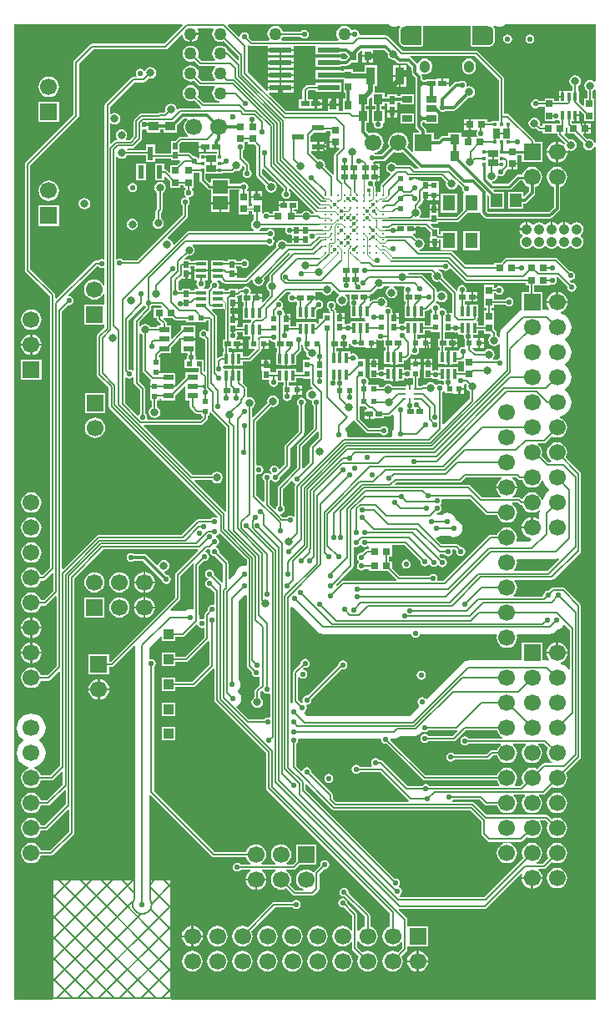
<source format=gbl>
G04 Layer_Physical_Order=4*
G04 Layer_Color=16711680*
%FSLAX43Y43*%
%MOMM*%
G71*
G01*
G75*
%ADD11R,0.600X0.900*%
%ADD12R,0.900X0.600*%
%ADD13R,0.650X0.800*%
%ADD14R,0.800X0.650*%
%ADD18R,1.500X1.350*%
%ADD19R,0.950X1.000*%
%ADD21R,1.000X0.950*%
%ADD22R,0.550X0.600*%
%ADD24R,0.500X0.650*%
%ADD25R,0.700X0.700*%
%ADD26R,0.600X0.550*%
%ADD33R,0.400X1.000*%
%ADD41C,1.270*%
%ADD43C,0.175*%
%ADD44C,0.200*%
%ADD45C,0.300*%
%ADD46C,0.250*%
%ADD47C,0.500*%
%ADD48C,0.150*%
%ADD49C,0.125*%
%ADD50R,0.300X0.900*%
%ADD51R,0.900X0.300*%
%ADD53C,3.600*%
%ADD55R,1.700X1.700*%
%ADD56C,1.700*%
%ADD57R,1.700X1.700*%
%ADD58C,1.050*%
G04:AMPARAMS|DCode=59|XSize=2.1mm|YSize=1.9mm|CornerRadius=0.494mm|HoleSize=0mm|Usage=FLASHONLY|Rotation=0.000|XOffset=0mm|YOffset=0mm|HoleType=Round|Shape=RoundedRectangle|*
%AMROUNDEDRECTD59*
21,1,2.100,0.912,0,0,0.0*
21,1,1.112,1.900,0,0,0.0*
1,1,0.988,0.556,-0.456*
1,1,0.988,-0.556,-0.456*
1,1,0.988,-0.556,0.456*
1,1,0.988,0.556,0.456*
%
%ADD59ROUNDEDRECTD59*%
G04:AMPARAMS|DCode=60|XSize=1.05mm|YSize=1.25mm|CornerRadius=0.525mm|HoleSize=0mm|Usage=FLASHONLY|Rotation=180.000|XOffset=0mm|YOffset=0mm|HoleType=Round|Shape=RoundedRectangle|*
%AMROUNDEDRECTD60*
21,1,1.050,0.200,0,0,180.0*
21,1,0.000,1.250,0,0,180.0*
1,1,1.050,0.000,0.100*
1,1,1.050,0.000,0.100*
1,1,1.050,0.000,-0.100*
1,1,1.050,0.000,-0.100*
%
%ADD60ROUNDEDRECTD60*%
%ADD61C,0.550*%
%ADD62C,0.600*%
%ADD63C,0.400*%
%ADD79C,0.800*%
%ADD80R,1.000X0.400*%
%ADD81R,1.050X0.600*%
%ADD82R,0.650X0.500*%
%ADD83R,0.720X1.050*%
%ADD84R,0.350X0.300*%
%ADD85R,0.700X0.900*%
%ADD86R,1.050X0.720*%
%ADD87R,0.300X0.350*%
%ADD88R,0.950X1.750*%
%ADD89R,1.200X1.350*%
%ADD90R,0.600X1.400*%
%ADD91R,0.350X0.850*%
%ADD92R,1.300X0.600*%
%ADD93R,2.200X0.600*%
%ADD94R,1.050X0.650*%
%ADD95C,0.280*%
%ADD96R,0.400X0.250*%
%ADD97R,0.250X0.400*%
%ADD98R,1.300X1.600*%
%ADD99C,0.180*%
%ADD100R,1.000X1.000*%
%ADD101R,1.000X1.000*%
G36*
X59471Y93697D02*
X59344Y93659D01*
X59340Y93665D01*
X59149Y93792D01*
X58925Y93836D01*
X58701Y93792D01*
X58510Y93665D01*
X58383Y93474D01*
X58339Y93250D01*
X58383Y93026D01*
X58510Y92835D01*
X58657Y92737D01*
Y91975D01*
X58300D01*
Y91244D01*
X58183Y91196D01*
X57775Y91604D01*
Y92725D01*
X57693D01*
Y93187D01*
X57840Y93285D01*
X57967Y93476D01*
X58011Y93700D01*
X57967Y93924D01*
X57840Y94115D01*
X57649Y94242D01*
X57425Y94286D01*
X57201Y94242D01*
X57010Y94115D01*
X56883Y93924D01*
X56839Y93700D01*
X56883Y93476D01*
X57010Y93285D01*
X57157Y93187D01*
Y92725D01*
X56500D01*
Y92750D01*
X56225D01*
Y92125D01*
X56125D01*
Y92025D01*
X55750D01*
Y91668D01*
X55300D01*
Y91975D01*
X54300D01*
Y91668D01*
X53737D01*
X53699Y91724D01*
X53551Y91824D01*
X53375Y91859D01*
X53199Y91824D01*
X53051Y91724D01*
X52951Y91576D01*
X52916Y91400D01*
X52951Y91224D01*
X53051Y91076D01*
X53199Y90976D01*
X53375Y90941D01*
X53551Y90976D01*
X53699Y91076D01*
X53737Y91132D01*
X54300D01*
Y90825D01*
X54300D01*
Y90775D01*
X54300D01*
Y89625D01*
X55300D01*
Y89671D01*
X55398Y89751D01*
X55450Y89741D01*
X55626Y89776D01*
X55648Y89791D01*
X55775Y89723D01*
Y89675D01*
X55857D01*
Y89400D01*
X55402D01*
X55325Y89400D01*
X55198Y89400D01*
X54125D01*
Y89168D01*
X53936D01*
X53827Y89277D01*
X53861Y89450D01*
X53817Y89674D01*
X53690Y89865D01*
X53499Y89992D01*
X53275Y90036D01*
X53051Y89992D01*
X52860Y89865D01*
X52733Y89674D01*
X52689Y89450D01*
X52733Y89226D01*
X52860Y89035D01*
X53051Y88908D01*
X53275Y88864D01*
X53448Y88898D01*
X53636Y88711D01*
X53723Y88653D01*
X53825Y88632D01*
X54125D01*
Y88400D01*
X55198D01*
X55275Y88400D01*
X55402Y88400D01*
X55632D01*
Y88325D01*
X55653Y88223D01*
X55711Y88136D01*
X56411Y87435D01*
X56395Y87338D01*
X56268Y87298D01*
X56100Y87427D01*
X55844Y87533D01*
X55670Y87556D01*
Y86610D01*
X56616D01*
X56612Y86640D01*
X56730Y86714D01*
X56776Y86683D01*
X57000Y86639D01*
X57224Y86683D01*
X57415Y86810D01*
X57542Y87001D01*
X57586Y87225D01*
X57542Y87449D01*
X57415Y87640D01*
X57224Y87767D01*
X57000Y87811D01*
X56827Y87777D01*
X56321Y88283D01*
X56369Y88400D01*
X56475D01*
Y88957D01*
X56535Y89009D01*
X56602Y89024D01*
X56625Y88995D01*
Y88400D01*
X57321D01*
X58252Y87469D01*
X58214Y87275D01*
X58258Y87051D01*
X58385Y86860D01*
X58576Y86733D01*
X58800Y86689D01*
X59024Y86733D01*
X59215Y86860D01*
X59342Y87051D01*
X59344Y87060D01*
X59471Y87048D01*
Y529D01*
X16400D01*
Y12675D01*
X14171D01*
Y21246D01*
X14298Y21299D01*
X20535Y15061D01*
X20622Y15003D01*
X20724Y14983D01*
X24033D01*
X24136Y14733D01*
X24300Y14519D01*
X24475Y14385D01*
X24432Y14258D01*
X23475D01*
X23454Y14290D01*
X23305Y14389D01*
X23129Y14424D01*
X22954Y14389D01*
X22805Y14290D01*
X22705Y14141D01*
X22670Y13966D01*
X22705Y13790D01*
X22805Y13641D01*
X22954Y13542D01*
X23129Y13507D01*
X23305Y13542D01*
X23454Y13641D01*
X23508Y13723D01*
X24418D01*
X24461Y13596D01*
X24282Y13459D01*
X24114Y13240D01*
X24008Y12984D01*
X23985Y12810D01*
X25031D01*
X26077D01*
X26054Y12984D01*
X25948Y13240D01*
X25780Y13459D01*
X25602Y13596D01*
X25645Y13723D01*
X27006D01*
X27041Y13638D01*
X27042Y13596D01*
X26840Y13441D01*
X26676Y13227D01*
X26573Y12978D01*
X26537Y12710D01*
X26573Y12443D01*
X26676Y12193D01*
X26840Y11979D01*
X27054Y11815D01*
X27304Y11712D01*
X27571Y11676D01*
X27839Y11712D01*
X28088Y11815D01*
X28766Y11137D01*
X28853Y11079D01*
X28955Y11059D01*
X30742D01*
X30845Y11079D01*
X30932Y11137D01*
X31373Y11579D01*
X31431Y11665D01*
X31451Y11768D01*
Y13255D01*
X31950Y13753D01*
X32017Y13740D01*
X32192Y13775D01*
X32341Y13875D01*
X32441Y14023D01*
X32476Y14199D01*
X32441Y14375D01*
X32341Y14523D01*
X32192Y14623D01*
X32017Y14658D01*
X31841Y14623D01*
X31692Y14523D01*
X31593Y14375D01*
X31558Y14199D01*
X31571Y14132D01*
X30994Y13555D01*
X30957Y13500D01*
X30927Y13484D01*
X30848Y13468D01*
X30807Y13468D01*
X30628Y13606D01*
X30379Y13709D01*
X30111Y13744D01*
X29844Y13709D01*
X29594Y13606D01*
X29380Y13441D01*
X29216Y13227D01*
X29113Y12978D01*
X29077Y12710D01*
X29113Y12443D01*
X29216Y12193D01*
X29380Y11979D01*
X29594Y11815D01*
X29844Y11712D01*
X29813Y11594D01*
X29066D01*
X28467Y12193D01*
X28570Y12443D01*
X28605Y12710D01*
X28570Y12978D01*
X28467Y13227D01*
X28302Y13441D01*
X28101Y13596D01*
X28102Y13638D01*
X28137Y13723D01*
X28852D01*
X28954Y13743D01*
X29041Y13801D01*
X29465Y14225D01*
X31136D01*
Y16275D01*
X29086D01*
Y14604D01*
X28741Y14258D01*
X28171D01*
X28128Y14385D01*
X28302Y14519D01*
X28467Y14733D01*
X28570Y14983D01*
X28605Y15250D01*
X28570Y15518D01*
X28467Y15767D01*
X28302Y15981D01*
X28088Y16146D01*
X27839Y16249D01*
X27571Y16284D01*
X27304Y16249D01*
X27054Y16146D01*
X26840Y15981D01*
X26676Y15767D01*
X26573Y15518D01*
X26537Y15250D01*
X26573Y14983D01*
X26676Y14733D01*
X26840Y14519D01*
X27015Y14385D01*
X26972Y14258D01*
X25631D01*
X25588Y14385D01*
X25762Y14519D01*
X25927Y14733D01*
X26030Y14983D01*
X26065Y15250D01*
X26030Y15518D01*
X25927Y15767D01*
X25762Y15981D01*
X25548Y16146D01*
X25299Y16249D01*
X25031Y16284D01*
X24764Y16249D01*
X24514Y16146D01*
X24300Y15981D01*
X24136Y15767D01*
X24033Y15518D01*
X20835D01*
X14684Y21669D01*
Y34251D01*
X14741Y34289D01*
X14840Y34438D01*
X14875Y34614D01*
X14840Y34789D01*
X14741Y34938D01*
X14592Y35038D01*
X14417Y35072D01*
X14298Y35049D01*
X14171Y35132D01*
Y36173D01*
X15397Y37399D01*
X15515Y37351D01*
Y36902D01*
X16865D01*
Y37310D01*
X17587D01*
X17690Y37330D01*
X17777Y37388D01*
X18980Y38592D01*
X19118Y38550D01*
X19126Y38510D01*
X19226Y38361D01*
X19374Y38262D01*
X19550Y38227D01*
X19653Y38247D01*
X19780Y38157D01*
Y37252D01*
X17833Y35305D01*
X16865D01*
Y35712D01*
X15515D01*
Y34362D01*
X16865D01*
Y34770D01*
X17944D01*
X18046Y34790D01*
X18133Y34848D01*
X20183Y36898D01*
X20310Y36845D01*
Y34509D01*
X18566Y32765D01*
X16865D01*
Y33172D01*
X15515D01*
Y31822D01*
X16865D01*
Y32230D01*
X18677D01*
X18779Y32250D01*
X18866Y32308D01*
X20678Y34120D01*
X20805Y34068D01*
Y30910D01*
X20825Y30808D01*
X20883Y30721D01*
X26079Y25526D01*
Y21980D01*
X26099Y21877D01*
X26157Y21791D01*
X38622Y9325D01*
Y7969D01*
X38373Y7865D01*
X38159Y7701D01*
X37995Y7487D01*
X37891Y7238D01*
X37856Y6970D01*
X37891Y6702D01*
X37995Y6453D01*
X38159Y6239D01*
X38373Y6075D01*
X38622Y5971D01*
X38890Y5936D01*
X39158Y5971D01*
X39407Y6075D01*
X39621Y6239D01*
X39750Y6406D01*
X39877Y6363D01*
Y5795D01*
X39407Y5325D01*
X39158Y5429D01*
X38890Y5464D01*
X38622Y5429D01*
X38373Y5325D01*
X38159Y5161D01*
X37995Y4947D01*
X37891Y4698D01*
X37856Y4430D01*
X37891Y4162D01*
X37995Y3913D01*
X38159Y3699D01*
X38373Y3535D01*
X38622Y3431D01*
X38890Y3396D01*
X39158Y3431D01*
X39407Y3535D01*
X39621Y3699D01*
X39785Y3913D01*
X39889Y4162D01*
X39924Y4430D01*
X39889Y4698D01*
X39785Y4947D01*
X40333Y5495D01*
X40392Y5582D01*
X40412Y5684D01*
Y5945D01*
X42455D01*
Y7995D01*
X40412D01*
Y8620D01*
X40392Y8723D01*
X40333Y8810D01*
X39517Y9627D01*
X39542Y9703D01*
X39579Y9744D01*
X39643Y9731D01*
X48257D01*
X48360Y9751D01*
X48446Y9809D01*
X51946Y13309D01*
X52054Y13237D01*
X52007Y13124D01*
X51984Y12950D01*
X53030D01*
X54076D01*
X54053Y13124D01*
X53947Y13380D01*
X53779Y13599D01*
X53679Y13675D01*
X53722Y13802D01*
X54250D01*
X54353Y13823D01*
X54439Y13881D01*
X55053Y14495D01*
X55302Y14391D01*
X55570Y14356D01*
X55838Y14391D01*
X56087Y14495D01*
X56301Y14659D01*
X56465Y14873D01*
X56569Y15122D01*
X56604Y15390D01*
X56569Y15658D01*
X56465Y15907D01*
X56301Y16121D01*
X56087Y16285D01*
X55838Y16389D01*
X55570Y16424D01*
X55302Y16389D01*
X55053Y16285D01*
X54839Y16121D01*
X54675Y15907D01*
X54571Y15658D01*
X54536Y15390D01*
X54571Y15122D01*
X54675Y14873D01*
X54139Y14338D01*
X53500D01*
X53475Y14465D01*
X53547Y14495D01*
X53761Y14659D01*
X53925Y14873D01*
X54029Y15122D01*
X54064Y15390D01*
X54029Y15658D01*
X53925Y15907D01*
X53761Y16121D01*
X53547Y16285D01*
X53298Y16389D01*
X53030Y16424D01*
X52762Y16389D01*
X52513Y16285D01*
X52299Y16121D01*
X52135Y15907D01*
X52031Y15658D01*
X51996Y15390D01*
X52031Y15122D01*
X52135Y14873D01*
X48220Y10958D01*
X39651D01*
X39569Y11085D01*
X39574Y11105D01*
X39691Y11182D01*
X39791Y11331D01*
X39825Y11507D01*
X39791Y11682D01*
X39691Y11831D01*
X39560Y11919D01*
X39538Y11952D01*
X39517Y12065D01*
X39590Y12174D01*
X39625Y12350D01*
X39590Y12526D01*
X39491Y12674D01*
X39342Y12774D01*
X39166Y12809D01*
X39088Y12793D01*
X30041Y21841D01*
Y22372D01*
X30158Y22421D01*
X32748Y19832D01*
X32834Y19774D01*
X32937Y19753D01*
X46754D01*
X47876Y18631D01*
Y17339D01*
X47897Y17236D01*
X47955Y17149D01*
X48480Y16624D01*
X48567Y16566D01*
X48669Y16546D01*
X50438D01*
X50446Y16419D01*
X50396Y16413D01*
X50214Y16389D01*
X49965Y16285D01*
X49751Y16121D01*
X49587Y15907D01*
X49483Y15658D01*
X49448Y15390D01*
X49483Y15122D01*
X49587Y14873D01*
X49751Y14659D01*
X49965Y14495D01*
X50214Y14391D01*
X50482Y14356D01*
X50750Y14391D01*
X50999Y14495D01*
X51213Y14659D01*
X51377Y14873D01*
X51481Y15122D01*
X51516Y15390D01*
X51481Y15658D01*
X51377Y15907D01*
X51213Y16121D01*
X50999Y16285D01*
X50750Y16389D01*
X50568Y16413D01*
X50518Y16419D01*
X50526Y16546D01*
X51914D01*
X52016Y16566D01*
X52103Y16624D01*
X52513Y17035D01*
X52762Y16931D01*
X53030Y16896D01*
X53298Y16931D01*
X53547Y17035D01*
X53761Y17199D01*
X53925Y17413D01*
X54029Y17662D01*
X54064Y17930D01*
X54029Y18198D01*
X53925Y18447D01*
X53802Y18608D01*
X53864Y18735D01*
X54387D01*
X54675Y18447D01*
X54571Y18198D01*
X54536Y17930D01*
X54571Y17662D01*
X54675Y17413D01*
X54839Y17199D01*
X55053Y17035D01*
X55302Y16931D01*
X55570Y16896D01*
X55838Y16931D01*
X56087Y17035D01*
X56301Y17199D01*
X56465Y17413D01*
X56569Y17662D01*
X56604Y17930D01*
X56569Y18198D01*
X56465Y18447D01*
X56301Y18661D01*
X56087Y18825D01*
X55838Y18929D01*
X55570Y18964D01*
X55302Y18929D01*
X55053Y18825D01*
X54687Y19192D01*
X54600Y19250D01*
X54498Y19270D01*
X48433D01*
X47183Y20520D01*
X47096Y20578D01*
X46994Y20598D01*
X44944D01*
X44906Y20725D01*
X44964Y20764D01*
X45002Y20821D01*
X47674D01*
X48214Y20281D01*
X48301Y20223D01*
X48404Y20202D01*
X49483D01*
X49587Y19953D01*
X49751Y19739D01*
X49965Y19575D01*
X50214Y19471D01*
X50482Y19436D01*
X50750Y19471D01*
X50999Y19575D01*
X51213Y19739D01*
X51377Y19953D01*
X51481Y20202D01*
X51516Y20470D01*
X51481Y20738D01*
X51377Y20987D01*
X51213Y21201D01*
X51163Y21240D01*
X51204Y21360D01*
X52308D01*
X52349Y21240D01*
X52299Y21201D01*
X52135Y20987D01*
X52031Y20738D01*
X51996Y20470D01*
X52031Y20202D01*
X52135Y19953D01*
X52299Y19739D01*
X52513Y19575D01*
X52762Y19471D01*
X53030Y19436D01*
X53298Y19471D01*
X53547Y19575D01*
X53761Y19739D01*
X53925Y19953D01*
X54029Y20202D01*
X54064Y20470D01*
X54029Y20738D01*
X53925Y20987D01*
X53761Y21201D01*
X53711Y21240D01*
X53752Y21360D01*
X54188D01*
X54290Y21380D01*
X54377Y21438D01*
X55053Y22115D01*
X55302Y22011D01*
X55570Y21976D01*
X55838Y22011D01*
X56087Y22115D01*
X56301Y22279D01*
X56465Y22493D01*
X56569Y22742D01*
X56604Y23010D01*
X56569Y23278D01*
X56465Y23527D01*
X57936Y24998D01*
X57994Y25084D01*
X58015Y25187D01*
Y40479D01*
X57994Y40582D01*
X57936Y40669D01*
X56369Y42236D01*
X56282Y42294D01*
X56180Y42314D01*
X55147D01*
X55045Y42294D01*
X54958Y42236D01*
X54707Y41984D01*
X54640Y41998D01*
X54464Y41963D01*
X54315Y41863D01*
X54216Y41714D01*
X54181Y41539D01*
X54181Y41537D01*
X54085Y41424D01*
X51204D01*
X51163Y41544D01*
X51213Y41583D01*
X51377Y41797D01*
X51481Y42046D01*
X51516Y42314D01*
X51481Y42582D01*
X51377Y42831D01*
X51248Y43000D01*
X51306Y43127D01*
X55055D01*
X55157Y43147D01*
X55244Y43205D01*
X57944Y45905D01*
X58002Y45992D01*
X58023Y46094D01*
Y53845D01*
X58002Y53947D01*
X57944Y54034D01*
X56465Y55513D01*
X56569Y55762D01*
X56604Y56030D01*
X56569Y56298D01*
X56465Y56547D01*
X56301Y56761D01*
X56087Y56925D01*
X55838Y57029D01*
X55570Y57064D01*
X55302Y57029D01*
X55053Y56925D01*
X54839Y56761D01*
X54675Y56547D01*
X54571Y56298D01*
X54536Y56030D01*
X54571Y55762D01*
X54675Y55513D01*
X54839Y55299D01*
X54977Y55193D01*
X54934Y55066D01*
X54675D01*
X54014Y55727D01*
X54029Y55762D01*
X54064Y56030D01*
X54029Y56298D01*
X53925Y56547D01*
X53761Y56761D01*
X53613Y56875D01*
X53656Y57002D01*
X54270D01*
X54372Y57022D01*
X54459Y57080D01*
X55053Y57675D01*
X55302Y57571D01*
X55570Y57536D01*
X55838Y57571D01*
X56087Y57675D01*
X56301Y57839D01*
X56465Y58053D01*
X56569Y58302D01*
X56604Y58570D01*
X56569Y58838D01*
X56465Y59087D01*
X56301Y59301D01*
X56087Y59465D01*
X55863Y59558D01*
X55862Y59665D01*
X55868Y59687D01*
X55949Y59697D01*
X56301Y59843D01*
X56604Y60076D01*
X56837Y60379D01*
X56983Y60731D01*
X57033Y61110D01*
X56983Y61489D01*
X56837Y61841D01*
X56604Y62144D01*
X56401Y62300D01*
Y62460D01*
X56604Y62616D01*
X56837Y62919D01*
X56983Y63271D01*
X57033Y63650D01*
X56983Y64029D01*
X56837Y64381D01*
X56604Y64684D01*
X56401Y64840D01*
Y65000D01*
X56604Y65156D01*
X56837Y65459D01*
X56983Y65811D01*
X57033Y66190D01*
X56983Y66569D01*
X56837Y66921D01*
X56604Y67224D01*
X56401Y67380D01*
Y67540D01*
X56604Y67696D01*
X56837Y67999D01*
X56983Y68351D01*
X57033Y68730D01*
X56983Y69109D01*
X56837Y69461D01*
X56604Y69764D01*
X56301Y69997D01*
X55949Y70143D01*
X55930Y70145D01*
X55913Y70275D01*
X56100Y70353D01*
X56319Y70521D01*
X56487Y70740D01*
X56593Y70996D01*
X56616Y71170D01*
X55570D01*
X54524D01*
X54547Y70996D01*
X54653Y70740D01*
X54758Y70603D01*
X54752Y70579D01*
X54677Y70472D01*
X54498Y70496D01*
X54055D01*
Y72295D01*
X53268D01*
Y73000D01*
X53575D01*
X53575Y73000D01*
X53625D01*
Y73000D01*
X53702Y73000D01*
X54775D01*
Y73023D01*
X54902Y73091D01*
X54924Y73076D01*
X55100Y73041D01*
X55276Y73076D01*
X55424Y73176D01*
X55524Y73324D01*
X55559Y73500D01*
X55524Y73676D01*
X55502Y73708D01*
X55564Y73834D01*
X55653Y73844D01*
X56622Y72875D01*
X56608Y72808D01*
X56643Y72632D01*
X56743Y72483D01*
X56892Y72384D01*
X57067Y72349D01*
X57243Y72384D01*
X57392Y72483D01*
X57491Y72632D01*
X57526Y72808D01*
X57491Y72983D01*
X57392Y73132D01*
X57243Y73231D01*
X57067Y73266D01*
X57000Y73253D01*
X56858Y73395D01*
X56921Y73512D01*
X56963Y73504D01*
X57138Y73539D01*
X57287Y73638D01*
X57386Y73787D01*
X57421Y73963D01*
X57386Y74138D01*
X57287Y74287D01*
X57138Y74386D01*
X56963Y74421D01*
X56896Y74408D01*
X55614Y75689D01*
X55527Y75747D01*
X55425Y75768D01*
X50463D01*
X50360Y75747D01*
X50273Y75689D01*
X49884Y75300D01*
X49188D01*
Y75068D01*
X46289D01*
X44988Y76368D01*
X44901Y76426D01*
X44799Y76447D01*
X41627D01*
X41601Y76487D01*
X41662Y76628D01*
X41749Y76646D01*
X41940Y76773D01*
X42067Y76963D01*
X42111Y77188D01*
X42067Y77412D01*
X41940Y77602D01*
X41749Y77729D01*
X41525Y77774D01*
X41352Y77739D01*
X40977Y78114D01*
X40964Y78123D01*
X41002Y78250D01*
X41200D01*
Y78600D01*
X40675D01*
Y78800D01*
X41200D01*
Y78930D01*
X42206D01*
X42710Y78426D01*
Y77895D01*
X42685D01*
Y77470D01*
X43135D01*
X43585D01*
Y77672D01*
X43775D01*
Y76575D01*
X45425D01*
Y78525D01*
X43775D01*
Y78182D01*
X43634D01*
X43560Y78255D01*
Y78820D01*
X43037D01*
X42733Y79124D01*
X42785Y79251D01*
X43518D01*
Y79421D01*
X45467D01*
X45565Y79441D01*
X45648Y79496D01*
X46527Y80375D01*
X47725D01*
X47828Y80317D01*
X47832Y80296D01*
X47904Y80188D01*
X48215Y79877D01*
X48323Y79805D01*
X48450Y79780D01*
X54865D01*
X54992Y79805D01*
X55099Y79877D01*
X55804Y80582D01*
X55876Y80689D01*
X55901Y80816D01*
Y82998D01*
X56087Y83075D01*
X56301Y83239D01*
X56465Y83453D01*
X56569Y83702D01*
X56604Y83970D01*
X56569Y84238D01*
X56465Y84487D01*
X56301Y84701D01*
X56087Y84865D01*
X55838Y84969D01*
X55570Y85004D01*
X55302Y84969D01*
X55053Y84865D01*
X54839Y84701D01*
X54675Y84487D01*
X54571Y84238D01*
X54536Y83970D01*
X54571Y83702D01*
X54675Y83453D01*
X54839Y83239D01*
X55053Y83075D01*
X55239Y82998D01*
Y80953D01*
X54728Y80442D01*
X48587D01*
X48470Y80560D01*
Y82111D01*
X48587Y82160D01*
X48678Y82069D01*
Y80756D01*
X50228D01*
Y82456D01*
X49228D01*
X49090Y82594D01*
X49139Y82711D01*
X50743D01*
X50743Y82711D01*
X50860Y82734D01*
X50959Y82800D01*
X51793Y83634D01*
X52060D01*
X52135Y83453D01*
X52299Y83239D01*
X52513Y83075D01*
X52699Y82998D01*
Y82478D01*
X52255Y82034D01*
X52128Y82086D01*
Y82456D01*
X50578D01*
Y80756D01*
X52128D01*
Y81275D01*
X52296D01*
X52422Y81300D01*
X52530Y81372D01*
X53264Y82106D01*
X53336Y82214D01*
X53361Y82341D01*
Y82998D01*
X53547Y83075D01*
X53761Y83239D01*
X53925Y83453D01*
X54029Y83702D01*
X54064Y83970D01*
X54029Y84238D01*
X53925Y84487D01*
X53761Y84701D01*
X53547Y84865D01*
X53298Y84969D01*
X53030Y85004D01*
X52762Y84969D01*
X52513Y84865D01*
X52299Y84701D01*
X52135Y84487D01*
X52035Y84246D01*
X51666D01*
X51666Y84246D01*
X51549Y84223D01*
X51450Y84156D01*
X51450Y84156D01*
X50617Y83323D01*
X49079D01*
X49004Y83413D01*
X49043Y83532D01*
X49174Y83558D01*
X49365Y83685D01*
X49492Y83876D01*
X49533Y84083D01*
X49593Y84126D01*
X49655Y84155D01*
X49714Y84115D01*
X49890Y84080D01*
X50065Y84115D01*
X50214Y84214D01*
X50314Y84363D01*
X50349Y84539D01*
X50335Y84606D01*
X50412Y84682D01*
X50525Y84725D01*
Y84725D01*
X50525Y84725D01*
X50950D01*
Y85325D01*
X51050D01*
Y85425D01*
X51575D01*
Y85925D01*
X51575D01*
X51550Y85950D01*
Y86219D01*
X52005D01*
Y85485D01*
X54055D01*
Y87535D01*
X53310D01*
Y87607D01*
X53289Y87715D01*
X53228Y87806D01*
X50711Y90323D01*
X50620Y90384D01*
X50513Y90405D01*
X50205D01*
Y93966D01*
X50184Y94073D01*
X50123Y94164D01*
X47570Y96718D01*
X47479Y96778D01*
X47372Y96800D01*
X39937D01*
X38455Y98281D01*
X38364Y98342D01*
X38257Y98363D01*
X35607D01*
X35526Y98461D01*
X35534Y98500D01*
X35499Y98676D01*
X35399Y98824D01*
X35251Y98924D01*
X35075Y98959D01*
X34899Y98924D01*
X34852Y98892D01*
X34708Y98909D01*
X34578Y99078D01*
X34409Y99208D01*
X34211Y99289D01*
X34000Y99317D01*
X33789Y99289D01*
X33592Y99208D01*
X33422Y99078D01*
X33292Y98909D01*
X33211Y98711D01*
X33183Y98500D01*
X33211Y98289D01*
X33292Y98092D01*
X33398Y97954D01*
X33353Y97827D01*
X27647D01*
X27602Y97954D01*
X27708Y98092D01*
X27756Y98207D01*
X29563D01*
X29601Y98151D01*
X29749Y98051D01*
X29925Y98016D01*
X30101Y98051D01*
X30249Y98151D01*
X30349Y98299D01*
X30384Y98475D01*
X30349Y98651D01*
X30249Y98799D01*
X30101Y98899D01*
X29925Y98934D01*
X29749Y98899D01*
X29601Y98799D01*
X29563Y98743D01*
X27776D01*
X27708Y98909D01*
X27578Y99078D01*
X27408Y99208D01*
X27211Y99289D01*
X27000Y99317D01*
X26789Y99289D01*
X26591Y99208D01*
X26422Y99078D01*
X26292Y98909D01*
X26211Y98711D01*
X26183Y98500D01*
X26211Y98289D01*
X26292Y98092D01*
X26398Y97954D01*
X26352Y97827D01*
X24619D01*
X24298Y98148D01*
X24309Y98200D01*
X24274Y98376D01*
X24174Y98524D01*
X24026Y98624D01*
X23850Y98659D01*
X23674Y98624D01*
X23526Y98524D01*
X23426Y98376D01*
X23410Y98296D01*
X23273Y98254D01*
X22174Y99353D01*
X22222Y99471D01*
X38517D01*
X38522Y99465D01*
X38685Y99339D01*
X38875Y99261D01*
X39079Y99234D01*
X39283Y99261D01*
X39471Y99339D01*
X39622D01*
X39681Y99212D01*
X39610Y99118D01*
X39542Y98956D01*
X39534Y98893D01*
X39528Y98861D01*
X39529Y98852D01*
X39526Y98843D01*
X39524Y98820D01*
X39519Y98781D01*
Y97869D01*
X39525Y97828D01*
X39526Y97809D01*
X39528Y97802D01*
X39528Y97795D01*
X39535Y97750D01*
X39535Y97748D01*
X39542Y97694D01*
X39566Y97637D01*
X39572Y97620D01*
X39574Y97618D01*
X39577Y97610D01*
X39578Y97607D01*
X39581Y97601D01*
X39610Y97532D01*
X39717Y97392D01*
X39857Y97285D01*
X40019Y97217D01*
X40072Y97210D01*
X40076Y97209D01*
X40129Y97202D01*
X40132Y97202D01*
X40134Y97202D01*
X40137Y97201D01*
X40148Y97200D01*
X40194Y97194D01*
X41306D01*
X41324Y97197D01*
X41800D01*
X41868Y97210D01*
X41926Y97249D01*
X41965Y97307D01*
X41978Y97375D01*
Y97851D01*
X41981Y97869D01*
Y98781D01*
X41978Y98799D01*
Y99275D01*
X42031Y99339D01*
X46769D01*
X46822Y99275D01*
Y98799D01*
X46819Y98781D01*
Y97869D01*
X46822Y97851D01*
Y97375D01*
X46835Y97307D01*
X46874Y97249D01*
X46932Y97210D01*
X47000Y97197D01*
X47476D01*
X47494Y97194D01*
X48606D01*
X48665Y97202D01*
X48711Y97206D01*
X48721Y97209D01*
X48781Y97217D01*
X48852Y97247D01*
X48855Y97247D01*
X48865Y97252D01*
X48943Y97285D01*
X49083Y97392D01*
X49190Y97532D01*
X49258Y97694D01*
X49266Y97757D01*
X49272Y97789D01*
X49271Y97798D01*
X49274Y97807D01*
X49276Y97830D01*
X49281Y97869D01*
Y98781D01*
X49275Y98822D01*
X49274Y98841D01*
X49272Y98848D01*
X49272Y98855D01*
X49265Y98900D01*
X49265Y98902D01*
X49258Y98956D01*
X49234Y99013D01*
X49228Y99030D01*
X49226Y99032D01*
X49223Y99040D01*
X49222Y99043D01*
X49219Y99049D01*
X49190Y99118D01*
X49119Y99212D01*
X49178Y99339D01*
X49330D01*
X49518Y99261D01*
X49722Y99234D01*
X49925Y99261D01*
X50115Y99339D01*
X50278Y99465D01*
X50283Y99471D01*
X59471D01*
Y93697D01*
D02*
G37*
G36*
X20734Y98963D02*
X20692Y98909D01*
X20611Y98711D01*
X20583Y98500D01*
X20611Y98289D01*
X20692Y98092D01*
X20822Y97922D01*
X20992Y97792D01*
X21189Y97711D01*
X21400Y97683D01*
X21611Y97711D01*
X21752Y97769D01*
X23297Y96224D01*
Y95872D01*
X23180Y95823D01*
X22314Y96689D01*
X22227Y96747D01*
X22170Y96759D01*
X22108Y96909D01*
X21978Y97078D01*
X21809Y97208D01*
X21611Y97289D01*
X21400Y97317D01*
X21189Y97289D01*
X20992Y97208D01*
X20822Y97078D01*
X20692Y96909D01*
X20611Y96711D01*
X20583Y96500D01*
X20611Y96289D01*
X20692Y96091D01*
X20822Y95922D01*
X20858Y95895D01*
X20815Y95768D01*
X19511D01*
X19131Y96148D01*
X19189Y96289D01*
X19217Y96500D01*
X19189Y96711D01*
X19108Y96909D01*
X18978Y97078D01*
X18809Y97208D01*
X18611Y97289D01*
X18400Y97317D01*
X18189Y97289D01*
X17992Y97208D01*
X17822Y97078D01*
X17692Y96909D01*
X17611Y96711D01*
X17583Y96500D01*
X17611Y96289D01*
X17692Y96091D01*
X17822Y95922D01*
X17992Y95792D01*
X18189Y95711D01*
X18400Y95683D01*
X18611Y95711D01*
X18752Y95769D01*
X19211Y95311D01*
X19298Y95253D01*
X19400Y95232D01*
X20815D01*
X20858Y95105D01*
X20822Y95078D01*
X20692Y94909D01*
X20611Y94711D01*
X20583Y94500D01*
X20611Y94289D01*
X20692Y94092D01*
X20822Y93922D01*
X20876Y93881D01*
X20833Y93754D01*
X19524D01*
X19131Y94148D01*
X19189Y94289D01*
X19217Y94500D01*
X19189Y94711D01*
X19108Y94909D01*
X18978Y95078D01*
X18809Y95208D01*
X18611Y95289D01*
X18400Y95317D01*
X18189Y95289D01*
X17992Y95208D01*
X17822Y95078D01*
X17692Y94909D01*
X17611Y94711D01*
X17583Y94500D01*
X17611Y94289D01*
X17692Y94092D01*
X17822Y93922D01*
X17992Y93792D01*
X18189Y93711D01*
X18400Y93683D01*
X18611Y93711D01*
X18752Y93769D01*
X19224Y93297D01*
X19311Y93239D01*
X19413Y93219D01*
X20798D01*
X20841Y93092D01*
X20822Y93078D01*
X20692Y92909D01*
X20611Y92711D01*
X20583Y92500D01*
X20611Y92289D01*
X20692Y92091D01*
X20822Y91922D01*
X20992Y91792D01*
X21189Y91711D01*
X21312Y91695D01*
X21303Y91568D01*
X19711D01*
X19131Y92148D01*
X19189Y92289D01*
X19217Y92500D01*
X19189Y92711D01*
X19108Y92909D01*
X18978Y93078D01*
X18809Y93208D01*
X18611Y93289D01*
X18400Y93317D01*
X18189Y93289D01*
X17992Y93208D01*
X17822Y93078D01*
X17692Y92909D01*
X17611Y92711D01*
X17583Y92500D01*
X17611Y92289D01*
X17692Y92091D01*
X17822Y91922D01*
X17992Y91792D01*
X18189Y91711D01*
X18400Y91683D01*
X18611Y91711D01*
X18752Y91769D01*
X19411Y91111D01*
X19498Y91053D01*
X19475Y90928D01*
X17316D01*
X17213Y90907D01*
X17126Y90849D01*
X17101Y90824D01*
X16980Y90882D01*
X16942Y91074D01*
X16815Y91265D01*
X16624Y91392D01*
X16400Y91436D01*
X16176Y91392D01*
X15985Y91265D01*
X15858Y91074D01*
X15814Y90850D01*
X15848Y90677D01*
X15694Y90523D01*
X15212D01*
X15110Y90502D01*
X15023Y90444D01*
X15004Y90425D01*
X13401D01*
X13299Y90405D01*
X13212Y90347D01*
X12706Y89841D01*
X12648Y89755D01*
X12628Y89652D01*
Y88141D01*
X12241Y87754D01*
X11870D01*
X11818Y87881D01*
X11920Y88033D01*
X11965Y88257D01*
X11920Y88482D01*
X11793Y88672D01*
X11603Y88799D01*
X11378Y88844D01*
X11154Y88799D01*
X10964Y88672D01*
X10837Y88482D01*
X10792Y88257D01*
X10837Y88033D01*
X10938Y87881D01*
X10886Y87754D01*
X10846D01*
X10743Y87733D01*
X10656Y87675D01*
X10320Y87339D01*
X10202Y87387D01*
Y89380D01*
X10329Y89448D01*
X10451Y89367D01*
X10675Y89322D01*
X10899Y89367D01*
X11090Y89494D01*
X11217Y89684D01*
X11261Y89909D01*
X11217Y90133D01*
X11090Y90323D01*
X10899Y90450D01*
X10675Y90495D01*
X10451Y90450D01*
X10329Y90369D01*
X10202Y90437D01*
Y91124D01*
X12670Y93592D01*
X13630D01*
X13733Y93612D01*
X13820Y93670D01*
X14155Y94006D01*
X14328Y93971D01*
X14553Y94016D01*
X14743Y94143D01*
X14870Y94333D01*
X14915Y94557D01*
X14870Y94782D01*
X14743Y94972D01*
X14553Y95099D01*
X14328Y95144D01*
X14104Y95099D01*
X13914Y94972D01*
X13787Y94782D01*
X13652Y94758D01*
X13608Y94824D01*
X13460Y94924D01*
X13284Y94959D01*
X13108Y94924D01*
X12960Y94824D01*
X12860Y94676D01*
X12825Y94500D01*
X12860Y94324D01*
X12907Y94254D01*
X12839Y94127D01*
X12559D01*
X12457Y94107D01*
X12370Y94049D01*
X9745Y91424D01*
X9687Y91337D01*
X9667Y91235D01*
Y75690D01*
X9555Y75631D01*
X9534Y75645D01*
X9358Y75680D01*
X9183Y75645D01*
X9034Y75545D01*
X9005Y75501D01*
X8763D01*
X8656Y75480D01*
X8565Y75419D01*
X4798Y71653D01*
X4681Y71701D01*
Y72012D01*
X4659Y72119D01*
X4599Y72210D01*
X2143Y74666D01*
Y85171D01*
X6980Y90008D01*
X6980Y90008D01*
X7041Y90099D01*
X7062Y90207D01*
Y95498D01*
X8506Y96942D01*
X15847D01*
X15954Y96964D01*
X16045Y97024D01*
X17440Y98420D01*
X17574Y98374D01*
X17586Y98282D01*
X17671Y98079D01*
X17804Y97904D01*
X17979Y97771D01*
X18182Y97686D01*
X18300Y97671D01*
Y98500D01*
X18400D01*
Y98600D01*
X19229D01*
X19214Y98718D01*
X19129Y98921D01*
X19087Y98976D01*
X19143Y99090D01*
X20672D01*
X20734Y98963D01*
D02*
G37*
G36*
X17581Y99353D02*
X15731Y97503D01*
X8390D01*
X8390Y97503D01*
X8283Y97482D01*
X8192Y97421D01*
X8192Y97421D01*
X6583Y95812D01*
X6523Y95721D01*
X6501Y95614D01*
Y90323D01*
X1664Y85486D01*
X1603Y85395D01*
X1582Y85287D01*
Y74550D01*
X1603Y74443D01*
X1664Y74352D01*
X4120Y71896D01*
Y44370D01*
X3360Y43610D01*
X3215D01*
X3117Y43847D01*
X2953Y44061D01*
X2739Y44225D01*
X2490Y44329D01*
X2222Y44364D01*
X1954Y44329D01*
X1705Y44225D01*
X1491Y44061D01*
X1327Y43847D01*
X1223Y43598D01*
X1188Y43330D01*
X1223Y43062D01*
X1327Y42813D01*
X1491Y42599D01*
X1705Y42435D01*
X1954Y42331D01*
X2222Y42296D01*
X2490Y42331D01*
X2739Y42435D01*
X2953Y42599D01*
X3117Y42813D01*
X3215Y43050D01*
X3477D01*
X3584Y43071D01*
X3675Y43132D01*
X4338Y43795D01*
X4455Y43746D01*
Y42026D01*
X3500Y41070D01*
X3215D01*
X3117Y41307D01*
X2953Y41521D01*
X2739Y41685D01*
X2490Y41789D01*
X2222Y41824D01*
X1954Y41789D01*
X1705Y41685D01*
X1491Y41521D01*
X1327Y41307D01*
X1223Y41058D01*
X1188Y40790D01*
X1223Y40522D01*
X1327Y40273D01*
X1491Y40059D01*
X1705Y39895D01*
X1954Y39791D01*
X2222Y39756D01*
X2490Y39791D01*
X2739Y39895D01*
X2953Y40059D01*
X3117Y40273D01*
X3215Y40510D01*
X3616D01*
X3723Y40531D01*
X3814Y40592D01*
X4673Y41450D01*
X4790Y41402D01*
Y34390D01*
X3850Y33450D01*
X3215D01*
X3117Y33687D01*
X2953Y33901D01*
X2739Y34065D01*
X2490Y34169D01*
X2222Y34204D01*
X1954Y34169D01*
X1705Y34065D01*
X1491Y33901D01*
X1327Y33687D01*
X1223Y33438D01*
X1188Y33170D01*
X1223Y32902D01*
X1327Y32653D01*
X1491Y32439D01*
X1705Y32275D01*
X1954Y32171D01*
X2222Y32136D01*
X2490Y32171D01*
X2739Y32275D01*
X2953Y32439D01*
X3117Y32653D01*
X3215Y32890D01*
X3966D01*
X4074Y32911D01*
X4165Y32972D01*
X5008Y33815D01*
X5125Y33766D01*
Y24245D01*
X4158Y23278D01*
X3221D01*
X3117Y23527D01*
X2953Y23741D01*
X2739Y23905D01*
X2515Y23998D01*
X2514Y24105D01*
X2520Y24127D01*
X2601Y24137D01*
X2953Y24283D01*
X3256Y24516D01*
X3489Y24819D01*
X3635Y25171D01*
X3685Y25550D01*
X3635Y25929D01*
X3489Y26281D01*
X3256Y26584D01*
X3053Y26740D01*
Y26900D01*
X3256Y27056D01*
X3489Y27359D01*
X3635Y27711D01*
X3685Y28090D01*
X3635Y28469D01*
X3489Y28821D01*
X3256Y29124D01*
X2953Y29357D01*
X2601Y29503D01*
X2222Y29553D01*
X1843Y29503D01*
X1491Y29357D01*
X1188Y29124D01*
X955Y28821D01*
X809Y28469D01*
X759Y28090D01*
X809Y27711D01*
X955Y27359D01*
X1188Y27056D01*
X1391Y26900D01*
Y26740D01*
X1188Y26584D01*
X955Y26281D01*
X809Y25929D01*
X759Y25550D01*
X809Y25171D01*
X955Y24819D01*
X1188Y24516D01*
X1491Y24283D01*
X1843Y24137D01*
X1924Y24127D01*
X1930Y24105D01*
X1929Y23998D01*
X1705Y23905D01*
X1491Y23741D01*
X1327Y23527D01*
X1223Y23278D01*
X1188Y23010D01*
X1223Y22742D01*
X1327Y22493D01*
X1491Y22279D01*
X1705Y22115D01*
X1954Y22011D01*
X2222Y21976D01*
X2490Y22011D01*
X2739Y22115D01*
X2953Y22279D01*
X3117Y22493D01*
X3221Y22742D01*
X4269D01*
X4371Y22763D01*
X4458Y22821D01*
X5318Y23681D01*
X5435Y23632D01*
Y22364D01*
X3809Y20738D01*
X3221D01*
X3117Y20987D01*
X2953Y21201D01*
X2739Y21365D01*
X2490Y21469D01*
X2222Y21504D01*
X1954Y21469D01*
X1705Y21365D01*
X1491Y21201D01*
X1327Y20987D01*
X1223Y20738D01*
X1188Y20470D01*
X1223Y20202D01*
X1327Y19953D01*
X1491Y19739D01*
X1705Y19575D01*
X1954Y19471D01*
X2222Y19436D01*
X2490Y19471D01*
X2739Y19575D01*
X2953Y19739D01*
X3117Y19953D01*
X3221Y20202D01*
X3920D01*
X4022Y20223D01*
X4109Y20281D01*
X5628Y21800D01*
X5745Y21751D01*
Y20368D01*
X3575Y18198D01*
X3221D01*
X3117Y18447D01*
X2953Y18661D01*
X2739Y18825D01*
X2490Y18929D01*
X2222Y18964D01*
X1954Y18929D01*
X1705Y18825D01*
X1491Y18661D01*
X1327Y18447D01*
X1223Y18198D01*
X1188Y17930D01*
X1223Y17662D01*
X1327Y17413D01*
X1491Y17199D01*
X1705Y17035D01*
X1954Y16931D01*
X2222Y16896D01*
X2490Y16931D01*
X2739Y17035D01*
X2953Y17199D01*
X3117Y17413D01*
X3221Y17662D01*
X3686D01*
X3788Y17683D01*
X3875Y17741D01*
X5938Y19804D01*
X6055Y19755D01*
Y17581D01*
X4132Y15658D01*
X3221D01*
X3117Y15907D01*
X2953Y16121D01*
X2739Y16285D01*
X2490Y16389D01*
X2222Y16424D01*
X1954Y16389D01*
X1705Y16285D01*
X1491Y16121D01*
X1327Y15907D01*
X1223Y15658D01*
X1188Y15390D01*
X1223Y15122D01*
X1327Y14873D01*
X1491Y14659D01*
X1705Y14495D01*
X1954Y14391D01*
X2222Y14356D01*
X2490Y14391D01*
X2739Y14495D01*
X2953Y14659D01*
X3117Y14873D01*
X3221Y15122D01*
X4243D01*
X4345Y15143D01*
X4432Y15201D01*
X6512Y17281D01*
X6570Y17368D01*
X6591Y17470D01*
Y43264D01*
X9535Y46208D01*
X19098D01*
X19146Y46091D01*
X16892Y43836D01*
X16834Y43749D01*
X16813Y43647D01*
Y41345D01*
X10291Y34823D01*
X10110D01*
Y35580D01*
X8060D01*
Y33530D01*
X10110D01*
Y34287D01*
X10401D01*
X10504Y34308D01*
X10591Y34366D01*
X12657Y36432D01*
X12784Y36379D01*
Y12675D01*
X4400D01*
Y529D01*
X529D01*
Y99471D01*
X17532D01*
X17581Y99353D01*
D02*
G37*
G36*
X48648Y99271D02*
X48701Y99264D01*
X48754Y99249D01*
X48797Y99233D01*
X48839Y99213D01*
X48883Y99185D01*
X48921Y99156D01*
X48960Y99122D01*
X48989Y99086D01*
X49017Y99049D01*
X49041Y99008D01*
X49061Y98966D01*
X49077Y98924D01*
X49089Y98873D01*
X49096Y98828D01*
X49100Y98775D01*
Y97875D01*
X49096Y97820D01*
X49088Y97775D01*
X49076Y97725D01*
X49060Y97685D01*
X49047Y97652D01*
X49022Y97609D01*
X48996Y97572D01*
X48965Y97534D01*
X48920Y97493D01*
X48880Y97463D01*
X48834Y97434D01*
X48781Y97410D01*
X48694Y97384D01*
X48600Y97375D01*
X47000D01*
Y99275D01*
X48600D01*
X48648Y99271D01*
D02*
G37*
G36*
X41800Y97375D02*
X40200D01*
X40152Y97379D01*
X40099Y97386D01*
X40046Y97401D01*
X40003Y97417D01*
X39961Y97437D01*
X39917Y97465D01*
X39879Y97494D01*
X39840Y97528D01*
X39811Y97564D01*
X39783Y97601D01*
X39759Y97642D01*
X39739Y97684D01*
X39723Y97726D01*
X39711Y97777D01*
X39704Y97822D01*
X39700Y97875D01*
Y98775D01*
X39704Y98830D01*
X39712Y98875D01*
X39724Y98925D01*
X39740Y98965D01*
X39753Y98998D01*
X39778Y99041D01*
X39804Y99078D01*
X39835Y99116D01*
X39880Y99157D01*
X39920Y99187D01*
X39966Y99216D01*
X40019Y99240D01*
X40106Y99266D01*
X40200Y99275D01*
X41800D01*
Y97375D01*
D02*
G37*
G36*
X49645Y93850D02*
Y90113D01*
Y89625D01*
X48925D01*
Y89568D01*
X48500D01*
Y89800D01*
X47442D01*
X47325Y89825D01*
X47233Y89825D01*
X46825D01*
Y89300D01*
Y88775D01*
X47233D01*
X47325Y88775D01*
X47388Y88788D01*
X47450Y88673D01*
X47401Y88601D01*
X47366Y88425D01*
X47401Y88249D01*
X47450Y88177D01*
X47382Y88050D01*
X47292D01*
X47175Y88075D01*
Y88075D01*
X47175Y88075D01*
X46675D01*
Y87550D01*
X46475D01*
Y88075D01*
X45975D01*
Y88075D01*
X45850Y88080D01*
Y88512D01*
X44550D01*
Y88169D01*
X44008D01*
X43882Y88144D01*
X43774Y88072D01*
X43509Y87806D01*
X43040D01*
Y88500D01*
X42346D01*
Y88649D01*
X42321Y88775D01*
X42249Y88883D01*
X41877Y89256D01*
Y89478D01*
X41998Y89599D01*
X42125Y89576D01*
Y89447D01*
X43525D01*
Y90375D01*
X43550D01*
Y90590D01*
X43677Y90658D01*
X43724Y90626D01*
X43900Y90591D01*
X44076Y90626D01*
X44214Y90719D01*
X45100D01*
X45227Y90744D01*
X45334Y90816D01*
X46552Y92033D01*
X46650Y92014D01*
X46874Y92058D01*
X47065Y92185D01*
X47192Y92376D01*
X47236Y92600D01*
X47192Y92824D01*
X47065Y93015D01*
X46874Y93142D01*
X46650Y93186D01*
X46498Y93156D01*
X46389Y93258D01*
X46399Y93310D01*
X46364Y93485D01*
X46265Y93634D01*
X46116Y93733D01*
X45940Y93768D01*
X45765Y93733D01*
X45626Y93641D01*
X45328D01*
X45202Y93616D01*
X45094Y93544D01*
X44717Y93167D01*
X44600Y93216D01*
Y93350D01*
X43950D01*
Y93450D01*
X43850D01*
Y93950D01*
X43300D01*
Y93925D01*
X42225D01*
Y93781D01*
X42037D01*
X41877Y93942D01*
Y94174D01*
X41851Y94301D01*
X41816Y94354D01*
X41900Y94456D01*
X41992Y94418D01*
X42175Y94394D01*
X42358Y94418D01*
X42528Y94489D01*
X42674Y94601D01*
X42786Y94747D01*
X42857Y94917D01*
X42881Y95100D01*
Y95300D01*
X42857Y95483D01*
X42786Y95653D01*
X42674Y95799D01*
X42528Y95911D01*
X42358Y95982D01*
X42175Y96006D01*
X41992Y95982D01*
X41822Y95911D01*
X41676Y95799D01*
X41564Y95653D01*
X41505Y95512D01*
X41473Y95494D01*
X41424Y95481D01*
X41364Y95479D01*
X40774Y96070D01*
X40711Y96112D01*
X40749Y96239D01*
X47256D01*
X49645Y93850D01*
D02*
G37*
G36*
X24305Y97348D02*
X24396Y97288D01*
X24503Y97266D01*
X26225D01*
Y96980D01*
X27525D01*
X28825D01*
Y97266D01*
X31100D01*
Y96405D01*
X33650D01*
Y96549D01*
X34083D01*
X34325Y96306D01*
Y96194D01*
X34073Y95941D01*
X33650D01*
Y96085D01*
X31100D01*
Y95135D01*
X33650D01*
Y95279D01*
X34210D01*
X34337Y95304D01*
X34444Y95376D01*
X34694Y95625D01*
X35375D01*
Y96536D01*
X35673Y96834D01*
X35800Y96781D01*
Y96350D01*
X36350D01*
X36900D01*
Y96890D01*
X38056D01*
X38408Y96539D01*
X38388Y96441D01*
X38433Y96216D01*
X38560Y96026D01*
X38750Y95899D01*
X38974Y95855D01*
X39073Y95874D01*
X39345Y95601D01*
X39453Y95529D01*
X39580Y95504D01*
X40402D01*
X40830Y95077D01*
Y94558D01*
X40855Y94431D01*
X40927Y94324D01*
X41214Y94037D01*
Y93095D01*
Y90279D01*
Y89118D01*
X41239Y88992D01*
X41311Y88884D01*
X41568Y88627D01*
X41515Y88500D01*
X40990D01*
Y86608D01*
X40863Y86556D01*
X40397Y87022D01*
X40474Y87207D01*
X40509Y87475D01*
X40474Y87743D01*
X40370Y87992D01*
X40206Y88206D01*
X39992Y88370D01*
X39743Y88474D01*
X39475Y88509D01*
X39207Y88474D01*
X38958Y88370D01*
X38744Y88206D01*
X38580Y87992D01*
X38476Y87743D01*
X38441Y87475D01*
X38476Y87207D01*
X38553Y87022D01*
X37788Y86256D01*
X37139D01*
X37035Y86326D01*
X37057Y86457D01*
X37203Y86476D01*
X37452Y86580D01*
X37666Y86744D01*
X37830Y86958D01*
X37934Y87207D01*
X37969Y87475D01*
X37934Y87743D01*
X37830Y87992D01*
X37666Y88206D01*
X37452Y88370D01*
X37203Y88474D01*
X36935Y88509D01*
X36667Y88474D01*
X36482Y88397D01*
X36181Y88697D01*
Y89475D01*
X36500D01*
Y90825D01*
X36178D01*
Y91175D01*
X36500D01*
Y91887D01*
X36683Y92070D01*
X36800Y92021D01*
Y91175D01*
X37122D01*
Y90825D01*
X36800D01*
Y89475D01*
X36916D01*
X36996Y89377D01*
X36991Y89350D01*
X37026Y89174D01*
X37125Y89025D01*
X37274Y88926D01*
X37450Y88891D01*
X37626Y88926D01*
X37774Y89025D01*
X37874Y89174D01*
X37909Y89350D01*
X37903Y89377D01*
X37984Y89475D01*
X38100D01*
Y90825D01*
X37778D01*
Y91175D01*
X38100D01*
Y91419D01*
X38330D01*
X38350Y91300D01*
X38350Y91300D01*
X38350Y91300D01*
Y90750D01*
X38850D01*
X39350D01*
Y91300D01*
X39325D01*
Y91522D01*
X39675D01*
Y91353D01*
X41075D01*
Y92353D01*
X39675D01*
Y92184D01*
X39325D01*
Y92375D01*
X38375D01*
Y92081D01*
X38100D01*
Y92525D01*
X37179D01*
X37098Y92623D01*
X37108Y92675D01*
Y93200D01*
X37325D01*
Y95300D01*
X36025D01*
Y94683D01*
X34900D01*
Y94875D01*
X33900D01*
Y94773D01*
X33650D01*
Y94815D01*
X31100D01*
Y93865D01*
X33650D01*
Y93907D01*
X33900D01*
Y93725D01*
X33900D01*
Y93675D01*
X33900D01*
Y92525D01*
X34069D01*
Y91925D01*
X33825D01*
Y90678D01*
X33400D01*
Y91200D01*
X32850D01*
X32300D01*
Y90678D01*
X28126D01*
X26351Y92453D01*
X26400Y92570D01*
X27425D01*
Y92970D01*
X26225D01*
Y92745D01*
X26108Y92696D01*
X24168Y94636D01*
Y97243D01*
X24152Y97322D01*
X24253Y97395D01*
X24257Y97397D01*
X24305Y97348D01*
D02*
G37*
G36*
X59471Y92803D02*
Y87502D01*
X59344Y87490D01*
X59342Y87499D01*
X59215Y87690D01*
X59024Y87817D01*
X58800Y87861D01*
X58648Y87831D01*
X58221Y88258D01*
X58269Y88375D01*
X58300D01*
Y88900D01*
Y89425D01*
X57800D01*
Y89425D01*
X57775Y89400D01*
X57078D01*
X57043Y89436D01*
Y89526D01*
X57050Y89650D01*
X57325D01*
Y90275D01*
X57425D01*
Y90375D01*
X57800D01*
Y90656D01*
X57917Y90704D01*
X58300Y90322D01*
Y89625D01*
X59300D01*
Y90698D01*
X59300Y90775D01*
X59300D01*
Y90825D01*
X59300D01*
Y91975D01*
X59193D01*
Y92737D01*
X59340Y92835D01*
X59344Y92841D01*
X59471Y92803D01*
D02*
G37*
G36*
X18062Y89829D02*
X17999Y89781D01*
X17835Y89567D01*
X17731Y89318D01*
X17696Y89050D01*
X17731Y88782D01*
X17835Y88533D01*
X17999Y88319D01*
X18145Y88207D01*
X18102Y88080D01*
X17375D01*
X17273Y88060D01*
X17186Y88002D01*
X16796Y87613D01*
X16438D01*
Y86355D01*
X14788D01*
Y87275D01*
X13837D01*
Y86706D01*
X11965D01*
X11910Y86794D01*
X11972Y86908D01*
X12480D01*
X12583Y86929D01*
X12669Y86987D01*
X13395Y87712D01*
X13453Y87799D01*
X13473Y87901D01*
Y88765D01*
X13600Y88849D01*
X13728Y88823D01*
X13835Y88844D01*
X13962Y88752D01*
Y88500D01*
X15312D01*
Y88822D01*
X15663D01*
Y88500D01*
X17013D01*
Y89206D01*
X17762Y89956D01*
X18019D01*
X18062Y89829D01*
D02*
G37*
G36*
X41549Y84932D02*
X41497Y84805D01*
X41136D01*
X40827Y85114D01*
X40740Y85172D01*
X40638Y85193D01*
X39313D01*
X39215Y85340D01*
X39024Y85467D01*
X38800Y85511D01*
X38576Y85467D01*
X38385Y85340D01*
X38258Y85149D01*
X38214Y84925D01*
X38258Y84701D01*
X38385Y84510D01*
X38576Y84383D01*
X38659Y84367D01*
X38701Y84229D01*
X37711Y83239D01*
X37653Y83152D01*
X37632Y83050D01*
X37653Y82948D01*
X37658Y82940D01*
Y82594D01*
X37598Y82493D01*
X37425Y82470D01*
X37399Y82460D01*
X37383Y82470D01*
X37250Y82497D01*
X37167Y82565D01*
Y82975D01*
X37167Y82975D01*
X37149Y83068D01*
X37096Y83146D01*
X37065Y83178D01*
X37084Y83275D01*
X37054Y83423D01*
X37124Y83550D01*
X37600D01*
Y83900D01*
X37075D01*
Y84100D01*
X37600D01*
Y84323D01*
X37600Y84450D01*
X37600D01*
Y84450D01*
X37600D01*
Y84800D01*
X37075D01*
Y84900D01*
X36975D01*
Y85350D01*
X36892D01*
X36879Y85477D01*
X37001Y85501D01*
X37139Y85594D01*
X37925D01*
X38052Y85619D01*
X38159Y85691D01*
X39022Y86553D01*
X39207Y86476D01*
X39475Y86441D01*
X39743Y86476D01*
X39928Y86553D01*
X41549Y84932D01*
D02*
G37*
G36*
X19200Y87535D02*
Y87135D01*
X19850D01*
Y87035D01*
X19950D01*
Y86535D01*
X20500D01*
Y86560D01*
X21070D01*
Y86385D01*
X19775D01*
Y86360D01*
X19275D01*
Y85898D01*
X19148Y85859D01*
X19092Y85942D01*
X18935Y86047D01*
X18750Y86084D01*
X18662Y86067D01*
X18377Y86352D01*
X18290Y86410D01*
X18188Y86430D01*
X17288D01*
Y87346D01*
X17486Y87545D01*
X19077D01*
X19200Y87535D01*
D02*
G37*
G36*
X13837Y85525D02*
X14788D01*
Y85820D01*
X16438D01*
Y85662D01*
X17257D01*
X17325Y85551D01*
X16984Y85210D01*
X16362D01*
Y84479D01*
X16245Y84431D01*
X15987Y84689D01*
X15900Y84747D01*
X15797Y84768D01*
X15738D01*
Y85375D01*
X14788D01*
Y83625D01*
X15738D01*
Y84016D01*
X15855Y84064D01*
X16362Y83557D01*
Y82860D01*
X17362D01*
Y83167D01*
X17712D01*
Y82860D01*
X17855D01*
X17893Y82733D01*
X17870Y82717D01*
X17765Y82560D01*
X17728Y82375D01*
X17765Y82190D01*
X17870Y82033D01*
X17920Y81999D01*
X17870Y81880D01*
X17850Y81884D01*
X17674Y81849D01*
X17526Y81749D01*
X17426Y81601D01*
X17391Y81425D01*
X17426Y81249D01*
X17526Y81101D01*
X17570Y81071D01*
Y80138D01*
X12962Y75530D01*
X11520D01*
X11491Y75574D01*
X11342Y75674D01*
X11166Y75709D01*
X10991Y75674D01*
X10949Y75646D01*
X10822Y75714D01*
Y86054D01*
X10949Y86093D01*
X10996Y86023D01*
X11186Y85896D01*
X11410Y85852D01*
X11635Y85896D01*
X11825Y86023D01*
X11923Y86170D01*
X13837D01*
Y85525D01*
D02*
G37*
G36*
X32550Y88254D02*
X32525Y88137D01*
X32525Y88046D01*
Y87637D01*
X33050D01*
Y87537D01*
X33150D01*
Y86938D01*
X33442D01*
X33494Y86811D01*
X33036Y86352D01*
X32978Y86265D01*
X32957Y86162D01*
Y84284D01*
X32830Y84231D01*
X32022Y85039D01*
X32057Y85213D01*
X32012Y85437D01*
X31885Y85627D01*
X31695Y85754D01*
X31471Y85799D01*
X31297Y85764D01*
X30614Y86448D01*
X30661Y86575D01*
X31250D01*
Y87075D01*
Y87575D01*
X30580D01*
Y88177D01*
X30903Y88500D01*
X32175D01*
Y88657D01*
X32550D01*
Y88254D01*
D02*
G37*
G36*
X24175Y87275D02*
X24853D01*
X25087Y87042D01*
Y84183D01*
X25108Y84076D01*
X25169Y83985D01*
X26020Y83133D01*
X25989Y82975D01*
X26033Y82751D01*
X26160Y82560D01*
X26351Y82433D01*
X26575Y82389D01*
X26799Y82433D01*
X26990Y82560D01*
X27117Y82751D01*
X27161Y82975D01*
X27117Y83199D01*
X26990Y83390D01*
X26799Y83517D01*
X26575Y83561D01*
X26417Y83530D01*
X25648Y84299D01*
Y84755D01*
X25775Y84807D01*
X27814Y82768D01*
Y82609D01*
X27757Y82571D01*
X27657Y82422D01*
X27622Y82246D01*
X27657Y82071D01*
X27757Y81922D01*
X27906Y81822D01*
X28081Y81787D01*
X28257Y81822D01*
X28406Y81922D01*
X28505Y82071D01*
X28540Y82246D01*
X28505Y82422D01*
X28406Y82571D01*
X28349Y82609D01*
Y82743D01*
X28476Y82796D01*
X30902Y80370D01*
X30854Y80243D01*
X30613D01*
X30515Y80390D01*
X30324Y80517D01*
X30100Y80561D01*
X29876Y80517D01*
X29685Y80390D01*
X29587Y80243D01*
X29150D01*
Y80525D01*
X28893D01*
Y80675D01*
X29300D01*
Y81525D01*
X28375D01*
Y81550D01*
X27950D01*
Y81100D01*
X27850D01*
Y81000D01*
X27325D01*
Y80652D01*
X27325Y80650D01*
X27320Y80525D01*
X26700D01*
Y80268D01*
X26462D01*
X26424Y80324D01*
X26276Y80424D01*
X26100Y80459D01*
X25924Y80424D01*
X25776Y80324D01*
X25727Y80252D01*
X25600Y80290D01*
Y81258D01*
X25625Y81375D01*
X25625Y81467D01*
Y81875D01*
X25100D01*
X24575D01*
Y81467D01*
X24575Y81375D01*
X24600Y81258D01*
Y81017D01*
X24300D01*
Y81350D01*
X24300D01*
Y81400D01*
X24300D01*
Y82550D01*
X24184D01*
X24150Y82615D01*
X24134Y82677D01*
X24224Y82812D01*
X24259Y82988D01*
X24224Y83163D01*
X24124Y83312D01*
X23976Y83411D01*
X23800Y83446D01*
X23624Y83411D01*
X23476Y83312D01*
X23463Y83293D01*
X22312D01*
Y83838D01*
X20462D01*
Y83462D01*
X20336Y83410D01*
X19906Y83839D01*
Y84335D01*
X21175D01*
Y84360D01*
X21675D01*
Y84430D01*
X22585D01*
X22692Y84451D01*
X22783Y84512D01*
X22867Y84595D01*
X23025Y84564D01*
X23249Y84608D01*
X23440Y84735D01*
X23567Y84926D01*
X23604Y85112D01*
X23727Y85169D01*
X23857Y85038D01*
Y84679D01*
X23813Y84649D01*
X23714Y84501D01*
X23679Y84325D01*
X23714Y84149D01*
X23813Y84001D01*
X23962Y83901D01*
X24138Y83866D01*
X24313Y83901D01*
X24462Y84001D01*
X24561Y84149D01*
X24596Y84325D01*
X24561Y84501D01*
X24462Y84649D01*
X24393Y84696D01*
Y85149D01*
X24372Y85252D01*
X24314Y85339D01*
X23668Y85985D01*
Y86638D01*
X23724Y86676D01*
X23824Y86824D01*
X23859Y87000D01*
X23829Y87148D01*
X23899Y87275D01*
X23900D01*
Y87570D01*
X24175D01*
Y87275D01*
D02*
G37*
G36*
X19275Y84360D02*
X19294D01*
Y83713D01*
X19294Y83713D01*
X19317Y83595D01*
X19384Y83496D01*
X20109Y82771D01*
X20208Y82705D01*
X20325Y82682D01*
X20462D01*
Y82213D01*
X20438D01*
Y81438D01*
X21388D01*
X22337D01*
Y82213D01*
X22312D01*
Y82682D01*
X23336D01*
X23344Y82677D01*
X23348Y82663D01*
X23300Y82550D01*
X23300D01*
Y81400D01*
X23300D01*
Y81350D01*
X23300D01*
Y80200D01*
X24300D01*
Y80533D01*
X24600D01*
Y80200D01*
X24832D01*
Y79663D01*
X24685Y79565D01*
X24558Y79374D01*
X24514Y79150D01*
X24558Y78926D01*
X24685Y78735D01*
X24821Y78645D01*
X24783Y78518D01*
X18193D01*
X18091Y78497D01*
X18004Y78439D01*
X16731Y77167D01*
X16593Y77208D01*
X16565Y77351D01*
X16438Y77541D01*
X16248Y77668D01*
X16102Y77697D01*
X16060Y77835D01*
X18048Y79823D01*
X18109Y79914D01*
X18130Y80021D01*
Y81071D01*
X18174Y81101D01*
X18274Y81249D01*
X18309Y81425D01*
X18274Y81601D01*
X18174Y81749D01*
X18133Y81777D01*
X18183Y81897D01*
X18212Y81891D01*
X18398Y81928D01*
X18555Y82033D01*
X18660Y82190D01*
X18697Y82375D01*
X18660Y82560D01*
X18555Y82717D01*
X18532Y82733D01*
X18570Y82860D01*
X18712D01*
Y84010D01*
X18712D01*
Y84060D01*
X18712D01*
Y84430D01*
X19275D01*
Y84360D01*
D02*
G37*
G36*
X44336Y83467D02*
X44301Y83294D01*
X44346Y83069D01*
X44473Y82879D01*
X44663Y82752D01*
X44888Y82707D01*
X45112Y82752D01*
X45302Y82879D01*
X45429Y83069D01*
X45450Y83174D01*
X45588Y83215D01*
X45943Y82861D01*
X45929Y82794D01*
X45964Y82618D01*
X46064Y82469D01*
X46089Y82452D01*
X46075Y82325D01*
X46075Y82325D01*
X46075Y82325D01*
Y80644D01*
X45362Y79931D01*
X43518D01*
Y80176D01*
X43543D01*
Y80601D01*
X42643D01*
Y80176D01*
X42668D01*
Y79805D01*
X41648D01*
X41609Y79932D01*
X41615Y79935D01*
X41742Y80126D01*
X41786Y80350D01*
X41742Y80574D01*
X41615Y80765D01*
X41468Y80863D01*
Y80984D01*
X41591Y81036D01*
X41774Y81176D01*
X41914Y81359D01*
X42002Y81572D01*
X42011Y81634D01*
X42104D01*
Y82159D01*
X42304D01*
Y81634D01*
X42654D01*
Y81634D01*
X43004D01*
Y82134D01*
X43104D01*
Y82234D01*
X43579D01*
Y82634D01*
X43579D01*
X43554Y82659D01*
Y83609D01*
X42654D01*
Y83609D01*
X42629D01*
Y83609D01*
X41779D01*
X41779Y83609D01*
Y83609D01*
X41655Y83615D01*
X41591Y83664D01*
X41378Y83752D01*
X41150Y83783D01*
X40922Y83752D01*
X40709Y83664D01*
X40685Y83646D01*
X40646Y83665D01*
X40575Y83722D01*
Y83960D01*
X43843D01*
X44336Y83467D01*
D02*
G37*
G36*
X28047Y78730D02*
X28016Y78575D01*
X28051Y78399D01*
X28151Y78251D01*
X28299Y78151D01*
X28475Y78116D01*
X28548Y78131D01*
X28675Y78026D01*
Y77725D01*
X29125D01*
Y77525D01*
X28675D01*
Y77293D01*
X28163D01*
X28065Y77440D01*
X27874Y77567D01*
X27650Y77611D01*
X27426Y77567D01*
X27235Y77440D01*
X27108Y77249D01*
X27064Y77025D01*
X27098Y76852D01*
X23962Y73715D01*
X23075D01*
Y74075D01*
X22625D01*
Y74275D01*
X23075D01*
Y74700D01*
X23050D01*
Y74932D01*
X23488D01*
X23526Y74876D01*
X23674Y74776D01*
X23850Y74741D01*
X24026Y74776D01*
X24174Y74876D01*
X24274Y75024D01*
X24309Y75200D01*
X24274Y75376D01*
X24174Y75524D01*
X24026Y75624D01*
X23850Y75659D01*
X23674Y75624D01*
X23526Y75524D01*
X23488Y75468D01*
X23050D01*
Y75625D01*
X22200D01*
Y75443D01*
X21825D01*
Y75550D01*
X20475D01*
Y74925D01*
X20450D01*
Y74625D01*
X21150D01*
Y74425D01*
X20450D01*
Y74125D01*
X20475D01*
Y73500D01*
X20560D01*
X20598Y73373D01*
X20524Y73323D01*
X20424Y73174D01*
X20389Y72999D01*
X20403Y72932D01*
X20096Y72625D01*
X19740D01*
X19702Y72752D01*
X19774Y72801D01*
X19874Y72949D01*
X19909Y73125D01*
X19874Y73301D01*
X19826Y73373D01*
X19893Y73500D01*
X20125D01*
Y74125D01*
X20150D01*
Y74425D01*
X19450D01*
X18750D01*
Y74125D01*
X18775D01*
Y73500D01*
X19007D01*
X19074Y73373D01*
X19026Y73301D01*
X18991Y73125D01*
X19026Y72949D01*
X19126Y72801D01*
X19198Y72752D01*
X19160Y72625D01*
X18775D01*
Y72518D01*
X18400D01*
Y72675D01*
X17550D01*
Y72518D01*
X17237D01*
X17199Y72574D01*
X17143Y72612D01*
Y73436D01*
X17408Y73701D01*
X17525Y73653D01*
Y73625D01*
X17875D01*
Y74150D01*
X17975D01*
Y74250D01*
X18425D01*
Y74675D01*
X18400D01*
Y74907D01*
X18750D01*
Y74625D01*
X19450D01*
X20150D01*
Y74925D01*
X20125D01*
Y75550D01*
X18775D01*
Y75443D01*
X18400D01*
Y75600D01*
X17800D01*
X17751Y75717D01*
X18064Y76030D01*
X18237Y75995D01*
X18461Y76040D01*
X18652Y76167D01*
X18779Y76357D01*
X18823Y76582D01*
X18779Y76806D01*
X18652Y76996D01*
X18577Y77046D01*
X18616Y77173D01*
X26078D01*
X26116Y77116D01*
X26265Y77017D01*
X26440Y76982D01*
X26616Y77017D01*
X26765Y77116D01*
X26864Y77265D01*
X26899Y77440D01*
X26864Y77616D01*
X26765Y77765D01*
X26752Y77773D01*
Y77900D01*
X26791Y77926D01*
X26890Y78074D01*
X26925Y78250D01*
X26890Y78426D01*
X26791Y78574D01*
X26642Y78674D01*
X26466Y78709D01*
X26291Y78674D01*
X26142Y78574D01*
X26104Y78518D01*
X25417D01*
X25379Y78645D01*
X25515Y78735D01*
X25596Y78857D01*
X27986D01*
X28047Y78730D01*
D02*
G37*
G36*
X46189Y73311D02*
X46276Y73253D01*
X46379Y73232D01*
X52425D01*
Y73000D01*
X52732D01*
Y72295D01*
X52005D01*
Y70476D01*
X51979Y70472D01*
X51812Y70403D01*
X51668Y70293D01*
X50002Y68627D01*
X49892Y68483D01*
X49851Y68385D01*
X49823Y68316D01*
X49799Y68137D01*
Y67792D01*
X49672Y67754D01*
X49615Y67840D01*
X49468Y67938D01*
Y68125D01*
X49447Y68227D01*
X49389Y68314D01*
X49175Y68529D01*
Y69148D01*
X49175Y69225D01*
X49175Y69352D01*
Y70425D01*
X48943D01*
Y70713D01*
X49200D01*
Y71020D01*
X49713D01*
X49775Y71032D01*
X50338D01*
X50376Y70976D01*
X50524Y70876D01*
X50700Y70841D01*
X50876Y70876D01*
X51024Y70976D01*
X51124Y71124D01*
X51159Y71300D01*
X51124Y71476D01*
X51024Y71624D01*
X50876Y71724D01*
X50700Y71759D01*
X50524Y71724D01*
X50376Y71624D01*
X50338Y71568D01*
X49725D01*
X49662Y71555D01*
X49290D01*
X49200Y71645D01*
X49200Y71863D01*
X49200Y71990D01*
Y72220D01*
X49363D01*
X49401Y72163D01*
X49549Y72064D01*
X49725Y72029D01*
X49901Y72064D01*
X50049Y72163D01*
X50149Y72312D01*
X50184Y72488D01*
X50149Y72663D01*
X50049Y72812D01*
X49901Y72911D01*
X49725Y72946D01*
X49549Y72911D01*
X49401Y72812D01*
X49363Y72755D01*
X49200D01*
Y73062D01*
X48200D01*
Y71990D01*
X48200Y71912D01*
X48200Y71785D01*
Y70713D01*
X48407D01*
Y70425D01*
X48175D01*
Y69352D01*
X48175Y69275D01*
X48175Y69148D01*
Y68918D01*
X47600D01*
Y69325D01*
X47460D01*
X47459Y69328D01*
X47425Y69452D01*
X47472Y69523D01*
X47493Y69625D01*
Y69675D01*
X47600D01*
Y71025D01*
X46975D01*
Y71050D01*
X46675D01*
Y70350D01*
X46475D01*
Y71050D01*
X46193D01*
Y71400D01*
X46425D01*
Y71375D01*
X46850D01*
Y71825D01*
Y72275D01*
X46425D01*
X46339Y72367D01*
X46334Y72377D01*
X46349Y72399D01*
X46384Y72575D01*
X46349Y72751D01*
X46249Y72899D01*
X46101Y72999D01*
X45925Y73034D01*
X45749Y72999D01*
X45601Y72899D01*
X45501Y72751D01*
X45466Y72575D01*
X45490Y72454D01*
X45371Y72405D01*
X45364Y72414D01*
X43983Y73795D01*
X44011Y73938D01*
X43967Y74162D01*
X43840Y74352D01*
X43649Y74479D01*
X43518Y74505D01*
X43530Y74632D01*
X43888D01*
X43926Y74576D01*
X44074Y74476D01*
X44250Y74441D01*
X44426Y74476D01*
X44574Y74576D01*
X44643Y74678D01*
X44791Y74710D01*
X46189Y73311D01*
D02*
G37*
G36*
X9034Y74896D02*
X9183Y74797D01*
X9358Y74762D01*
X9534Y74797D01*
X9555Y74811D01*
X9667Y74751D01*
Y73017D01*
X9540Y72991D01*
X9495Y73099D01*
X9331Y73314D01*
X9117Y73478D01*
X8868Y73581D01*
X8600Y73616D01*
X8332Y73581D01*
X8083Y73478D01*
X7869Y73314D01*
X7705Y73099D01*
X7601Y72850D01*
X7566Y72582D01*
X7601Y72315D01*
X7705Y72066D01*
X7869Y71851D01*
X8083Y71687D01*
X8332Y71584D01*
X8600Y71549D01*
X8868Y71584D01*
X9117Y71687D01*
X9331Y71851D01*
X9495Y72066D01*
X9540Y72174D01*
X9667Y72148D01*
Y71177D01*
X9625Y71068D01*
X9540Y71067D01*
X7575D01*
Y69018D01*
X9540D01*
X9625Y69018D01*
X9667Y68908D01*
Y68711D01*
X8963Y68007D01*
X8905Y67920D01*
X8885Y67818D01*
Y63933D01*
X8905Y63831D01*
X8963Y63744D01*
X10103Y62604D01*
Y60724D01*
X10123Y60622D01*
X10181Y60535D01*
X21151Y49565D01*
X21142Y49475D01*
X21016Y49414D01*
X21001Y49424D01*
X20825Y49459D01*
X20649Y49424D01*
X20501Y49324D01*
X20478Y49290D01*
X19194D01*
X19092Y49270D01*
X19005Y49212D01*
X17467Y47674D01*
X9039D01*
X8937Y47653D01*
X8850Y47595D01*
X5468Y44214D01*
X5351Y44262D01*
Y70354D01*
X5998Y71002D01*
X6050Y70991D01*
X6226Y71026D01*
X6374Y71126D01*
X6474Y71274D01*
X6509Y71450D01*
X6474Y71626D01*
X6374Y71774D01*
X6226Y71874D01*
X6050Y71909D01*
X6021Y71903D01*
X5959Y72020D01*
X8879Y74940D01*
X9005D01*
X9034Y74896D01*
D02*
G37*
G36*
X28394Y76252D02*
X28436Y76114D01*
X26486Y74164D01*
X26428Y74077D01*
X26407Y73975D01*
Y73438D01*
X26260Y73340D01*
X26133Y73149D01*
X26089Y72925D01*
X26133Y72701D01*
X26260Y72510D01*
X26407Y72412D01*
Y71986D01*
X25727Y71306D01*
X25600Y71358D01*
Y71600D01*
X25075D01*
Y71700D01*
X24975D01*
Y72150D01*
X24577D01*
X24544Y72174D01*
X24487Y72237D01*
X24479Y72252D01*
X24509Y72400D01*
X24474Y72576D01*
X24374Y72724D01*
X24226Y72824D01*
X24050Y72859D01*
X23874Y72824D01*
X23726Y72724D01*
X23688Y72668D01*
X23450D01*
X23348Y72647D01*
X23261Y72589D01*
X23242Y72571D01*
X23125Y72619D01*
Y72675D01*
X22275D01*
Y72518D01*
X21825D01*
Y72625D01*
X21292D01*
X21224Y72752D01*
X21272Y72823D01*
X21307Y72999D01*
X21272Y73174D01*
X21173Y73323D01*
X21098Y73373D01*
X21136Y73500D01*
X21447D01*
X21688Y73258D01*
X21775Y73200D01*
X21877Y73180D01*
X24073D01*
X24175Y73200D01*
X24262Y73258D01*
X24579Y73576D01*
X24692Y73509D01*
X24733Y73301D01*
X24860Y73110D01*
X25051Y72983D01*
X25275Y72939D01*
X25499Y72983D01*
X25690Y73110D01*
X25817Y73301D01*
X25861Y73525D01*
X25827Y73698D01*
X28383Y76254D01*
X28394Y76252D01*
D02*
G37*
G36*
X33357Y72161D02*
X33429Y72113D01*
X33446Y72038D01*
X33447Y71973D01*
X33323Y71890D01*
X33196Y71699D01*
X33151Y71475D01*
X33196Y71251D01*
X33323Y71060D01*
X33513Y70933D01*
X33737Y70889D01*
X33962Y70933D01*
X34152Y71060D01*
X34279Y71251D01*
X34324Y71475D01*
X34279Y71699D01*
X34152Y71890D01*
X34054Y71955D01*
X34092Y72082D01*
X34550D01*
Y71400D01*
X34550Y71400D01*
X34532Y71280D01*
X34516Y71200D01*
X34551Y71024D01*
X34600Y70951D01*
Y69675D01*
X35225D01*
Y69650D01*
X35525D01*
Y70350D01*
X35725D01*
Y69650D01*
X36025D01*
X36087Y69549D01*
X36091Y69522D01*
X36129Y69431D01*
X36058Y69325D01*
X34600D01*
Y69149D01*
X34473Y69079D01*
X34325Y69109D01*
X34149Y69074D01*
X34102Y69042D01*
X34078Y69055D01*
X34000Y69150D01*
Y69575D01*
X33550D01*
Y69675D01*
X33450D01*
Y70200D01*
X33168D01*
Y70321D01*
X33147Y70424D01*
X33089Y70511D01*
X32985Y70614D01*
X33084Y70762D01*
X33119Y70938D01*
X33084Y71114D01*
X32985Y71262D01*
X32836Y71362D01*
X32660Y71397D01*
X32485Y71362D01*
X32336Y71262D01*
X32236Y71114D01*
X32202Y70938D01*
X32236Y70762D01*
X32336Y70614D01*
X32393Y70576D01*
Y70561D01*
X32413Y70459D01*
X32471Y70372D01*
X32566Y70277D01*
X32513Y70150D01*
X31800D01*
Y69604D01*
X31771Y69575D01*
X31375D01*
Y69179D01*
X31286Y69106D01*
X31175Y69153D01*
Y69250D01*
X29125D01*
Y68843D01*
X28500D01*
Y69075D01*
X28525D01*
Y69500D01*
X28075D01*
Y69600D01*
X27975D01*
Y70125D01*
X27925D01*
X27884Y70175D01*
X27849Y70351D01*
X27749Y70499D01*
X27682Y70545D01*
X27650Y70675D01*
X27664Y70698D01*
X27749Y70824D01*
X27784Y71000D01*
X27749Y71176D01*
X27649Y71324D01*
X27501Y71424D01*
X27402Y71444D01*
X27360Y71581D01*
X28086Y72307D01*
X28544D01*
X28557Y72180D01*
X28524Y72174D01*
X28376Y72074D01*
X28276Y71926D01*
X28241Y71750D01*
X28276Y71574D01*
X28376Y71426D01*
X28524Y71326D01*
X28700Y71291D01*
X28876Y71326D01*
X28948Y71374D01*
X29075Y71325D01*
Y71325D01*
X29232D01*
Y70950D01*
X29125D01*
Y69600D01*
X29750D01*
Y69575D01*
X30050D01*
Y70275D01*
X30250D01*
Y69575D01*
X30550D01*
Y69600D01*
X31175D01*
Y70471D01*
X31329Y70625D01*
X31375Y70616D01*
X31551Y70651D01*
X31699Y70751D01*
X31799Y70899D01*
X31834Y71075D01*
X31799Y71251D01*
X31699Y71399D01*
X31551Y71499D01*
X31375Y71534D01*
X31199Y71499D01*
X31177Y71484D01*
X31050Y71552D01*
Y71650D01*
X30525D01*
Y71850D01*
X31050D01*
Y72180D01*
X31050Y72200D01*
X31097Y72307D01*
X31737D01*
X31835Y72160D01*
X32026Y72033D01*
X32250Y71989D01*
X32474Y72033D01*
X32665Y72160D01*
X32792Y72351D01*
X32824Y72514D01*
X32959Y72559D01*
X33357Y72161D01*
D02*
G37*
G36*
X40121Y72805D02*
X40051Y72701D01*
X40016Y72525D01*
X40046Y72375D01*
X40050Y72250D01*
X40050Y72250D01*
X40050Y72250D01*
Y71400D01*
X40207D01*
Y71025D01*
X40100D01*
Y69675D01*
X40725D01*
Y69650D01*
X41025D01*
Y70350D01*
X41225D01*
Y69650D01*
X41525D01*
Y69675D01*
X42150D01*
Y70382D01*
X42275D01*
X42377Y70403D01*
X42464Y70461D01*
X42648Y70644D01*
X42786Y70602D01*
X42801Y70524D01*
X42901Y70376D01*
X42936Y70352D01*
X42922Y70225D01*
X42775D01*
Y69275D01*
X42775D01*
Y69225D01*
X42775D01*
Y68918D01*
X42150D01*
Y69325D01*
X40100D01*
Y69149D01*
X39973Y69079D01*
X39825Y69109D01*
X39649Y69074D01*
X39602Y69042D01*
X39578Y69055D01*
X39500Y69150D01*
Y69575D01*
X39050D01*
Y69675D01*
X38950D01*
Y70200D01*
X38934D01*
X38853Y70298D01*
X38859Y70325D01*
X38824Y70501D01*
X38724Y70649D01*
X38576Y70749D01*
X38400Y70784D01*
X38273Y70759D01*
X38203Y70874D01*
X38304Y71026D01*
X38349Y71250D01*
X38304Y71474D01*
X38177Y71665D01*
X37987Y71792D01*
X37763Y71836D01*
X37538Y71792D01*
X37348Y71665D01*
X37250Y71518D01*
X36912D01*
X36810Y71497D01*
X36723Y71439D01*
X36647Y71363D01*
X36525Y71421D01*
Y71725D01*
X36000D01*
Y71925D01*
X36525D01*
Y72082D01*
X36650D01*
X36752Y72103D01*
X36839Y72161D01*
X37327Y72648D01*
X37500Y72614D01*
X37724Y72658D01*
X37915Y72785D01*
X38013Y72932D01*
X38557D01*
X38569Y72805D01*
X38563Y72804D01*
X38373Y72677D01*
X38246Y72487D01*
X38201Y72262D01*
X38246Y72038D01*
X38373Y71848D01*
X38563Y71721D01*
X38787Y71676D01*
X39012Y71721D01*
X39202Y71848D01*
X39329Y72038D01*
X39374Y72262D01*
X39329Y72487D01*
X39202Y72677D01*
X39012Y72804D01*
X39006Y72805D01*
X39018Y72932D01*
X40063D01*
X40121Y72805D01*
D02*
G37*
G36*
X42879Y74142D02*
X42839Y73938D01*
X42883Y73713D01*
X43010Y73523D01*
X43201Y73396D01*
X43425Y73351D01*
X43630Y73392D01*
X44907Y72114D01*
Y70200D01*
X44600D01*
Y69675D01*
X44400D01*
Y70200D01*
X44379D01*
X44359Y70225D01*
X44324Y70401D01*
X44224Y70549D01*
X44076Y70649D01*
X43900Y70684D01*
X43806Y70665D01*
X43703Y70695D01*
X43672Y70758D01*
X43649Y70876D01*
X43549Y71024D01*
X43401Y71124D01*
X43323Y71139D01*
X43281Y71277D01*
X43289Y71286D01*
X43347Y71373D01*
X43352Y71395D01*
X43387Y71416D01*
X43490Y71441D01*
X43651Y71333D01*
X43875Y71289D01*
X44099Y71333D01*
X44290Y71460D01*
X44417Y71651D01*
X44461Y71875D01*
X44417Y72099D01*
X44290Y72290D01*
X44099Y72417D01*
X43875Y72461D01*
X43651Y72417D01*
X43495Y72312D01*
X43368Y72362D01*
Y72525D01*
X43347Y72627D01*
X43289Y72714D01*
X41964Y74039D01*
X41877Y74097D01*
X41775Y74118D01*
X40473D01*
X40466Y74130D01*
X40538Y74257D01*
X42764D01*
X42879Y74142D01*
D02*
G37*
G36*
X16748Y69536D02*
X16835Y69478D01*
X16938Y69457D01*
X17975D01*
Y69275D01*
X18925D01*
X18925Y69275D01*
X18975D01*
Y69275D01*
X19052Y69275D01*
X19925D01*
Y69457D01*
X20202D01*
Y68341D01*
X20075Y68302D01*
X20035Y68362D01*
X19886Y68462D01*
X19710Y68497D01*
X19535Y68462D01*
X19386Y68362D01*
X19286Y68214D01*
X19252Y68038D01*
X19286Y67862D01*
X19386Y67714D01*
X19535Y67614D01*
X19710Y67579D01*
X19777Y67593D01*
X19892Y67478D01*
Y64314D01*
X19765Y64251D01*
X19718Y64287D01*
Y64575D01*
X19725D01*
Y65475D01*
X18965D01*
X18884Y65602D01*
X18909Y65725D01*
X18874Y65901D01*
X18826Y65973D01*
X18850Y66100D01*
X18850Y66100D01*
Y67025D01*
X18875D01*
Y67425D01*
X18150D01*
Y67625D01*
X18875D01*
Y68025D01*
X18850D01*
Y68950D01*
X17450D01*
Y68514D01*
X16517Y67581D01*
X16400Y67630D01*
Y68950D01*
X15968D01*
Y69150D01*
X15947Y69252D01*
X15889Y69339D01*
X15621Y69608D01*
X15669Y69725D01*
X15800D01*
X15800Y69725D01*
X15850D01*
Y69725D01*
X15927Y69725D01*
X16559D01*
X16748Y69536D01*
D02*
G37*
G36*
X23625Y72017D02*
Y71275D01*
X23782D01*
Y70900D01*
X23675D01*
Y69550D01*
X24300D01*
Y69525D01*
X24506D01*
X24554Y69408D01*
X24511Y69364D01*
X24453Y69277D01*
X24437Y69200D01*
X23675D01*
Y68793D01*
X23138D01*
Y69025D01*
X23163D01*
Y69450D01*
X22712D01*
Y69550D01*
X22612D01*
Y70075D01*
X22463D01*
Y70700D01*
X22600D01*
Y71225D01*
X22700D01*
Y71325D01*
X23150D01*
Y71750D01*
X23125D01*
Y71907D01*
X23225D01*
X23327Y71928D01*
X23414Y71986D01*
X23498Y72069D01*
X23625Y72017D01*
D02*
G37*
G36*
X15442Y70842D02*
X15393Y70725D01*
X14650D01*
Y69725D01*
X14957D01*
Y69625D01*
X14978Y69523D01*
X15036Y69436D01*
X15394Y69077D01*
X15342Y68950D01*
X15000D01*
Y68743D01*
X14275D01*
X14177Y68890D01*
X13987Y69017D01*
X13762Y69061D01*
X13538Y69017D01*
X13348Y68890D01*
X13295Y68810D01*
X13168Y68848D01*
Y69264D01*
X14314Y70411D01*
X14372Y70498D01*
X14393Y70600D01*
Y70863D01*
X14449Y70901D01*
X14487Y70957D01*
X15327D01*
X15442Y70842D01*
D02*
G37*
G36*
X48175Y68075D02*
X48777D01*
X48833Y68016D01*
X48816Y67860D01*
X48785Y67840D01*
X48658Y67649D01*
X48614Y67425D01*
X48658Y67201D01*
X48785Y67010D01*
X48976Y66883D01*
X49200Y66839D01*
X49424Y66883D01*
X49615Y67010D01*
X49672Y67096D01*
X49799Y67058D01*
Y65595D01*
X49635Y65562D01*
X49486Y65462D01*
X49481Y65455D01*
X49088D01*
X49086Y65461D01*
X49058Y65582D01*
X49179Y65763D01*
X49224Y65988D01*
X49179Y66212D01*
X49052Y66402D01*
X48862Y66529D01*
X48638Y66574D01*
X48413Y66529D01*
X48223Y66402D01*
X48125Y66255D01*
X47298D01*
X46980Y66573D01*
X47033Y66700D01*
X47058D01*
X47175Y66675D01*
X47267Y66675D01*
X47575D01*
Y67150D01*
Y67625D01*
X47267D01*
X47175Y67625D01*
X47114Y67612D01*
X47019Y67727D01*
X47034Y67800D01*
X47019Y67877D01*
X47099Y67975D01*
X47600D01*
Y68382D01*
X48175D01*
Y68075D01*
D02*
G37*
G36*
X42775Y68275D02*
X43632D01*
Y67575D01*
X43475D01*
Y66725D01*
X43632D01*
Y66350D01*
X43525D01*
Y65000D01*
X44150D01*
Y64975D01*
X44450D01*
Y65675D01*
Y66375D01*
X44168D01*
Y66725D01*
X44400D01*
Y66700D01*
X44825D01*
Y67150D01*
Y67600D01*
X44400D01*
Y67575D01*
X44168D01*
Y68225D01*
X44925D01*
X44925Y68225D01*
Y68225D01*
X45052Y68241D01*
X45074Y68226D01*
X45250Y68191D01*
X45423Y68226D01*
X45446Y68230D01*
X45550Y68158D01*
Y67975D01*
X46051D01*
X46131Y67877D01*
X46116Y67800D01*
X46151Y67624D01*
X46200Y67551D01*
Y66804D01*
X46102Y66724D01*
X46050Y66734D01*
X45874Y66699D01*
X45726Y66599D01*
X45626Y66451D01*
X45575Y66350D01*
X45492Y66350D01*
X44950D01*
Y66375D01*
X44650D01*
Y65675D01*
Y64975D01*
X44950D01*
Y65000D01*
X45575D01*
Y65245D01*
X45825D01*
X45927Y65265D01*
X46014Y65323D01*
X46033Y65342D01*
X46150Y65293D01*
Y64600D01*
X46150Y64600D01*
Y64550D01*
X46150D01*
X46150Y64473D01*
Y64243D01*
X45575D01*
Y64650D01*
X43525D01*
Y64442D01*
X43421Y64370D01*
X43398Y64374D01*
X43225Y64409D01*
X43049Y64374D01*
X43027Y64359D01*
X42994Y64377D01*
X42925Y64475D01*
Y64900D01*
X42475D01*
X42025D01*
Y64475D01*
X42050D01*
Y63550D01*
X42900D01*
X42900Y63550D01*
Y63550D01*
X43024Y63543D01*
X43049Y63526D01*
X43225Y63491D01*
X43398Y63526D01*
X43421Y63530D01*
X43525Y63458D01*
Y63300D01*
X44021D01*
X44101Y63202D01*
X44091Y63150D01*
X44126Y62974D01*
X44116Y62954D01*
X44112Y62950D01*
X43957Y62919D01*
X43876Y62974D01*
X43700Y63009D01*
X43524Y62974D01*
X43392Y62885D01*
X43374Y62875D01*
X43241Y62901D01*
X43165Y63015D01*
X42974Y63142D01*
X42750Y63186D01*
X42526Y63142D01*
X42335Y63015D01*
X42237Y62868D01*
X41965D01*
X41863Y62847D01*
X41776Y62789D01*
X41732Y62745D01*
X41605Y62750D01*
X41605D01*
X41498Y62797D01*
Y63550D01*
X41675D01*
Y64408D01*
X41700Y64525D01*
X41700Y64617D01*
Y64925D01*
X41225D01*
X40750D01*
Y64617D01*
X40750Y64525D01*
X40773Y64417D01*
X40648Y64351D01*
X40576Y64399D01*
X40400Y64434D01*
X40224Y64399D01*
X40202Y64384D01*
X40075Y64452D01*
Y64650D01*
X39450D01*
Y64675D01*
X39150D01*
Y63975D01*
Y63275D01*
X39450D01*
Y63300D01*
X40075D01*
Y63498D01*
X40202Y63566D01*
X40224Y63551D01*
X40400Y63516D01*
X40576Y63551D01*
X40648Y63599D01*
X40775Y63550D01*
Y63550D01*
X40962D01*
Y63072D01*
X40950Y62950D01*
X40725D01*
Y62550D01*
X40525D01*
Y62950D01*
X40300D01*
Y62750D01*
X39645D01*
Y62718D01*
X38958D01*
X38877Y62840D01*
X38687Y62967D01*
X38462Y63011D01*
X38238Y62967D01*
X38048Y62840D01*
X37950Y62693D01*
X37475D01*
Y62900D01*
X36525D01*
Y62900D01*
X36475D01*
X36407Y62999D01*
X36392Y63027D01*
X36415Y63061D01*
X36450Y63237D01*
X36415Y63412D01*
X36316Y63561D01*
X36167Y63661D01*
X36100Y63674D01*
Y64500D01*
X36100Y64500D01*
Y64550D01*
X36100D01*
X36100Y64627D01*
Y65500D01*
X35475D01*
X35376Y65627D01*
X35378Y65638D01*
X35358Y65740D01*
X35345Y65759D01*
X35334Y65814D01*
X35235Y65962D01*
X35086Y66062D01*
X34910Y66097D01*
X34735Y66062D01*
X34702Y66040D01*
X34575Y66108D01*
Y66300D01*
X33950D01*
Y66325D01*
X33650D01*
Y65625D01*
X33450D01*
Y66325D01*
X33168D01*
Y66675D01*
X33400D01*
Y66650D01*
X33825D01*
Y67100D01*
X34025D01*
Y66650D01*
X34450D01*
Y67047D01*
X34577Y67060D01*
X34586Y67012D01*
X34686Y66864D01*
X34835Y66764D01*
X35010Y66729D01*
X35123Y66752D01*
X35250Y66700D01*
Y66700D01*
X36108D01*
X36225Y66675D01*
X36317Y66675D01*
X36625D01*
Y67150D01*
X36725D01*
Y67250D01*
X37225D01*
Y67452D01*
X37258Y67476D01*
X37352Y67508D01*
X37474Y67426D01*
X37650Y67391D01*
X37826Y67426D01*
X37848Y67441D01*
X37975Y67373D01*
Y66725D01*
X38132D01*
Y66350D01*
X38025D01*
Y65000D01*
X38650D01*
Y64975D01*
X38950D01*
Y65675D01*
X39150D01*
Y64975D01*
X39450D01*
Y65000D01*
X40075D01*
Y65407D01*
X40189D01*
X40291Y65428D01*
X40378Y65486D01*
X40652Y65759D01*
X40710Y65846D01*
X40730Y65948D01*
X40857Y66013D01*
X40949Y65951D01*
X41125Y65916D01*
X41301Y65951D01*
X41449Y66051D01*
X41549Y66199D01*
X41584Y66375D01*
X41549Y66551D01*
X41534Y66573D01*
X41602Y66700D01*
X41608D01*
X41725Y66675D01*
X41817Y66675D01*
X42125D01*
Y67150D01*
Y67625D01*
X41817D01*
X41725Y67625D01*
X41608Y67600D01*
X41482D01*
X41393Y67690D01*
Y67975D01*
X42150D01*
Y68382D01*
X42775D01*
Y68275D01*
D02*
G37*
G36*
X23675Y67850D02*
X24432D01*
Y67475D01*
X24325D01*
Y66575D01*
X24856D01*
X24904Y66458D01*
X24239Y65793D01*
X23675D01*
Y66200D01*
X23050D01*
Y66225D01*
X22750D01*
Y65525D01*
Y64825D01*
X23050D01*
Y64850D01*
X23675D01*
Y65257D01*
X24350D01*
X24452Y65278D01*
X24539Y65336D01*
X25484Y66281D01*
X25542Y66368D01*
X25563Y66470D01*
X25628Y66550D01*
X25700D01*
Y67025D01*
X25800D01*
Y67125D01*
X26300D01*
Y67457D01*
X26421D01*
X26476Y67376D01*
X26624Y67276D01*
X26800Y67241D01*
X26898Y67261D01*
X27025Y67168D01*
Y66625D01*
X27182D01*
Y66250D01*
X27075D01*
Y64900D01*
X27700D01*
Y64875D01*
X28000D01*
Y65575D01*
X28200D01*
Y64875D01*
X28500D01*
Y64900D01*
X29125D01*
Y65871D01*
X29564Y66311D01*
X29622Y66398D01*
X29643Y66500D01*
Y66977D01*
X29648Y66980D01*
X29775Y66909D01*
Y66625D01*
X29882D01*
Y66600D01*
X29903Y66498D01*
X29961Y66411D01*
X30136Y66236D01*
X30114Y66125D01*
X30158Y65901D01*
X30285Y65710D01*
X30476Y65583D01*
X30508Y65577D01*
X30495Y65450D01*
X29750D01*
Y64500D01*
X29750D01*
Y64450D01*
X29750D01*
Y64143D01*
X29125D01*
Y64550D01*
X27075D01*
Y64143D01*
X26450D01*
Y64375D01*
X26475D01*
Y64800D01*
X26025D01*
X25575D01*
Y64375D01*
X25600D01*
Y63450D01*
X26306D01*
X26376Y63326D01*
X26376Y63323D01*
X26341Y63150D01*
X26376Y62974D01*
X26476Y62826D01*
X26624Y62726D01*
X26800Y62691D01*
X26976Y62726D01*
X27124Y62826D01*
X27224Y62974D01*
X27259Y63150D01*
X27300Y63200D01*
X27832D01*
Y62825D01*
X27725D01*
Y61925D01*
X27725D01*
X27772Y61798D01*
X27750Y61688D01*
X27785Y61512D01*
X27884Y61363D01*
X28033Y61264D01*
X28209Y61229D01*
X28384Y61264D01*
X28533Y61363D01*
X28633Y61512D01*
X28668Y61688D01*
X28646Y61795D01*
X28749Y61900D01*
X28792Y61900D01*
X29100D01*
Y62375D01*
Y62850D01*
X28792D01*
X28700Y62850D01*
X28583Y62825D01*
X28457D01*
X28368Y62915D01*
Y63200D01*
X29125D01*
Y63607D01*
X29750D01*
Y63500D01*
X30568D01*
Y62954D01*
X30588Y62852D01*
X30646Y62765D01*
X30831Y62580D01*
X30769Y62463D01*
X30710Y62474D01*
X30486Y62430D01*
X30296Y62303D01*
X30169Y62112D01*
X30124Y61888D01*
X30169Y61664D01*
X30296Y61473D01*
X30486Y61346D01*
X30710Y61302D01*
X30720Y61293D01*
X30691Y61150D01*
X30726Y60974D01*
X30826Y60825D01*
X30882Y60787D01*
Y58527D01*
X29277Y56922D01*
X29219Y56835D01*
X29199Y56733D01*
Y54519D01*
X27311Y52630D01*
X27253Y52544D01*
X27232Y52441D01*
Y50637D01*
X27176Y50599D01*
X27076Y50450D01*
X27053Y50333D01*
X26919Y50287D01*
X26393Y50813D01*
Y53138D01*
X26449Y53176D01*
X26485Y53228D01*
X26637D01*
X26676Y53171D01*
X26824Y53072D01*
X27000Y53037D01*
X27176Y53072D01*
X27324Y53171D01*
X27424Y53320D01*
X27459Y53496D01*
X27448Y53548D01*
X28403Y54502D01*
X28463Y54593D01*
X28485Y54700D01*
Y56491D01*
X29848Y57854D01*
X29848Y57854D01*
X29909Y57945D01*
X29930Y58053D01*
X29930Y58053D01*
Y60796D01*
X29974Y60826D01*
X30074Y60974D01*
X30109Y61150D01*
X30074Y61326D01*
X29974Y61474D01*
X29826Y61574D01*
X29650Y61609D01*
X29474Y61574D01*
X29326Y61474D01*
X29226Y61326D01*
X29191Y61150D01*
X29226Y60974D01*
X29326Y60826D01*
X29370Y60796D01*
Y58169D01*
X28006Y56805D01*
X27945Y56714D01*
X27924Y56607D01*
Y54816D01*
X27450Y54342D01*
X27312Y54384D01*
X27299Y54451D01*
X27199Y54599D01*
X27051Y54699D01*
X26875Y54734D01*
X26699Y54699D01*
X26551Y54599D01*
X26451Y54451D01*
X26416Y54275D01*
X26451Y54099D01*
X26551Y53951D01*
X26600Y53918D01*
X26618Y53894D01*
X26591Y53840D01*
X26451Y53825D01*
X26444Y53828D01*
X26301Y53924D01*
X26125Y53959D01*
X25949Y53924D01*
X25801Y53824D01*
X25701Y53676D01*
X25666Y53500D01*
X25701Y53324D01*
X25801Y53176D01*
X25857Y53138D01*
Y51076D01*
X25740Y51028D01*
X25057Y51711D01*
Y53799D01*
X25184Y53871D01*
X25327Y53843D01*
X25502Y53878D01*
X25651Y53977D01*
X25751Y54126D01*
X25786Y54301D01*
X25751Y54477D01*
X25651Y54626D01*
X25502Y54725D01*
X25327Y54760D01*
X25184Y54732D01*
X25057Y54804D01*
Y59158D01*
X26580Y60682D01*
X26754Y60648D01*
X26978Y60692D01*
X27168Y60819D01*
X27295Y61009D01*
X27340Y61234D01*
X27295Y61458D01*
X27168Y61648D01*
X26978Y61775D01*
X26754Y61820D01*
X26529Y61775D01*
X26339Y61648D01*
X26212Y61458D01*
X26168Y61234D01*
X26202Y61061D01*
X24743Y59601D01*
X24625Y59650D01*
Y60577D01*
X24754Y60663D01*
X24881Y60853D01*
X24926Y61077D01*
X24881Y61302D01*
X24754Y61492D01*
X24564Y61619D01*
X24340Y61664D01*
X24217Y61639D01*
X24213Y61641D01*
X24119Y61749D01*
X24127Y61791D01*
Y62532D01*
X24107Y62634D01*
X24049Y62721D01*
X23727Y63043D01*
X23675Y63150D01*
X23675D01*
X23675Y63150D01*
Y64500D01*
X23050D01*
Y64525D01*
X22750D01*
Y63825D01*
X22550D01*
Y64525D01*
X22250D01*
Y64500D01*
X21735D01*
X21701Y64669D01*
X21665Y64723D01*
X21733Y64850D01*
X22250D01*
Y64825D01*
X22550D01*
Y65525D01*
Y66225D01*
X22268D01*
Y66600D01*
X22600D01*
Y66575D01*
X23025D01*
Y67025D01*
X23125D01*
Y67125D01*
X23650D01*
Y67475D01*
X23098D01*
X23074Y67508D01*
X23042Y67602D01*
X23124Y67724D01*
X23159Y67900D01*
X23144Y67976D01*
X23138Y68100D01*
X23138Y68100D01*
X23138Y68100D01*
Y68257D01*
X23675D01*
Y67850D01*
D02*
G37*
G36*
X21825Y70575D02*
X21927Y70516D01*
Y67450D01*
X21675D01*
Y66600D01*
X21732D01*
Y66200D01*
X21625D01*
Y65793D01*
X21500D01*
X21398Y65772D01*
X21311Y65714D01*
X21174Y65578D01*
X21047Y65630D01*
Y69870D01*
X21027Y69973D01*
X20969Y70060D01*
X20581Y70448D01*
X20633Y70575D01*
X21825D01*
D02*
G37*
G36*
X13743Y70987D02*
X13801Y70901D01*
X13857Y70863D01*
Y70711D01*
X12711Y69564D01*
X12653Y69477D01*
X12632Y69375D01*
Y64354D01*
X12505Y64316D01*
X12499Y64324D01*
X12351Y64424D01*
X12175Y64459D01*
X12068Y64560D01*
Y69464D01*
X13589Y70986D01*
X13593Y70991D01*
X13743Y70987D01*
D02*
G37*
G36*
X12632Y63646D02*
Y63112D01*
X12653Y63010D01*
X12711Y62923D01*
X13257Y62377D01*
Y59969D01*
X13201Y59931D01*
X13135Y59833D01*
X12986Y59803D01*
X11758Y61031D01*
Y63603D01*
X11885Y63653D01*
X11999Y63576D01*
X12175Y63541D01*
X12351Y63576D01*
X12499Y63676D01*
X12505Y63684D01*
X12632Y63646D01*
D02*
G37*
G36*
X17425Y67566D02*
Y67025D01*
X17450D01*
Y66100D01*
X18007D01*
X18074Y65973D01*
X18026Y65901D01*
X17991Y65725D01*
X18016Y65602D01*
X17935Y65475D01*
X17775D01*
Y64575D01*
X18648D01*
X18725Y64575D01*
Y64575D01*
X18775D01*
Y64575D01*
X19182D01*
Y64150D01*
X17875D01*
Y63659D01*
X16967Y62751D01*
X16850Y62800D01*
Y63225D01*
X16825D01*
Y64150D01*
X15425D01*
X15350Y64246D01*
Y64713D01*
X15350D01*
X15325Y64738D01*
Y65688D01*
X15143D01*
Y65827D01*
X15416Y66100D01*
X16400D01*
Y66707D01*
X17308Y67615D01*
X17425Y67566D01*
D02*
G37*
G36*
X46415Y62898D02*
X46380Y62725D01*
X46425Y62500D01*
X46552Y62310D01*
X46699Y62212D01*
Y61526D01*
X44085Y58911D01*
X43968Y58960D01*
Y62175D01*
X44059Y62249D01*
X44175Y62209D01*
Y62025D01*
X45033D01*
X45150Y62000D01*
Y62000D01*
X45150Y62000D01*
X45550D01*
Y62475D01*
X45650D01*
Y62575D01*
X46150D01*
Y62903D01*
X46193Y62955D01*
X46352Y62961D01*
X46415Y62898D01*
D02*
G37*
G36*
X13348Y68060D02*
X13495Y67962D01*
Y64391D01*
X13515Y64288D01*
X13573Y64201D01*
X14351Y63423D01*
X14421Y63377D01*
X14418Y63305D01*
X14399Y63250D01*
X14262D01*
Y62850D01*
X14738D01*
Y62650D01*
X14262D01*
Y62342D01*
X14262Y62250D01*
X14288Y62133D01*
Y61275D01*
X14470D01*
Y60638D01*
X14323Y60540D01*
X14196Y60349D01*
X14151Y60125D01*
X14196Y59901D01*
X14323Y59710D01*
X14513Y59583D01*
X14738Y59539D01*
X14962Y59583D01*
X15152Y59710D01*
X15279Y59901D01*
X15324Y60125D01*
X15279Y60349D01*
X15152Y60540D01*
X15005Y60638D01*
Y61275D01*
X15188D01*
Y61495D01*
X15425D01*
Y61300D01*
X16825D01*
Y61816D01*
X17758Y62749D01*
X17875Y62700D01*
Y62250D01*
Y61300D01*
X18307D01*
Y60707D01*
X18328Y60605D01*
X18386Y60518D01*
X18855Y60048D01*
X18942Y59990D01*
X19045Y59970D01*
X19425D01*
Y59763D01*
X19575D01*
X19594Y59636D01*
X19335Y59376D01*
X14054D01*
X13963Y59503D01*
X13984Y59606D01*
X13949Y59782D01*
X13849Y59931D01*
X13793Y59969D01*
Y62487D01*
X13772Y62590D01*
X13714Y62677D01*
X13168Y63223D01*
Y68102D01*
X13295Y68140D01*
X13348Y68060D01*
D02*
G37*
G36*
X36269Y60502D02*
X36217Y60375D01*
X36025D01*
Y60025D01*
X36550D01*
Y59925D01*
X36650D01*
Y59475D01*
X37075D01*
Y59500D01*
X38000D01*
Y59657D01*
X38495D01*
X38597Y59678D01*
X38684Y59736D01*
X38813Y59864D01*
X38969Y59841D01*
X38996Y59805D01*
Y58423D01*
X38925Y58330D01*
X38837Y58117D01*
X38807Y57889D01*
X38831Y57707D01*
X38748Y57580D01*
X34406D01*
X34295Y57707D01*
X34308Y57812D01*
X34278Y58040D01*
X34190Y58253D01*
X34119Y58345D01*
Y58500D01*
X34740Y59121D01*
X34851Y59265D01*
X34865Y59299D01*
X34893Y59308D01*
X35034Y59251D01*
X35092Y59164D01*
X36207Y58050D01*
X36294Y57992D01*
X36396Y57971D01*
X37627D01*
X37665Y57914D01*
X37814Y57815D01*
X37990Y57780D01*
X38165Y57815D01*
X38314Y57914D01*
X38414Y58063D01*
X38449Y58239D01*
X38414Y58414D01*
X38314Y58563D01*
X38165Y58663D01*
X37990Y58698D01*
X37814Y58663D01*
X37665Y58563D01*
X37627Y58507D01*
X36507D01*
X35549Y59464D01*
Y60725D01*
X36046D01*
X36269Y60502D01*
D02*
G37*
G36*
X31380Y58088D02*
Y57545D01*
X30584Y56749D01*
X30526Y56662D01*
X30506Y56560D01*
Y55052D01*
X29861Y54407D01*
X29734Y54460D01*
Y56622D01*
X31253Y58141D01*
X31380Y58088D01*
D02*
G37*
G36*
X22004Y58557D02*
Y50087D01*
X21877Y50034D01*
X18796Y53115D01*
X18845Y53232D01*
X20554D01*
X20652Y53085D01*
X20842Y52958D01*
X21066Y52914D01*
X21291Y52958D01*
X21481Y53085D01*
X21608Y53276D01*
X21653Y53500D01*
X21608Y53724D01*
X21481Y53915D01*
X21291Y54042D01*
X21066Y54086D01*
X20842Y54042D01*
X20652Y53915D01*
X20554Y53768D01*
X18582D01*
X13626Y58724D01*
X13675Y58841D01*
X19446D01*
X19548Y58861D01*
X19635Y58919D01*
X20064Y59349D01*
X20122Y59436D01*
X20143Y59538D01*
Y59763D01*
X20325D01*
Y60068D01*
X20422Y60107D01*
X20452Y60110D01*
X22004Y58557D01*
D02*
G37*
G36*
X51617Y53301D02*
X51704Y53243D01*
X51806Y53222D01*
X52031D01*
X52135Y52973D01*
X52299Y52759D01*
X52513Y52595D01*
X52762Y52491D01*
X53030Y52456D01*
X53298Y52491D01*
X53547Y52595D01*
X53761Y52759D01*
X53925Y52973D01*
X54018Y53197D01*
X54125Y53198D01*
X54147Y53192D01*
X54157Y53111D01*
X54303Y52759D01*
X54536Y52456D01*
X54739Y52300D01*
Y52140D01*
X54536Y51984D01*
X54303Y51681D01*
X54157Y51329D01*
X54147Y51248D01*
X54125Y51242D01*
X54018Y51243D01*
X53925Y51467D01*
X53761Y51681D01*
X53547Y51845D01*
X53298Y51949D01*
X53030Y51984D01*
X52762Y51949D01*
X52513Y51845D01*
X52299Y51681D01*
X52135Y51467D01*
X52091Y51363D01*
X51967Y51338D01*
X51907Y51398D01*
X51820Y51456D01*
X51717Y51476D01*
X51115D01*
X51072Y51603D01*
X51231Y51725D01*
X51399Y51944D01*
X51505Y52200D01*
X51528Y52374D01*
X50482D01*
X49436D01*
X49459Y52200D01*
X49565Y51944D01*
X49733Y51725D01*
X49892Y51603D01*
X49849Y51476D01*
X47951D01*
X46774Y52653D01*
X46688Y52711D01*
X46585Y52732D01*
X39135D01*
X39086Y52849D01*
X39255Y53018D01*
X45683D01*
X45785Y53038D01*
X45872Y53096D01*
X46283Y53507D01*
X49903D01*
X49936Y53429D01*
X49938Y53380D01*
X49733Y53223D01*
X49565Y53004D01*
X49459Y52748D01*
X49436Y52574D01*
X50482D01*
X51528D01*
X51505Y52748D01*
X51399Y53004D01*
X51231Y53223D01*
X51026Y53380D01*
X51028Y53429D01*
X51061Y53507D01*
X51410D01*
X51617Y53301D01*
D02*
G37*
G36*
X28745Y53128D02*
X28831Y52999D01*
X28962Y52912D01*
X28989Y52839D01*
X29000Y52766D01*
X28953Y52695D01*
X28933Y52593D01*
Y49591D01*
X28880Y49558D01*
X28806Y49537D01*
X28676Y49624D01*
X28500Y49659D01*
X28324Y49624D01*
X28176Y49524D01*
X28138Y49468D01*
X27738D01*
X27513Y49693D01*
X27528Y49775D01*
X27559Y49827D01*
X27676Y49850D01*
X27824Y49950D01*
X27924Y50099D01*
X27959Y50274D01*
X27924Y50450D01*
X27824Y50599D01*
X27768Y50637D01*
Y52330D01*
X28608Y53170D01*
X28745Y53128D01*
D02*
G37*
G36*
X48307Y49745D02*
X48394Y49687D01*
X48496Y49666D01*
X49483D01*
X49587Y49417D01*
X49751Y49203D01*
X49965Y49039D01*
X50214Y48935D01*
X50482Y48900D01*
X50750Y48935D01*
X50999Y49039D01*
X51213Y49203D01*
X51377Y49417D01*
X51481Y49666D01*
X51516Y49934D01*
X51481Y50202D01*
X51377Y50451D01*
X51213Y50665D01*
X51019Y50814D01*
X51029Y50891D01*
X51053Y50941D01*
X51607D01*
X51787Y50761D01*
X51874Y50703D01*
X51976Y50682D01*
X52031D01*
X52135Y50433D01*
X52299Y50219D01*
X52513Y50055D01*
X52762Y49951D01*
X53030Y49916D01*
X53298Y49951D01*
X53547Y50055D01*
X53742Y50205D01*
X53808Y50176D01*
X53851Y50136D01*
X53812Y50042D01*
X53789Y49862D01*
Y49311D01*
X53662Y49249D01*
X53560Y49327D01*
X53304Y49433D01*
X53130Y49456D01*
Y48410D01*
X53030D01*
Y48310D01*
X51984D01*
X52007Y48136D01*
X52113Y47880D01*
X52281Y47661D01*
X52500Y47493D01*
X52756Y47387D01*
X52942Y47362D01*
X52988Y47228D01*
X52733Y46974D01*
X51532D01*
X51461Y47080D01*
X51481Y47126D01*
X51516Y47394D01*
X51481Y47662D01*
X51377Y47911D01*
X51213Y48125D01*
X50999Y48289D01*
X50750Y48393D01*
X50482Y48428D01*
X50214Y48393D01*
X49965Y48289D01*
X49751Y48125D01*
X49587Y47911D01*
X49483Y47662D01*
X48802D01*
X48700Y47641D01*
X48613Y47583D01*
X44041Y43012D01*
X43499D01*
X43419Y43139D01*
X43444Y43264D01*
X43409Y43440D01*
X43310Y43589D01*
X43161Y43688D01*
X42985Y43723D01*
X42810Y43688D01*
X42661Y43589D01*
X42623Y43532D01*
X39621D01*
X38850Y44304D01*
Y45000D01*
X38543D01*
Y45500D01*
X38850D01*
Y46500D01*
X38850D01*
X38864Y46621D01*
X40100D01*
X41705Y45017D01*
X41691Y44950D01*
X41726Y44774D01*
X41826Y44626D01*
X41974Y44526D01*
X42150Y44491D01*
X42326Y44526D01*
X42474Y44626D01*
X42545Y44731D01*
X42629Y44727D01*
X42682Y44716D01*
X42776Y44576D01*
X42924Y44476D01*
X43100Y44441D01*
X43276Y44476D01*
X43424Y44576D01*
X43432Y44587D01*
X43585D01*
X43626Y44526D01*
X43774Y44426D01*
X43950Y44391D01*
X44126Y44426D01*
X44274Y44526D01*
X44374Y44674D01*
X44409Y44850D01*
X44374Y45026D01*
X44274Y45174D01*
X44126Y45274D01*
X43950Y45309D01*
X43883Y45295D01*
X43620Y45559D01*
X43635Y45620D01*
X43676Y45682D01*
X44138D01*
X44176Y45626D01*
X44324Y45526D01*
X44500Y45491D01*
X44676Y45526D01*
X44824Y45626D01*
X44924Y45774D01*
X44959Y45950D01*
X44933Y46080D01*
X45010Y46207D01*
X45231D01*
X45372Y46067D01*
X45358Y46000D01*
X45393Y45824D01*
X45493Y45676D01*
X45642Y45576D01*
X45817Y45541D01*
X45993Y45576D01*
X46142Y45676D01*
X46241Y45824D01*
X46276Y46000D01*
X46241Y46176D01*
X46142Y46324D01*
X45993Y46424D01*
X45817Y46459D01*
X45750Y46445D01*
X45531Y46664D01*
X45444Y46722D01*
X45342Y46743D01*
X43845D01*
X43262Y47326D01*
X43318Y47440D01*
X43346Y47436D01*
X43574Y47466D01*
X43787Y47554D01*
X43879Y47625D01*
X44583D01*
X44649Y47575D01*
X44861Y47486D01*
X45090Y47456D01*
X45318Y47486D01*
X45531Y47575D01*
X45714Y47715D01*
X45854Y47898D01*
X45942Y48110D01*
X45972Y48339D01*
X45942Y48567D01*
X45854Y48780D01*
X45714Y48963D01*
X45531Y49103D01*
X45318Y49191D01*
X45309Y49193D01*
X45300Y49262D01*
X45212Y49475D01*
X45072Y49658D01*
X44889Y49798D01*
X44676Y49886D01*
X44448Y49916D01*
X44219Y49886D01*
X44007Y49798D01*
X43914Y49727D01*
X43403D01*
X43361Y49854D01*
X43390Y49880D01*
X43565Y49915D01*
X43714Y50014D01*
X43814Y50163D01*
X43849Y50339D01*
X43814Y50514D01*
X43733Y50635D01*
X43723Y50725D01*
X43734Y50803D01*
X43817Y50926D01*
X43852Y51102D01*
X43829Y51213D01*
X43916Y51340D01*
X46712D01*
X48307Y49745D01*
D02*
G37*
G36*
X35765Y46564D02*
X35914Y46465D01*
X36090Y46430D01*
X36265Y46465D01*
X36394Y46551D01*
X36497Y46484D01*
X36500Y46481D01*
Y46268D01*
X36324D01*
X36222Y46247D01*
X36135Y46189D01*
X35798Y45853D01*
X35731Y45866D01*
X35556Y45831D01*
X35407Y45732D01*
X35308Y45583D01*
X35273Y45407D01*
X35308Y45232D01*
X35407Y45083D01*
X35487Y45029D01*
X35488Y44877D01*
X35409Y44824D01*
X35310Y44676D01*
X35275Y44500D01*
X35310Y44324D01*
X35409Y44176D01*
X35558Y44076D01*
X35734Y44041D01*
X35909Y44076D01*
X36058Y44176D01*
X36096Y44232D01*
X36500D01*
Y44000D01*
X37573D01*
X37650Y44000D01*
X37777Y44000D01*
X38396D01*
X39258Y43139D01*
X39205Y43012D01*
X35513D01*
X35500Y43017D01*
X35272Y43047D01*
X35043Y43017D01*
X35031Y43012D01*
X33845D01*
X33742Y42991D01*
X33656Y42933D01*
X33266Y42544D01*
X33125Y42581D01*
X33130Y42600D01*
X34837Y44307D01*
X34895Y44394D01*
X34915Y44497D01*
Y46390D01*
X35042Y46459D01*
X35190Y46430D01*
X35365Y46465D01*
X35514Y46564D01*
X35563Y46638D01*
X35716D01*
X35765Y46564D01*
D02*
G37*
G36*
X20302Y46227D02*
X20379Y46138D01*
X20388Y46111D01*
X20366Y46000D01*
X20401Y45824D01*
X20501Y45676D01*
X20649Y45576D01*
X20825Y45541D01*
X20850Y45546D01*
X21693Y44704D01*
Y42916D01*
X21566Y42863D01*
X20770Y43658D01*
X20784Y43725D01*
X20749Y43901D01*
X20649Y44049D01*
X20501Y44149D01*
X20325Y44184D01*
X20149Y44149D01*
X20001Y44049D01*
X19901Y43901D01*
X19866Y43725D01*
X19901Y43549D01*
X20001Y43401D01*
X20149Y43301D01*
X20207Y43290D01*
Y43160D01*
X20149Y43149D01*
X20001Y43049D01*
X19901Y42901D01*
X19866Y42725D01*
X19901Y42549D01*
X20001Y42401D01*
X20149Y42301D01*
X20325Y42266D01*
X20392Y42280D01*
X20807Y41864D01*
Y40622D01*
X20680Y40532D01*
X20577Y40552D01*
X20402Y40517D01*
X20253Y40418D01*
X20153Y40269D01*
X20118Y40093D01*
X20132Y40027D01*
X19858Y39753D01*
X19800Y39666D01*
X19780Y39564D01*
Y39214D01*
X19653Y39124D01*
X19550Y39144D01*
X19389Y39112D01*
X19328Y39148D01*
X19272Y39194D01*
X19283Y39276D01*
X19252Y39504D01*
X19240Y39534D01*
Y44537D01*
X19758Y45055D01*
X19825Y45041D01*
X20001Y45076D01*
X20149Y45176D01*
X20249Y45324D01*
X20284Y45500D01*
X20249Y45676D01*
X20149Y45824D01*
X20001Y45924D01*
X19930Y45938D01*
X19888Y46076D01*
X20045Y46232D01*
X20293D01*
X20302Y46227D01*
D02*
G37*
G36*
X21374Y47801D02*
X24075Y45100D01*
Y44676D01*
X23948Y44566D01*
X23825Y44583D01*
X23597Y44552D01*
X23384Y44464D01*
X23201Y44324D01*
X23061Y44141D01*
X22973Y43928D01*
X22957Y43813D01*
X22345Y43201D01*
X22228Y43249D01*
Y44815D01*
X22207Y44917D01*
X22149Y45004D01*
X21262Y45891D01*
X21284Y46000D01*
X21249Y46176D01*
X21149Y46324D01*
X21001Y46424D01*
X20943Y46435D01*
Y46565D01*
X21001Y46576D01*
X21149Y46676D01*
X21249Y46824D01*
X21284Y47000D01*
X21249Y47176D01*
X21149Y47324D01*
X21001Y47424D01*
X20943Y47435D01*
Y47565D01*
X21001Y47576D01*
X21149Y47676D01*
X21217Y47777D01*
X21349Y47805D01*
X21374Y47801D01*
D02*
G37*
G36*
X55793Y45197D02*
X54591Y43995D01*
X51244D01*
X51203Y44115D01*
X51213Y44123D01*
X51377Y44337D01*
X51481Y44586D01*
X51516Y44854D01*
X51481Y45122D01*
X51470Y45147D01*
X51541Y45253D01*
X55473D01*
X55653Y45277D01*
X55721Y45305D01*
X55793Y45197D01*
D02*
G37*
G36*
X18668Y44778D02*
X18721Y44729D01*
X18705Y44648D01*
Y40220D01*
X18578Y40135D01*
X18400Y40159D01*
X18172Y40129D01*
X17959Y40040D01*
X17866Y39969D01*
X16374D01*
X16321Y40096D01*
X17270Y41045D01*
X17328Y41132D01*
X17349Y41234D01*
Y43536D01*
X18616Y44804D01*
X18668Y44778D01*
D02*
G37*
G36*
X28699Y40341D02*
X28814Y40326D01*
X31313Y37827D01*
X31456Y37717D01*
X31624Y37648D01*
X31803Y37624D01*
X40788D01*
X40808Y37524D01*
X40907Y37376D01*
X41056Y37276D01*
X41232Y37241D01*
X41407Y37276D01*
X41556Y37376D01*
X41656Y37524D01*
X41676Y37624D01*
X49405D01*
X49484Y37524D01*
X49483Y37497D01*
X49448Y37234D01*
X49483Y36966D01*
X49587Y36717D01*
X49751Y36503D01*
X49965Y36339D01*
X50214Y36235D01*
X50482Y36200D01*
X50750Y36235D01*
X50999Y36339D01*
X51213Y36503D01*
X51377Y36717D01*
X51481Y36966D01*
X51516Y37234D01*
X51481Y37497D01*
X51480Y37524D01*
X51559Y37624D01*
X54847D01*
X55027Y37648D01*
X55096Y37677D01*
X55194Y37717D01*
X55338Y37827D01*
X55635Y38124D01*
X55750Y38140D01*
X55963Y38228D01*
X56146Y38368D01*
X56240Y38491D01*
X56397Y38513D01*
X56859Y38051D01*
Y34080D01*
X56732Y34037D01*
X56604Y34204D01*
X56301Y34437D01*
X55949Y34583D01*
X55930Y34585D01*
X55913Y34715D01*
X56100Y34793D01*
X56319Y34961D01*
X56487Y35180D01*
X56593Y35436D01*
X56616Y35610D01*
X55570D01*
X54524D01*
X54547Y35436D01*
X54653Y35180D01*
X54758Y35043D01*
X54752Y35019D01*
X54677Y34912D01*
X54498Y34936D01*
X54055D01*
Y36735D01*
X52005D01*
Y34936D01*
X46574D01*
X46574Y34936D01*
X46484Y34924D01*
X46394Y34912D01*
X46227Y34843D01*
X46083Y34733D01*
X46083Y34733D01*
X42375Y31024D01*
X42211Y31041D01*
X42181Y31085D01*
X42033Y31185D01*
X41857Y31220D01*
X41681Y31185D01*
X41533Y31085D01*
X41433Y30937D01*
X41398Y30761D01*
X41433Y30585D01*
X41533Y30437D01*
X41577Y30407D01*
X41593Y30243D01*
X40656Y29306D01*
X30241D01*
X29959Y29588D01*
X29982Y29744D01*
X30062Y29798D01*
X30162Y29947D01*
X30197Y30123D01*
X30162Y30298D01*
X30126Y30352D01*
X30190Y30468D01*
X30365Y30503D01*
X30514Y30603D01*
X30614Y30752D01*
X30649Y30927D01*
X30635Y30994D01*
X33679Y34038D01*
X33679Y34038D01*
X33699Y34058D01*
X33840Y34030D01*
X34015Y34065D01*
X34164Y34164D01*
X34264Y34313D01*
X34299Y34489D01*
X34264Y34664D01*
X34164Y34813D01*
X34015Y34913D01*
X33840Y34948D01*
X33664Y34913D01*
X33515Y34813D01*
X33416Y34664D01*
X33383Y34499D01*
X33301Y34417D01*
X33301Y34417D01*
X30257Y31373D01*
X30190Y31386D01*
X30014Y31351D01*
X29865Y31252D01*
X29766Y31103D01*
X29731Y30927D01*
X29764Y30760D01*
X29763Y30746D01*
X29697Y30627D01*
X29624Y30615D01*
X29305Y30934D01*
Y33214D01*
X29432Y33252D01*
X29465Y33203D01*
X29614Y33103D01*
X29790Y33068D01*
X29965Y33103D01*
X30114Y33203D01*
X30214Y33352D01*
X30249Y33527D01*
X30214Y33703D01*
X30114Y33852D01*
X29965Y33951D01*
X29872Y33970D01*
X29830Y34108D01*
X29933Y34210D01*
X30000Y34197D01*
X30176Y34232D01*
X30324Y34331D01*
X30424Y34480D01*
X30459Y34656D01*
X30424Y34831D01*
X30324Y34980D01*
X30176Y35080D01*
X30000Y35115D01*
X29824Y35080D01*
X29676Y34980D01*
X29576Y34831D01*
X29541Y34656D01*
X29555Y34589D01*
X28848Y33883D01*
X28790Y33796D01*
X28770Y33694D01*
Y30823D01*
X28790Y30720D01*
X28727Y30612D01*
X28652Y30592D01*
X28542Y30669D01*
Y40292D01*
X28648Y40362D01*
X28699Y40341D01*
D02*
G37*
G36*
X23973Y41621D02*
X24075Y41524D01*
Y34403D01*
X24095Y34300D01*
X24153Y34213D01*
X24596Y33770D01*
X24583Y33703D01*
X24618Y33528D01*
X24717Y33379D01*
X24866Y33279D01*
X25042Y33244D01*
X25217Y33279D01*
X25288Y33327D01*
X25415Y33259D01*
Y32436D01*
X24977Y31998D01*
X24919Y31911D01*
X24899Y31809D01*
Y31213D01*
X24752Y31115D01*
X24625Y30924D01*
X24580Y30700D01*
X24625Y30476D01*
X24752Y30285D01*
X24942Y30158D01*
X25166Y30114D01*
X25391Y30158D01*
X25581Y30285D01*
X25708Y30476D01*
X25753Y30700D01*
X25708Y30924D01*
X25581Y31115D01*
X25434Y31213D01*
Y31698D01*
X25617Y31881D01*
X25720Y31849D01*
X25745Y31830D01*
X25838Y31691D01*
X25987Y31591D01*
X26163Y31556D01*
X26330Y31589D01*
X26358Y31589D01*
X26457Y31536D01*
Y29221D01*
X26330Y29136D01*
X26216Y29159D01*
X26041Y29124D01*
X25892Y29024D01*
X25854Y28968D01*
X24271D01*
X23052Y30187D01*
X23069Y30275D01*
X23095Y30323D01*
X23264Y30453D01*
X23404Y30636D01*
X23492Y30849D01*
X23522Y31077D01*
X23492Y31306D01*
X23404Y31519D01*
X23264Y31701D01*
X23208Y31744D01*
X23196Y31880D01*
X23326Y32049D01*
X23414Y32262D01*
X23444Y32490D01*
X23414Y32719D01*
X23326Y32931D01*
X23267Y33007D01*
Y40944D01*
X23948Y41624D01*
X23973Y41621D01*
D02*
G37*
G36*
X45417Y27837D02*
X45457Y27740D01*
X45019Y27302D01*
X42509D01*
X42471Y27359D01*
X42322Y27459D01*
X42147Y27493D01*
X41971Y27459D01*
X41822Y27359D01*
X41723Y27210D01*
X41688Y27035D01*
X41723Y26859D01*
X41822Y26710D01*
X41971Y26611D01*
X42147Y26576D01*
X42322Y26611D01*
X42471Y26710D01*
X42509Y26767D01*
X45130D01*
X45233Y26787D01*
X45319Y26845D01*
X45332Y26858D01*
X45332Y26858D01*
X46296Y27822D01*
X49483D01*
X49587Y27573D01*
X49751Y27359D01*
X49965Y27195D01*
X50045Y27162D01*
X50019Y27035D01*
X46597D01*
X46549Y27106D01*
X46400Y27206D01*
X46224Y27241D01*
X46049Y27206D01*
X45900Y27106D01*
X45800Y26957D01*
X45765Y26782D01*
X45800Y26606D01*
X45900Y26457D01*
X46049Y26358D01*
X46224Y26323D01*
X46400Y26358D01*
X46549Y26457D01*
X46577Y26499D01*
X49827D01*
X49870Y26372D01*
X49751Y26281D01*
X49587Y26067D01*
X49483Y25818D01*
X48947D01*
X48845Y25797D01*
X48758Y25739D01*
X48415Y25396D01*
X45170D01*
X45132Y25453D01*
X44983Y25553D01*
X44807Y25588D01*
X44632Y25553D01*
X44483Y25453D01*
X44383Y25304D01*
X44349Y25129D01*
X44383Y24953D01*
X44483Y24804D01*
X44632Y24705D01*
X44807Y24670D01*
X44983Y24705D01*
X45132Y24804D01*
X45170Y24861D01*
X48526D01*
X48628Y24881D01*
X48715Y24939D01*
X49058Y25282D01*
X49483D01*
X49587Y25033D01*
X49751Y24819D01*
X49965Y24655D01*
X50214Y24551D01*
X50482Y24516D01*
X50750Y24551D01*
X50999Y24655D01*
X51213Y24819D01*
X51377Y25033D01*
X51481Y25282D01*
X51516Y25550D01*
X51481Y25818D01*
X51377Y26067D01*
X51213Y26281D01*
X51094Y26372D01*
X51137Y26499D01*
X52375D01*
X52418Y26372D01*
X52299Y26281D01*
X52135Y26067D01*
X52031Y25818D01*
X51996Y25550D01*
X52031Y25282D01*
X52135Y25033D01*
X52299Y24819D01*
X52513Y24655D01*
X52762Y24551D01*
X53030Y24516D01*
X53298Y24551D01*
X53547Y24655D01*
X53761Y24819D01*
X53925Y25033D01*
X54029Y25282D01*
X54064Y25550D01*
X54029Y25818D01*
X53925Y26067D01*
X53761Y26281D01*
X53642Y26372D01*
X53685Y26499D01*
X54242D01*
X54675Y26067D01*
X54571Y25818D01*
X54536Y25550D01*
X54571Y25282D01*
X54675Y25033D01*
X54839Y24819D01*
X55053Y24655D01*
X55070Y24648D01*
X55045Y24521D01*
X54273D01*
X54171Y24500D01*
X54084Y24442D01*
X53547Y23905D01*
X53298Y24009D01*
X53030Y24044D01*
X52762Y24009D01*
X52513Y23905D01*
X52299Y23741D01*
X52135Y23527D01*
X52031Y23278D01*
X51996Y23010D01*
X52031Y22742D01*
X52135Y22493D01*
X51847Y22205D01*
X51316D01*
X51254Y22332D01*
X51377Y22493D01*
X51481Y22742D01*
X51516Y23010D01*
X51481Y23278D01*
X51377Y23527D01*
X51213Y23741D01*
X50999Y23905D01*
X50750Y24009D01*
X50482Y24044D01*
X50214Y24009D01*
X49965Y23905D01*
X49751Y23741D01*
X49587Y23527D01*
X49483Y23278D01*
X42250D01*
X38648Y26880D01*
X38670Y26995D01*
X38680Y27007D01*
X39045D01*
X39224Y27030D01*
X39294Y27059D01*
X39392Y27099D01*
X39535Y27210D01*
X39624Y27299D01*
X41200D01*
X41380Y27322D01*
X41547Y27392D01*
X41690Y27502D01*
X41921Y27732D01*
X41964Y27703D01*
X42140Y27668D01*
X42315Y27703D01*
X42464Y27803D01*
X42502Y27860D01*
X45397D01*
X45417Y27837D01*
D02*
G37*
G36*
X37727Y26964D02*
X37762Y26788D01*
X37861Y26639D01*
X38010Y26540D01*
X38186Y26505D01*
X38253Y26518D01*
X41950Y22821D01*
X42037Y22763D01*
X42139Y22742D01*
X49483D01*
X49587Y22493D01*
X49710Y22332D01*
X49648Y22205D01*
X42637D01*
X42591Y22274D01*
X42442Y22374D01*
X42266Y22409D01*
X42091Y22374D01*
X41942Y22274D01*
X41896Y22205D01*
X40429D01*
X37865Y24768D01*
X37779Y24826D01*
X37676Y24847D01*
X37513D01*
X37476Y24904D01*
X37327Y25003D01*
X37151Y25038D01*
X36975Y25003D01*
X36827Y24904D01*
X36727Y24755D01*
X36692Y24579D01*
X36727Y24404D01*
X36801Y24293D01*
X36749Y24166D01*
X35561D01*
X35523Y24222D01*
X35374Y24322D01*
X35198Y24357D01*
X35023Y24322D01*
X34874Y24222D01*
X34774Y24074D01*
X34739Y23898D01*
X34774Y23722D01*
X34874Y23574D01*
X35023Y23474D01*
X35198Y23439D01*
X35374Y23474D01*
X35523Y23574D01*
X35561Y23630D01*
X37599D01*
X40503Y20725D01*
X40493Y20663D01*
X40457Y20598D01*
X33176D01*
X32845Y20930D01*
Y21261D01*
X32824Y21364D01*
X32766Y21450D01*
X30626Y23591D01*
X30639Y23658D01*
X30604Y23833D01*
X30505Y23982D01*
X30356Y24082D01*
X30180Y24117D01*
X30005Y24082D01*
X29856Y23982D01*
X29756Y23833D01*
X29744Y23772D01*
X29606Y23730D01*
X29084Y24252D01*
Y26488D01*
X29141Y26526D01*
X29240Y26674D01*
X29275Y26850D01*
X29262Y26916D01*
X29352Y27007D01*
X37692D01*
X37727Y26964D01*
D02*
G37*
%LPC*%
G36*
X52811Y98459D02*
X52635Y98424D01*
X52486Y98324D01*
X52387Y98176D01*
X52352Y98000D01*
X52387Y97824D01*
X52486Y97676D01*
X52635Y97576D01*
X52811Y97541D01*
X52986Y97576D01*
X53135Y97676D01*
X53235Y97824D01*
X53270Y98000D01*
X53235Y98176D01*
X53135Y98324D01*
X52986Y98424D01*
X52811Y98459D01*
D02*
G37*
G36*
X50573D02*
X50397Y98424D01*
X50249Y98324D01*
X50149Y98176D01*
X50114Y98000D01*
X50149Y97824D01*
X50249Y97676D01*
X50397Y97576D01*
X50573Y97541D01*
X50749Y97576D01*
X50897Y97676D01*
X50997Y97824D01*
X51032Y98000D01*
X50997Y98176D01*
X50897Y98324D01*
X50749Y98424D01*
X50573Y98459D01*
D02*
G37*
G36*
X56025Y92750D02*
X55750D01*
Y92225D01*
X56025D01*
Y92750D01*
D02*
G37*
G36*
X55470Y87556D02*
X55296Y87533D01*
X55040Y87427D01*
X54821Y87259D01*
X54653Y87040D01*
X54547Y86784D01*
X54524Y86610D01*
X55470D01*
Y87556D01*
D02*
G37*
G36*
Y86410D02*
X54524D01*
X54547Y86236D01*
X54653Y85980D01*
X54821Y85761D01*
X55040Y85593D01*
X55296Y85487D01*
X55470Y85464D01*
Y86410D01*
D02*
G37*
G36*
X56616D02*
X55670D01*
Y85464D01*
X55844Y85487D01*
X56100Y85593D01*
X56319Y85761D01*
X56487Y85980D01*
X56593Y86236D01*
X56616Y86410D01*
D02*
G37*
G36*
X51575Y85225D02*
X51150D01*
Y84725D01*
X51575D01*
Y85225D01*
D02*
G37*
G36*
X52370Y79413D02*
X52281Y79401D01*
X52104Y79328D01*
X51953Y79212D01*
X51837Y79061D01*
X51764Y78884D01*
X51752Y78795D01*
X52370D01*
Y79413D01*
D02*
G37*
G36*
X56380Y79413D02*
Y78695D01*
X56180D01*
Y79413D01*
X56091Y79401D01*
X55914Y79328D01*
X55763Y79212D01*
X55725Y79163D01*
X55565D01*
X55527Y79212D01*
X55376Y79328D01*
X55199Y79401D01*
X55110Y79413D01*
Y78695D01*
X54910D01*
Y79413D01*
X54821Y79401D01*
X54644Y79328D01*
X54493Y79212D01*
X54439Y79142D01*
X54279D01*
X54239Y79194D01*
X54093Y79306D01*
X53923Y79377D01*
X53740Y79401D01*
X53557Y79377D01*
X53387Y79306D01*
X53241Y79194D01*
X53201Y79142D01*
X53041D01*
X52987Y79212D01*
X52836Y79328D01*
X52659Y79401D01*
X52570Y79413D01*
Y78695D01*
X52470D01*
Y78595D01*
X51752D01*
X51764Y78506D01*
X51837Y78329D01*
X51953Y78178D01*
X52023Y78124D01*
Y77964D01*
X51971Y77924D01*
X51859Y77778D01*
X51788Y77608D01*
X51764Y77425D01*
X51788Y77242D01*
X51859Y77072D01*
X51971Y76926D01*
X52117Y76814D01*
X52287Y76743D01*
X52470Y76719D01*
X52653Y76743D01*
X52823Y76814D01*
X52969Y76926D01*
X53026Y77000D01*
X53184D01*
X53241Y76926D01*
X53387Y76814D01*
X53557Y76743D01*
X53740Y76719D01*
X53923Y76743D01*
X54093Y76814D01*
X54239Y76926D01*
X54296Y77000D01*
X54454D01*
X54511Y76926D01*
X54657Y76814D01*
X54827Y76743D01*
X55010Y76719D01*
X55193Y76743D01*
X55363Y76814D01*
X55509Y76926D01*
X55566Y77000D01*
X55724D01*
X55781Y76926D01*
X55927Y76814D01*
X56097Y76743D01*
X56280Y76719D01*
X56463Y76743D01*
X56633Y76814D01*
X56779Y76926D01*
X56836Y77000D01*
X56994D01*
X57051Y76926D01*
X57197Y76814D01*
X57367Y76743D01*
X57550Y76719D01*
X57733Y76743D01*
X57903Y76814D01*
X58049Y76926D01*
X58161Y77072D01*
X58232Y77242D01*
X58256Y77425D01*
X58232Y77608D01*
X58161Y77778D01*
X58049Y77924D01*
X57975Y77981D01*
Y78139D01*
X58049Y78196D01*
X58161Y78342D01*
X58232Y78512D01*
X58256Y78695D01*
X58232Y78878D01*
X58161Y79048D01*
X58049Y79194D01*
X57903Y79306D01*
X57733Y79377D01*
X57550Y79401D01*
X57367Y79377D01*
X57197Y79306D01*
X57051Y79194D01*
X57011Y79142D01*
X56851D01*
X56797Y79212D01*
X56646Y79328D01*
X56469Y79401D01*
X56380Y79413D01*
D02*
G37*
G36*
X43585Y77270D02*
X43235D01*
Y76845D01*
X43585D01*
Y77270D01*
D02*
G37*
G36*
X43035D02*
X42685D01*
Y76845D01*
X43035D01*
Y77270D01*
D02*
G37*
G36*
X47725Y78525D02*
X46075D01*
Y76575D01*
X47725D01*
Y78525D01*
D02*
G37*
G36*
X55670Y72316D02*
Y71370D01*
X56616D01*
X56593Y71544D01*
X56487Y71800D01*
X56319Y72019D01*
X56100Y72187D01*
X55844Y72293D01*
X55670Y72316D01*
D02*
G37*
G36*
X55470D02*
X55296Y72293D01*
X55040Y72187D01*
X54821Y72019D01*
X54653Y71800D01*
X54547Y71544D01*
X54524Y71370D01*
X55470D01*
Y72316D01*
D02*
G37*
G36*
X16865Y30632D02*
X15515D01*
Y29282D01*
X16865D01*
Y30632D01*
D02*
G37*
G36*
Y28172D02*
X15515D01*
Y26822D01*
X16865D01*
Y28172D01*
D02*
G37*
G36*
X55570Y21504D02*
X55302Y21469D01*
X55053Y21365D01*
X54839Y21201D01*
X54675Y20987D01*
X54571Y20738D01*
X54536Y20470D01*
X54571Y20202D01*
X54675Y19953D01*
X54839Y19739D01*
X55053Y19575D01*
X55302Y19471D01*
X55570Y19436D01*
X55838Y19471D01*
X56087Y19575D01*
X56301Y19739D01*
X56465Y19953D01*
X56569Y20202D01*
X56604Y20470D01*
X56569Y20738D01*
X56465Y20987D01*
X56301Y21201D01*
X56087Y21365D01*
X55838Y21469D01*
X55570Y21504D01*
D02*
G37*
G36*
Y13884D02*
X55302Y13849D01*
X55053Y13745D01*
X54839Y13581D01*
X54675Y13367D01*
X54571Y13118D01*
X54536Y12850D01*
X54571Y12582D01*
X54675Y12333D01*
X54839Y12119D01*
X55053Y11955D01*
X55302Y11851D01*
X55570Y11816D01*
X55838Y11851D01*
X56087Y11955D01*
X56301Y12119D01*
X56465Y12333D01*
X56569Y12582D01*
X56604Y12850D01*
X56569Y13118D01*
X56465Y13367D01*
X56301Y13581D01*
X56087Y13745D01*
X55838Y13849D01*
X55570Y13884D01*
D02*
G37*
G36*
X52930Y12750D02*
X51984D01*
X52007Y12576D01*
X52113Y12320D01*
X52281Y12101D01*
X52500Y11933D01*
X52756Y11827D01*
X52930Y11804D01*
Y12750D01*
D02*
G37*
G36*
X54076D02*
X53130D01*
Y11804D01*
X53304Y11827D01*
X53560Y11933D01*
X53779Y12101D01*
X53947Y12320D01*
X54053Y12576D01*
X54076Y12750D01*
D02*
G37*
G36*
X26077Y12610D02*
X25131D01*
Y11664D01*
X25305Y11687D01*
X25561Y11793D01*
X25780Y11961D01*
X25948Y12181D01*
X26054Y12436D01*
X26077Y12610D01*
D02*
G37*
G36*
X24931D02*
X23985D01*
X24008Y12436D01*
X24114Y12181D01*
X24282Y11961D01*
X24502Y11793D01*
X24757Y11687D01*
X24931Y11664D01*
Y12610D01*
D02*
G37*
G36*
X29096Y10643D02*
X28920Y10608D01*
X28771Y10508D01*
X28733Y10451D01*
X26864D01*
X26761Y10431D01*
X26675Y10373D01*
X24167Y7865D01*
X23918Y7969D01*
X23650Y8004D01*
X23382Y7969D01*
X23133Y7865D01*
X22919Y7701D01*
X22755Y7487D01*
X22651Y7238D01*
X22616Y6970D01*
X22651Y6702D01*
X22755Y6453D01*
X22919Y6239D01*
X23133Y6075D01*
X23382Y5971D01*
X23650Y5936D01*
X23918Y5971D01*
X24167Y6075D01*
X24381Y6239D01*
X24545Y6453D01*
X24649Y6702D01*
X24684Y6970D01*
X24649Y7238D01*
X24545Y7487D01*
X26975Y9916D01*
X28733D01*
X28771Y9859D01*
X28920Y9760D01*
X29096Y9725D01*
X29271Y9760D01*
X29420Y9859D01*
X29520Y10008D01*
X29554Y10184D01*
X29520Y10359D01*
X29420Y10508D01*
X29271Y10608D01*
X29096Y10643D01*
D02*
G37*
G36*
X33974Y11889D02*
X33798Y11854D01*
X33649Y11754D01*
X33550Y11606D01*
X33515Y11430D01*
X33550Y11254D01*
X33649Y11106D01*
X33798Y11006D01*
X33974Y10971D01*
X34041Y10985D01*
X36082Y8943D01*
Y7969D01*
X35833Y7865D01*
X35619Y7701D01*
X35455Y7487D01*
X35450Y7476D01*
X35323Y7501D01*
Y9155D01*
X35303Y9257D01*
X35245Y9344D01*
X34269Y10320D01*
X34275Y10350D01*
X34240Y10526D01*
X34141Y10674D01*
X33992Y10774D01*
X33816Y10809D01*
X33641Y10774D01*
X33492Y10674D01*
X33392Y10526D01*
X33357Y10350D01*
X33392Y10174D01*
X33492Y10026D01*
X33641Y9926D01*
X33816Y9891D01*
X33920Y9912D01*
X34788Y9044D01*
Y7588D01*
X34661Y7545D01*
X34541Y7701D01*
X34327Y7865D01*
X34078Y7969D01*
X33810Y8004D01*
X33542Y7969D01*
X33293Y7865D01*
X33079Y7701D01*
X32915Y7487D01*
X32811Y7238D01*
X32776Y6970D01*
X32811Y6702D01*
X32915Y6453D01*
X33079Y6239D01*
X33293Y6075D01*
X33542Y5971D01*
X33810Y5936D01*
X34078Y5971D01*
X34327Y6075D01*
X34541Y6239D01*
X34661Y6395D01*
X34788Y6352D01*
Y5725D01*
X34808Y5622D01*
X34866Y5535D01*
X35455Y4947D01*
X35351Y4698D01*
X35316Y4430D01*
X35351Y4162D01*
X35455Y3913D01*
X35619Y3699D01*
X35833Y3535D01*
X36082Y3431D01*
X36350Y3396D01*
X36618Y3431D01*
X36867Y3535D01*
X37081Y3699D01*
X37245Y3913D01*
X37349Y4162D01*
X37384Y4430D01*
X37349Y4698D01*
X37245Y4947D01*
X37081Y5161D01*
X36867Y5325D01*
X36618Y5429D01*
X36350Y5464D01*
X36082Y5429D01*
X35833Y5325D01*
X35323Y5836D01*
Y6439D01*
X35450Y6464D01*
X35455Y6453D01*
X35619Y6239D01*
X35833Y6075D01*
X36082Y5971D01*
X36350Y5936D01*
X36618Y5971D01*
X36867Y6075D01*
X37081Y6239D01*
X37245Y6453D01*
X37349Y6702D01*
X37384Y6970D01*
X37349Y7238D01*
X37245Y7487D01*
X37081Y7701D01*
X36867Y7865D01*
X36618Y7969D01*
Y9054D01*
X36597Y9156D01*
X36539Y9243D01*
X34419Y11363D01*
X34432Y11430D01*
X34398Y11606D01*
X34298Y11754D01*
X34149Y11854D01*
X33974Y11889D01*
D02*
G37*
G36*
X18670Y8016D02*
Y7070D01*
X19616D01*
X19593Y7244D01*
X19487Y7500D01*
X19319Y7719D01*
X19100Y7887D01*
X18844Y7993D01*
X18670Y8016D01*
D02*
G37*
G36*
X18470D02*
X18296Y7993D01*
X18040Y7887D01*
X17821Y7719D01*
X17653Y7500D01*
X17547Y7244D01*
X17524Y7070D01*
X18470D01*
Y8016D01*
D02*
G37*
G36*
X31270Y8004D02*
X31002Y7969D01*
X30753Y7865D01*
X30539Y7701D01*
X30375Y7487D01*
X30271Y7238D01*
X30236Y6970D01*
X30271Y6702D01*
X30375Y6453D01*
X30539Y6239D01*
X30753Y6075D01*
X31002Y5971D01*
X31270Y5936D01*
X31538Y5971D01*
X31787Y6075D01*
X32001Y6239D01*
X32165Y6453D01*
X32269Y6702D01*
X32304Y6970D01*
X32269Y7238D01*
X32165Y7487D01*
X32001Y7701D01*
X31787Y7865D01*
X31538Y7969D01*
X31270Y8004D01*
D02*
G37*
G36*
X28730D02*
X28462Y7969D01*
X28213Y7865D01*
X27999Y7701D01*
X27835Y7487D01*
X27731Y7238D01*
X27696Y6970D01*
X27731Y6702D01*
X27835Y6453D01*
X27999Y6239D01*
X28213Y6075D01*
X28462Y5971D01*
X28730Y5936D01*
X28998Y5971D01*
X29247Y6075D01*
X29461Y6239D01*
X29625Y6453D01*
X29729Y6702D01*
X29764Y6970D01*
X29729Y7238D01*
X29625Y7487D01*
X29461Y7701D01*
X29247Y7865D01*
X28998Y7969D01*
X28730Y8004D01*
D02*
G37*
G36*
X26190D02*
X25922Y7969D01*
X25673Y7865D01*
X25459Y7701D01*
X25295Y7487D01*
X25191Y7238D01*
X25156Y6970D01*
X25191Y6702D01*
X25295Y6453D01*
X25459Y6239D01*
X25673Y6075D01*
X25922Y5971D01*
X26190Y5936D01*
X26458Y5971D01*
X26707Y6075D01*
X26921Y6239D01*
X27085Y6453D01*
X27189Y6702D01*
X27224Y6970D01*
X27189Y7238D01*
X27085Y7487D01*
X26921Y7701D01*
X26707Y7865D01*
X26458Y7969D01*
X26190Y8004D01*
D02*
G37*
G36*
X21110D02*
X20842Y7969D01*
X20593Y7865D01*
X20379Y7701D01*
X20215Y7487D01*
X20111Y7238D01*
X20076Y6970D01*
X20111Y6702D01*
X20215Y6453D01*
X20379Y6239D01*
X20593Y6075D01*
X20842Y5971D01*
X21110Y5936D01*
X21378Y5971D01*
X21627Y6075D01*
X21841Y6239D01*
X22005Y6453D01*
X22109Y6702D01*
X22144Y6970D01*
X22109Y7238D01*
X22005Y7487D01*
X21841Y7701D01*
X21627Y7865D01*
X21378Y7969D01*
X21110Y8004D01*
D02*
G37*
G36*
X19616Y6870D02*
X18670D01*
Y5924D01*
X18844Y5947D01*
X19100Y6053D01*
X19319Y6221D01*
X19487Y6440D01*
X19593Y6696D01*
X19616Y6870D01*
D02*
G37*
G36*
X18470D02*
X17524D01*
X17547Y6696D01*
X17653Y6440D01*
X17821Y6221D01*
X18040Y6053D01*
X18296Y5947D01*
X18470Y5924D01*
Y6870D01*
D02*
G37*
G36*
X41530Y5476D02*
Y4530D01*
X42476D01*
X42453Y4704D01*
X42347Y4960D01*
X42179Y5179D01*
X41960Y5347D01*
X41704Y5453D01*
X41530Y5476D01*
D02*
G37*
G36*
X41330D02*
X41156Y5453D01*
X40900Y5347D01*
X40681Y5179D01*
X40513Y4960D01*
X40407Y4704D01*
X40384Y4530D01*
X41330D01*
Y5476D01*
D02*
G37*
G36*
X33810Y5464D02*
X33542Y5429D01*
X33293Y5325D01*
X33079Y5161D01*
X32915Y4947D01*
X32811Y4698D01*
X32776Y4430D01*
X32811Y4162D01*
X32915Y3913D01*
X33079Y3699D01*
X33293Y3535D01*
X33542Y3431D01*
X33810Y3396D01*
X34078Y3431D01*
X34327Y3535D01*
X34541Y3699D01*
X34705Y3913D01*
X34809Y4162D01*
X34844Y4430D01*
X34809Y4698D01*
X34705Y4947D01*
X34541Y5161D01*
X34327Y5325D01*
X34078Y5429D01*
X33810Y5464D01*
D02*
G37*
G36*
X31270D02*
X31002Y5429D01*
X30753Y5325D01*
X30539Y5161D01*
X30375Y4947D01*
X30271Y4698D01*
X30236Y4430D01*
X30271Y4162D01*
X30375Y3913D01*
X30539Y3699D01*
X30753Y3535D01*
X31002Y3431D01*
X31270Y3396D01*
X31538Y3431D01*
X31787Y3535D01*
X32001Y3699D01*
X32165Y3913D01*
X32269Y4162D01*
X32304Y4430D01*
X32269Y4698D01*
X32165Y4947D01*
X32001Y5161D01*
X31787Y5325D01*
X31538Y5429D01*
X31270Y5464D01*
D02*
G37*
G36*
X28730D02*
X28462Y5429D01*
X28213Y5325D01*
X27999Y5161D01*
X27835Y4947D01*
X27731Y4698D01*
X27696Y4430D01*
X27731Y4162D01*
X27835Y3913D01*
X27999Y3699D01*
X28213Y3535D01*
X28462Y3431D01*
X28730Y3396D01*
X28998Y3431D01*
X29247Y3535D01*
X29461Y3699D01*
X29625Y3913D01*
X29729Y4162D01*
X29764Y4430D01*
X29729Y4698D01*
X29625Y4947D01*
X29461Y5161D01*
X29247Y5325D01*
X28998Y5429D01*
X28730Y5464D01*
D02*
G37*
G36*
X26190D02*
X25922Y5429D01*
X25673Y5325D01*
X25459Y5161D01*
X25295Y4947D01*
X25191Y4698D01*
X25156Y4430D01*
X25191Y4162D01*
X25295Y3913D01*
X25459Y3699D01*
X25673Y3535D01*
X25922Y3431D01*
X26190Y3396D01*
X26458Y3431D01*
X26707Y3535D01*
X26921Y3699D01*
X27085Y3913D01*
X27189Y4162D01*
X27224Y4430D01*
X27189Y4698D01*
X27085Y4947D01*
X26921Y5161D01*
X26707Y5325D01*
X26458Y5429D01*
X26190Y5464D01*
D02*
G37*
G36*
X23650D02*
X23382Y5429D01*
X23133Y5325D01*
X22919Y5161D01*
X22755Y4947D01*
X22651Y4698D01*
X22616Y4430D01*
X22651Y4162D01*
X22755Y3913D01*
X22919Y3699D01*
X23133Y3535D01*
X23382Y3431D01*
X23650Y3396D01*
X23918Y3431D01*
X24167Y3535D01*
X24381Y3699D01*
X24545Y3913D01*
X24649Y4162D01*
X24684Y4430D01*
X24649Y4698D01*
X24545Y4947D01*
X24381Y5161D01*
X24167Y5325D01*
X23918Y5429D01*
X23650Y5464D01*
D02*
G37*
G36*
X21110D02*
X20842Y5429D01*
X20593Y5325D01*
X20379Y5161D01*
X20215Y4947D01*
X20111Y4698D01*
X20076Y4430D01*
X20111Y4162D01*
X20215Y3913D01*
X20379Y3699D01*
X20593Y3535D01*
X20842Y3431D01*
X21110Y3396D01*
X21378Y3431D01*
X21627Y3535D01*
X21841Y3699D01*
X22005Y3913D01*
X22109Y4162D01*
X22144Y4430D01*
X22109Y4698D01*
X22005Y4947D01*
X21841Y5161D01*
X21627Y5325D01*
X21378Y5429D01*
X21110Y5464D01*
D02*
G37*
G36*
X18570D02*
X18302Y5429D01*
X18053Y5325D01*
X17839Y5161D01*
X17675Y4947D01*
X17571Y4698D01*
X17536Y4430D01*
X17571Y4162D01*
X17675Y3913D01*
X17839Y3699D01*
X18053Y3535D01*
X18302Y3431D01*
X18570Y3396D01*
X18838Y3431D01*
X19087Y3535D01*
X19301Y3699D01*
X19465Y3913D01*
X19569Y4162D01*
X19604Y4430D01*
X19569Y4698D01*
X19465Y4947D01*
X19301Y5161D01*
X19087Y5325D01*
X18838Y5429D01*
X18570Y5464D01*
D02*
G37*
G36*
X42476Y4330D02*
X41530D01*
Y3384D01*
X41704Y3407D01*
X41960Y3513D01*
X42179Y3681D01*
X42347Y3900D01*
X42453Y4156D01*
X42476Y4330D01*
D02*
G37*
G36*
X41330D02*
X40384D01*
X40407Y4156D01*
X40513Y3900D01*
X40681Y3681D01*
X40900Y3513D01*
X41156Y3407D01*
X41330Y3384D01*
Y4330D01*
D02*
G37*
G36*
X19229Y98400D02*
X18500D01*
Y97671D01*
X18618Y97686D01*
X18821Y97771D01*
X18996Y97904D01*
X19129Y98079D01*
X19214Y98282D01*
X19229Y98400D01*
D02*
G37*
G36*
X4000Y83634D02*
X3732Y83599D01*
X3483Y83495D01*
X3269Y83331D01*
X3105Y83117D01*
X3001Y82868D01*
X2966Y82600D01*
X3001Y82332D01*
X3105Y82083D01*
X3269Y81869D01*
X3483Y81705D01*
X3732Y81601D01*
X4000Y81566D01*
X4268Y81601D01*
X4517Y81705D01*
X4731Y81869D01*
X4895Y82083D01*
X4999Y82332D01*
X5034Y82600D01*
X4999Y82868D01*
X4895Y83117D01*
X4731Y83331D01*
X4517Y83495D01*
X4268Y83599D01*
X4000Y83634D01*
D02*
G37*
G36*
X7625Y81861D02*
X7401Y81817D01*
X7210Y81690D01*
X7083Y81499D01*
X7039Y81275D01*
X7083Y81051D01*
X7210Y80860D01*
X7401Y80733D01*
X7625Y80689D01*
X7849Y80733D01*
X8040Y80860D01*
X8167Y81051D01*
X8211Y81275D01*
X8167Y81499D01*
X8040Y81690D01*
X7849Y81817D01*
X7625Y81861D01*
D02*
G37*
G36*
X5025Y81085D02*
X2975D01*
Y79035D01*
X5025D01*
Y81085D01*
D02*
G37*
G36*
X4000Y94164D02*
X3732Y94129D01*
X3483Y94025D01*
X3269Y93861D01*
X3105Y93647D01*
X3001Y93398D01*
X2966Y93130D01*
X3001Y92862D01*
X3105Y92613D01*
X3269Y92399D01*
X3483Y92235D01*
X3732Y92131D01*
X4000Y92096D01*
X4268Y92131D01*
X4517Y92235D01*
X4731Y92399D01*
X4895Y92613D01*
X4999Y92862D01*
X5034Y93130D01*
X4999Y93398D01*
X4895Y93647D01*
X4731Y93861D01*
X4517Y94025D01*
X4268Y94129D01*
X4000Y94164D01*
D02*
G37*
G36*
X5025Y91615D02*
X2975D01*
Y89565D01*
X5025D01*
Y91615D01*
D02*
G37*
G36*
X2222Y70544D02*
X1954Y70509D01*
X1705Y70405D01*
X1491Y70241D01*
X1327Y70027D01*
X1223Y69778D01*
X1188Y69510D01*
X1223Y69242D01*
X1327Y68993D01*
X1491Y68779D01*
X1705Y68615D01*
X1954Y68511D01*
X2222Y68476D01*
X2490Y68511D01*
X2739Y68615D01*
X2953Y68779D01*
X3117Y68993D01*
X3221Y69242D01*
X3256Y69510D01*
X3221Y69778D01*
X3117Y70027D01*
X2953Y70241D01*
X2739Y70405D01*
X2490Y70509D01*
X2222Y70544D01*
D02*
G37*
G36*
X2322Y68016D02*
Y67070D01*
X3268D01*
X3245Y67244D01*
X3139Y67500D01*
X2971Y67719D01*
X2752Y67887D01*
X2496Y67993D01*
X2322Y68016D01*
D02*
G37*
G36*
X2122D02*
X1948Y67993D01*
X1692Y67887D01*
X1473Y67719D01*
X1305Y67500D01*
X1199Y67244D01*
X1176Y67070D01*
X2122D01*
Y68016D01*
D02*
G37*
G36*
X3268Y66870D02*
X2322D01*
Y65924D01*
X2496Y65947D01*
X2752Y66053D01*
X2971Y66221D01*
X3139Y66440D01*
X3245Y66696D01*
X3268Y66870D01*
D02*
G37*
G36*
X2122D02*
X1176D01*
X1199Y66696D01*
X1305Y66440D01*
X1473Y66221D01*
X1692Y66053D01*
X1948Y65947D01*
X2122Y65924D01*
Y66870D01*
D02*
G37*
G36*
X3247Y65455D02*
X1197D01*
Y63405D01*
X3247D01*
Y65455D01*
D02*
G37*
G36*
X2222Y51984D02*
X1954Y51949D01*
X1705Y51845D01*
X1491Y51681D01*
X1327Y51467D01*
X1223Y51218D01*
X1188Y50950D01*
X1223Y50682D01*
X1327Y50433D01*
X1491Y50219D01*
X1705Y50055D01*
X1954Y49951D01*
X2222Y49916D01*
X2490Y49951D01*
X2739Y50055D01*
X2953Y50219D01*
X3117Y50433D01*
X3221Y50682D01*
X3256Y50950D01*
X3221Y51218D01*
X3117Y51467D01*
X2953Y51681D01*
X2739Y51845D01*
X2490Y51949D01*
X2222Y51984D01*
D02*
G37*
G36*
Y49444D02*
X1954Y49409D01*
X1705Y49305D01*
X1491Y49141D01*
X1327Y48927D01*
X1223Y48678D01*
X1188Y48410D01*
X1223Y48142D01*
X1327Y47893D01*
X1491Y47679D01*
X1705Y47515D01*
X1954Y47411D01*
X2222Y47376D01*
X2490Y47411D01*
X2739Y47515D01*
X2953Y47679D01*
X3117Y47893D01*
X3221Y48142D01*
X3256Y48410D01*
X3221Y48678D01*
X3117Y48927D01*
X2953Y49141D01*
X2739Y49305D01*
X2490Y49409D01*
X2222Y49444D01*
D02*
G37*
G36*
Y46904D02*
X1954Y46869D01*
X1705Y46765D01*
X1491Y46601D01*
X1327Y46387D01*
X1223Y46138D01*
X1188Y45870D01*
X1223Y45602D01*
X1327Y45353D01*
X1491Y45139D01*
X1705Y44975D01*
X1954Y44871D01*
X2222Y44836D01*
X2490Y44871D01*
X2739Y44975D01*
X2953Y45139D01*
X3117Y45353D01*
X3221Y45602D01*
X3256Y45870D01*
X3221Y46138D01*
X3117Y46387D01*
X2953Y46601D01*
X2739Y46765D01*
X2490Y46869D01*
X2222Y46904D01*
D02*
G37*
G36*
X13815Y43911D02*
Y42965D01*
X14761D01*
X14738Y43139D01*
X14632Y43395D01*
X14464Y43614D01*
X14245Y43782D01*
X13989Y43888D01*
X13815Y43911D01*
D02*
G37*
G36*
X13615D02*
X13441Y43888D01*
X13185Y43782D01*
X12966Y43614D01*
X12798Y43395D01*
X12692Y43139D01*
X12669Y42965D01*
X13615D01*
Y43911D01*
D02*
G37*
G36*
X12351Y45847D02*
X12176Y45812D01*
X12027Y45713D01*
X11927Y45564D01*
X11893Y45388D01*
X11927Y45213D01*
X12027Y45064D01*
X12176Y44964D01*
X12351Y44929D01*
X12527Y44964D01*
X12665Y45057D01*
X13567D01*
X15486Y43138D01*
X15519Y42974D01*
X15618Y42826D01*
X15767Y42726D01*
X15943Y42691D01*
X16118Y42726D01*
X16267Y42826D01*
X16367Y42974D01*
X16401Y43150D01*
X16367Y43326D01*
X16267Y43474D01*
X16118Y43574D01*
X15955Y43606D01*
X15720Y43841D01*
X15762Y43979D01*
X15912Y44008D01*
X16102Y44135D01*
X16229Y44326D01*
X16274Y44550D01*
X16229Y44774D01*
X16102Y44965D01*
X15912Y45092D01*
X15688Y45136D01*
X15463Y45092D01*
X15273Y44965D01*
X15146Y44774D01*
X15116Y44625D01*
X14978Y44583D01*
X13939Y45622D01*
X13831Y45694D01*
X13704Y45720D01*
X12665D01*
X12527Y45812D01*
X12351Y45847D01*
D02*
G37*
G36*
X11175Y43899D02*
X10907Y43864D01*
X10658Y43760D01*
X10444Y43596D01*
X10280Y43382D01*
X10176Y43133D01*
X10141Y42865D01*
X10176Y42597D01*
X10280Y42348D01*
X10444Y42134D01*
X10658Y41970D01*
X10907Y41866D01*
X11175Y41831D01*
X11443Y41866D01*
X11692Y41970D01*
X11906Y42134D01*
X12070Y42348D01*
X12174Y42597D01*
X12209Y42865D01*
X12174Y43133D01*
X12070Y43382D01*
X11906Y43596D01*
X11692Y43760D01*
X11443Y43864D01*
X11175Y43899D01*
D02*
G37*
G36*
X8635D02*
X8367Y43864D01*
X8118Y43760D01*
X7904Y43596D01*
X7740Y43382D01*
X7636Y43133D01*
X7601Y42865D01*
X7636Y42597D01*
X7740Y42348D01*
X7904Y42134D01*
X8118Y41970D01*
X8367Y41866D01*
X8635Y41831D01*
X8903Y41866D01*
X9152Y41970D01*
X9366Y42134D01*
X9530Y42348D01*
X9634Y42597D01*
X9669Y42865D01*
X9634Y43133D01*
X9530Y43382D01*
X9366Y43596D01*
X9152Y43760D01*
X8903Y43864D01*
X8635Y43899D01*
D02*
G37*
G36*
X14761Y42765D02*
X13815D01*
Y41819D01*
X13989Y41842D01*
X14245Y41948D01*
X14464Y42116D01*
X14632Y42335D01*
X14738Y42591D01*
X14761Y42765D01*
D02*
G37*
G36*
X13615D02*
X12669D01*
X12692Y42591D01*
X12798Y42335D01*
X12966Y42116D01*
X13185Y41948D01*
X13441Y41842D01*
X13615Y41819D01*
Y42765D01*
D02*
G37*
G36*
X13815Y41371D02*
Y40425D01*
X14761D01*
X14738Y40599D01*
X14632Y40855D01*
X14464Y41074D01*
X14245Y41242D01*
X13989Y41348D01*
X13815Y41371D01*
D02*
G37*
G36*
X13615D02*
X13441Y41348D01*
X13185Y41242D01*
X12966Y41074D01*
X12798Y40855D01*
X12692Y40599D01*
X12669Y40425D01*
X13615D01*
Y41371D01*
D02*
G37*
G36*
X9660Y41350D02*
X7610D01*
Y39300D01*
X9660D01*
Y41350D01*
D02*
G37*
G36*
X11175Y41359D02*
X10907Y41324D01*
X10658Y41220D01*
X10444Y41056D01*
X10280Y40842D01*
X10176Y40593D01*
X10141Y40325D01*
X10176Y40057D01*
X10280Y39808D01*
X10444Y39594D01*
X10658Y39430D01*
X10907Y39326D01*
X11175Y39291D01*
X11443Y39326D01*
X11692Y39430D01*
X11906Y39594D01*
X12070Y39808D01*
X12174Y40057D01*
X12209Y40325D01*
X12174Y40593D01*
X12070Y40842D01*
X11906Y41056D01*
X11692Y41220D01*
X11443Y41324D01*
X11175Y41359D01*
D02*
G37*
G36*
X14761Y40225D02*
X13815D01*
Y39279D01*
X13989Y39302D01*
X14245Y39408D01*
X14464Y39576D01*
X14632Y39795D01*
X14738Y40051D01*
X14761Y40225D01*
D02*
G37*
G36*
X13615D02*
X12669D01*
X12692Y40051D01*
X12798Y39795D01*
X12966Y39576D01*
X13185Y39408D01*
X13441Y39302D01*
X13615Y39279D01*
Y40225D01*
D02*
G37*
G36*
X2322Y39296D02*
Y38350D01*
X3268D01*
X3245Y38524D01*
X3139Y38780D01*
X2971Y38999D01*
X2752Y39167D01*
X2496Y39273D01*
X2322Y39296D01*
D02*
G37*
G36*
X2122D02*
X1948Y39273D01*
X1692Y39167D01*
X1473Y38999D01*
X1305Y38780D01*
X1199Y38524D01*
X1176Y38350D01*
X2122D01*
Y39296D01*
D02*
G37*
G36*
X3268Y38150D02*
X2322D01*
Y37204D01*
X2496Y37227D01*
X2752Y37333D01*
X2971Y37501D01*
X3139Y37720D01*
X3245Y37976D01*
X3268Y38150D01*
D02*
G37*
G36*
X2122D02*
X1176D01*
X1199Y37976D01*
X1305Y37720D01*
X1473Y37501D01*
X1692Y37333D01*
X1948Y37227D01*
X2122Y37204D01*
Y38150D01*
D02*
G37*
G36*
X2322Y36756D02*
Y35810D01*
X3268D01*
X3245Y35984D01*
X3139Y36240D01*
X2971Y36459D01*
X2752Y36627D01*
X2496Y36733D01*
X2322Y36756D01*
D02*
G37*
G36*
X2122D02*
X1948Y36733D01*
X1692Y36627D01*
X1473Y36459D01*
X1305Y36240D01*
X1199Y35984D01*
X1176Y35810D01*
X2122D01*
Y36756D01*
D02*
G37*
G36*
X3268Y35610D02*
X2322D01*
Y34664D01*
X2496Y34687D01*
X2752Y34793D01*
X2971Y34961D01*
X3139Y35180D01*
X3245Y35436D01*
X3268Y35610D01*
D02*
G37*
G36*
X2122D02*
X1176D01*
X1199Y35436D01*
X1305Y35180D01*
X1473Y34961D01*
X1692Y34793D01*
X1948Y34687D01*
X2122Y34664D01*
Y35610D01*
D02*
G37*
G36*
X9185Y33061D02*
Y32115D01*
X10131D01*
X10108Y32289D01*
X10002Y32545D01*
X9834Y32764D01*
X9615Y32932D01*
X9359Y33038D01*
X9185Y33061D01*
D02*
G37*
G36*
X8985Y33061D02*
X8811Y33038D01*
X8555Y32932D01*
X8336Y32764D01*
X8168Y32545D01*
X8062Y32289D01*
X8039Y32115D01*
X8985D01*
Y33061D01*
D02*
G37*
G36*
X10131Y31915D02*
X9185D01*
Y30969D01*
X9359Y30992D01*
X9615Y31098D01*
X9834Y31266D01*
X10002Y31485D01*
X10108Y31741D01*
X10131Y31915D01*
D02*
G37*
G36*
X8985D02*
X8039D01*
X8062Y31741D01*
X8168Y31485D01*
X8336Y31266D01*
X8555Y31098D01*
X8811Y30992D01*
X8985Y30969D01*
Y31915D01*
D02*
G37*
G36*
X46625Y96006D02*
X46442Y95982D01*
X46272Y95911D01*
X46126Y95799D01*
X46014Y95653D01*
X45943Y95483D01*
X45919Y95300D01*
Y95100D01*
X45943Y94917D01*
X46014Y94747D01*
X46126Y94601D01*
X46272Y94489D01*
X46442Y94418D01*
X46625Y94394D01*
X46808Y94418D01*
X46978Y94489D01*
X47124Y94601D01*
X47236Y94747D01*
X47307Y94917D01*
X47331Y95100D01*
Y95300D01*
X47307Y95483D01*
X47236Y95653D01*
X47124Y95799D01*
X46978Y95911D01*
X46808Y95982D01*
X46625Y96006D01*
D02*
G37*
G36*
X44600Y93950D02*
X44050D01*
Y93550D01*
X44600D01*
Y93950D01*
D02*
G37*
G36*
X46625Y89825D02*
X46125D01*
Y89400D01*
X46625D01*
Y89825D01*
D02*
G37*
G36*
Y89200D02*
X46125D01*
Y88775D01*
X46625D01*
Y89200D01*
D02*
G37*
G36*
X28825Y96780D02*
X27625D01*
Y96380D01*
X28825D01*
Y96780D01*
D02*
G37*
G36*
X27425D02*
X26225D01*
Y96380D01*
X27425D01*
Y96780D01*
D02*
G37*
G36*
X28825Y96110D02*
X27625D01*
Y95710D01*
X28825D01*
Y96110D01*
D02*
G37*
G36*
X27425D02*
X26225D01*
Y95710D01*
X27425D01*
Y96110D01*
D02*
G37*
G36*
X36900Y96150D02*
X36450D01*
Y95600D01*
X36900D01*
Y96150D01*
D02*
G37*
G36*
X36250D02*
X35800D01*
Y95600D01*
X36250D01*
Y96150D01*
D02*
G37*
G36*
X28825Y95510D02*
X27625D01*
Y95110D01*
X28825D01*
Y95510D01*
D02*
G37*
G36*
X27425D02*
X26225D01*
Y95110D01*
X27425D01*
Y95510D01*
D02*
G37*
G36*
X28825Y94840D02*
X27625D01*
Y94440D01*
X28825D01*
Y94840D01*
D02*
G37*
G36*
X27425D02*
X26225D01*
Y94440D01*
X27425D01*
Y94840D01*
D02*
G37*
G36*
X40300Y95325D02*
X39725D01*
Y94350D01*
X40300D01*
Y95325D01*
D02*
G37*
G36*
X39525D02*
X38950D01*
Y94350D01*
X39525D01*
Y95325D01*
D02*
G37*
G36*
X28825Y94240D02*
X27625D01*
Y93840D01*
X28825D01*
Y94240D01*
D02*
G37*
G36*
X27425D02*
X26225D01*
Y93840D01*
X27425D01*
Y94240D01*
D02*
G37*
G36*
X40300Y94150D02*
X39725D01*
Y93175D01*
X40300D01*
Y94150D01*
D02*
G37*
G36*
X39525D02*
X38950D01*
Y93175D01*
X39525D01*
Y94150D01*
D02*
G37*
G36*
X28825Y93570D02*
X27625D01*
Y93170D01*
X28825D01*
Y93570D01*
D02*
G37*
G36*
X27425D02*
X26225D01*
Y93170D01*
X27425D01*
Y93570D01*
D02*
G37*
G36*
X33650Y93545D02*
X31100D01*
Y93338D01*
X30263D01*
X30160Y93317D01*
X30074Y93259D01*
X29811Y92996D01*
X29753Y92910D01*
X29732Y92807D01*
Y91875D01*
X29375D01*
Y90925D01*
X30450D01*
Y90900D01*
X31000D01*
Y91400D01*
Y91900D01*
X30450D01*
Y91875D01*
X30268D01*
Y92696D01*
X30374Y92802D01*
X31100D01*
Y92595D01*
X33650D01*
Y93545D01*
D02*
G37*
G36*
X28825Y92970D02*
X27625D01*
Y92570D01*
X28825D01*
Y92970D01*
D02*
G37*
G36*
X31750Y91900D02*
X31200D01*
Y91500D01*
X31750D01*
Y91900D01*
D02*
G37*
G36*
X33400Y91950D02*
X32950D01*
Y91400D01*
X33400D01*
Y91950D01*
D02*
G37*
G36*
X32750D02*
X32300D01*
Y91400D01*
X32750D01*
Y91950D01*
D02*
G37*
G36*
X31750Y91300D02*
X31200D01*
Y90900D01*
X31750D01*
Y91300D01*
D02*
G37*
G36*
X39350Y90550D02*
X38950D01*
Y90000D01*
X39350D01*
Y90550D01*
D02*
G37*
G36*
X38750D02*
X38350D01*
Y90000D01*
X38750D01*
Y90550D01*
D02*
G37*
G36*
X41075Y90447D02*
X39675D01*
Y89447D01*
X41075D01*
Y90447D01*
D02*
G37*
G36*
X57800Y90175D02*
X57525D01*
Y89650D01*
X57800D01*
Y90175D01*
D02*
G37*
G36*
X59000Y89425D02*
X58500D01*
Y89000D01*
X59000D01*
Y89425D01*
D02*
G37*
G36*
Y88800D02*
X58500D01*
Y88375D01*
X59000D01*
Y88800D01*
D02*
G37*
G36*
X37600Y85350D02*
X37175D01*
Y85000D01*
X37600D01*
Y85350D01*
D02*
G37*
G36*
X19750Y86935D02*
X19200D01*
Y86535D01*
X19750D01*
Y86935D01*
D02*
G37*
G36*
X13837Y85375D02*
X12887D01*
Y83625D01*
X13837D01*
Y85375D01*
D02*
G37*
G36*
X12500Y83389D02*
X12324Y83354D01*
X12176Y83254D01*
X12076Y83106D01*
X12041Y82930D01*
X12076Y82754D01*
X12176Y82606D01*
X12324Y82506D01*
X12500Y82471D01*
X12676Y82506D01*
X12824Y82606D01*
X12924Y82754D01*
X12959Y82930D01*
X12924Y83106D01*
X12824Y83254D01*
X12676Y83354D01*
X12500Y83389D01*
D02*
G37*
G36*
X15300Y83491D02*
X15076Y83447D01*
X14885Y83320D01*
X14758Y83129D01*
X14714Y82905D01*
X14758Y82681D01*
X14885Y82490D01*
X15002Y82412D01*
Y80772D01*
X14911Y80680D01*
X14853Y80593D01*
X14832Y80491D01*
Y79813D01*
X14685Y79715D01*
X14558Y79524D01*
X14514Y79300D01*
X14558Y79076D01*
X14685Y78885D01*
X14876Y78758D01*
X15100Y78714D01*
X15324Y78758D01*
X15515Y78885D01*
X15642Y79076D01*
X15686Y79300D01*
X15642Y79524D01*
X15515Y79715D01*
X15368Y79813D01*
Y80380D01*
X15459Y80472D01*
X15517Y80559D01*
X15538Y80661D01*
Y82372D01*
X15715Y82490D01*
X15842Y82681D01*
X15886Y82905D01*
X15842Y83129D01*
X15715Y83320D01*
X15524Y83447D01*
X15300Y83491D01*
D02*
G37*
G36*
X12475Y79786D02*
X12251Y79742D01*
X12060Y79615D01*
X11933Y79424D01*
X11889Y79200D01*
X11933Y78976D01*
X12060Y78785D01*
X12251Y78658D01*
X12475Y78614D01*
X12699Y78658D01*
X12890Y78785D01*
X13017Y78976D01*
X13061Y79200D01*
X13017Y79424D01*
X12890Y79615D01*
X12699Y79742D01*
X12475Y79786D01*
D02*
G37*
G36*
X32200Y87575D02*
X31450D01*
Y87175D01*
X32200D01*
Y87575D01*
D02*
G37*
G36*
X32950Y87438D02*
X32525D01*
Y86938D01*
X32950D01*
Y87438D01*
D02*
G37*
G36*
X32200Y86975D02*
X31450D01*
Y86575D01*
X32200D01*
Y86975D01*
D02*
G37*
G36*
X25625Y82575D02*
X25200D01*
Y82075D01*
X25625D01*
Y82575D01*
D02*
G37*
G36*
X25000D02*
X24575D01*
Y82075D01*
X25000D01*
Y82575D01*
D02*
G37*
G36*
X27750Y81550D02*
X27325D01*
Y81200D01*
X27750D01*
Y81550D01*
D02*
G37*
G36*
X22337Y81238D02*
X21488D01*
Y80463D01*
X22337D01*
Y81238D01*
D02*
G37*
G36*
X21288D02*
X20438D01*
Y80463D01*
X21288D01*
Y81238D01*
D02*
G37*
G36*
X43579Y82034D02*
X43204D01*
Y81634D01*
X43579D01*
Y82034D01*
D02*
G37*
G36*
X43543Y81226D02*
X43193D01*
Y80801D01*
X43543D01*
Y81226D01*
D02*
G37*
G36*
X42993D02*
X42643D01*
Y80801D01*
X42993D01*
Y81226D01*
D02*
G37*
G36*
X45425Y82325D02*
X43775D01*
Y80375D01*
X45425D01*
Y82325D01*
D02*
G37*
G36*
X18425Y74050D02*
X18075D01*
Y73625D01*
X18425D01*
Y74050D01*
D02*
G37*
G36*
X47050Y72275D02*
Y71925D01*
X47475D01*
Y72275D01*
X47050D01*
D02*
G37*
G36*
X47475Y71725D02*
X47050D01*
Y71375D01*
X47475D01*
Y71725D01*
D02*
G37*
G36*
X9725Y62100D02*
X7675D01*
Y60050D01*
X9725D01*
Y62100D01*
D02*
G37*
G36*
X8700Y59569D02*
X8432Y59534D01*
X8183Y59430D01*
X7969Y59266D01*
X7805Y59052D01*
X7701Y58803D01*
X7666Y58535D01*
X7701Y58267D01*
X7805Y58018D01*
X7969Y57804D01*
X8183Y57640D01*
X8432Y57536D01*
X8700Y57501D01*
X8968Y57536D01*
X9217Y57640D01*
X9431Y57804D01*
X9595Y58018D01*
X9699Y58267D01*
X9734Y58535D01*
X9699Y58803D01*
X9595Y59052D01*
X9431Y59266D01*
X9217Y59430D01*
X8968Y59534D01*
X8700Y59569D01*
D02*
G37*
G36*
X25600Y72150D02*
X25175D01*
Y71800D01*
X25600D01*
Y72150D01*
D02*
G37*
G36*
X34000Y70200D02*
X33650D01*
Y69775D01*
X34000D01*
Y70200D01*
D02*
G37*
G36*
X28525Y70125D02*
X28175D01*
Y69700D01*
X28525D01*
Y70125D01*
D02*
G37*
G36*
X39500Y70200D02*
X39150D01*
Y69775D01*
X39500D01*
Y70200D01*
D02*
G37*
G36*
X23150Y71125D02*
X22800D01*
Y70700D01*
X23150D01*
Y71125D01*
D02*
G37*
G36*
X23163Y70075D02*
X22812D01*
Y69650D01*
X23163D01*
Y70075D01*
D02*
G37*
G36*
X47775Y67625D02*
Y67250D01*
X48175D01*
Y67625D01*
X47775D01*
D02*
G37*
G36*
X48175Y67050D02*
X47775D01*
Y66675D01*
X48175D01*
Y67050D01*
D02*
G37*
G36*
X45450Y67600D02*
X45025D01*
Y67250D01*
X45450D01*
Y67600D01*
D02*
G37*
G36*
X42325Y67625D02*
Y67250D01*
X42725D01*
Y67625D01*
X42325D01*
D02*
G37*
G36*
X45450Y67050D02*
X45025D01*
Y66700D01*
X45450D01*
Y67050D01*
D02*
G37*
G36*
X37225Y67050D02*
X36825D01*
Y66675D01*
X37225D01*
Y67050D01*
D02*
G37*
G36*
X42725Y67050D02*
X42325D01*
Y66675D01*
X42725D01*
Y67050D01*
D02*
G37*
G36*
X41700Y65525D02*
X41325D01*
Y65125D01*
X41700D01*
Y65525D01*
D02*
G37*
G36*
X41125D02*
X40750D01*
Y65125D01*
X41125D01*
Y65525D01*
D02*
G37*
G36*
X42925D02*
X42575D01*
Y65100D01*
X42925D01*
Y65525D01*
D02*
G37*
G36*
X42375D02*
X42025D01*
Y65100D01*
X42375D01*
Y65525D01*
D02*
G37*
G36*
X37425Y65525D02*
X37075D01*
Y65100D01*
X37425D01*
Y65525D01*
D02*
G37*
G36*
X36875D02*
X36525D01*
Y65100D01*
X36875D01*
Y65525D01*
D02*
G37*
G36*
X37425Y64900D02*
X36975D01*
X36525D01*
Y64475D01*
X36550D01*
Y63550D01*
X37400D01*
X37400Y63550D01*
Y63550D01*
X37527Y63583D01*
X37574Y63551D01*
X37750Y63516D01*
X37898Y63546D01*
X38025Y63476D01*
Y63300D01*
X38650D01*
Y63275D01*
X38950D01*
Y63975D01*
Y64675D01*
X38650D01*
Y64650D01*
X38025D01*
Y64474D01*
X37898Y64404D01*
X37750Y64434D01*
X37574Y64399D01*
X37527Y64367D01*
X37503Y64380D01*
X37425Y64475D01*
Y64900D01*
D02*
G37*
G36*
X23650Y66925D02*
X23225D01*
Y66575D01*
X23650D01*
Y66925D01*
D02*
G37*
G36*
X26300Y66925D02*
X25900D01*
Y66550D01*
X26300D01*
Y66925D01*
D02*
G37*
G36*
X26475Y65425D02*
X26125D01*
Y65000D01*
X26475D01*
Y65425D01*
D02*
G37*
G36*
X25925D02*
X25575D01*
Y65000D01*
X25925D01*
Y65425D01*
D02*
G37*
G36*
X29300Y62850D02*
Y62475D01*
X29700D01*
Y62850D01*
X29300D01*
D02*
G37*
G36*
X29700Y62275D02*
X29300D01*
Y61900D01*
X29700D01*
Y62275D01*
D02*
G37*
G36*
X46150Y62375D02*
X45750D01*
Y62000D01*
X46150D01*
Y62375D01*
D02*
G37*
G36*
X36450Y59825D02*
X36025D01*
Y59475D01*
X36450D01*
Y59825D01*
D02*
G37*
G36*
X52930Y49456D02*
X52756Y49433D01*
X52500Y49327D01*
X52281Y49159D01*
X52113Y48940D01*
X52007Y48684D01*
X51984Y48510D01*
X52930D01*
Y49456D01*
D02*
G37*
G36*
X40250Y45185D02*
X40074Y45150D01*
X39926Y45050D01*
X39826Y44902D01*
X39791Y44726D01*
X39826Y44550D01*
X39926Y44401D01*
X40074Y44302D01*
X40250Y44267D01*
X40426Y44302D01*
X40574Y44401D01*
X40674Y44550D01*
X40709Y44726D01*
X40674Y44902D01*
X40574Y45050D01*
X40426Y45150D01*
X40250Y45185D01*
D02*
G37*
G36*
X55670Y36756D02*
Y35810D01*
X56616D01*
X56593Y35984D01*
X56487Y36240D01*
X56319Y36459D01*
X56100Y36627D01*
X55844Y36733D01*
X55670Y36756D01*
D02*
G37*
G36*
X55470D02*
X55296Y36733D01*
X55040Y36627D01*
X54821Y36459D01*
X54653Y36240D01*
X54547Y35984D01*
X54524Y35810D01*
X55470D01*
Y36756D01*
D02*
G37*
G36*
X41790Y33886D02*
X41614Y33851D01*
X41465Y33752D01*
X41366Y33603D01*
X41331Y33427D01*
X41366Y33252D01*
X41465Y33103D01*
X41614Y33003D01*
X41790Y32968D01*
X41965Y33003D01*
X42114Y33103D01*
X42214Y33252D01*
X42249Y33427D01*
X42214Y33603D01*
X42114Y33752D01*
X41965Y33851D01*
X41790Y33886D01*
D02*
G37*
G36*
X32406Y23418D02*
X32231Y23383D01*
X32082Y23283D01*
X31982Y23134D01*
X31948Y22959D01*
X31982Y22783D01*
X32082Y22634D01*
X32231Y22535D01*
X32406Y22500D01*
X32582Y22535D01*
X32731Y22634D01*
X32830Y22783D01*
X32865Y22959D01*
X32830Y23134D01*
X32731Y23283D01*
X32582Y23383D01*
X32406Y23418D01*
D02*
G37*
%LPD*%
D11*
X38850Y91750D02*
D03*
Y90650D02*
D03*
D12*
X20950Y87035D02*
D03*
X19850D02*
D03*
X42850Y93450D02*
D03*
X43950D02*
D03*
X30000Y91400D02*
D03*
X31100D02*
D03*
D13*
X34400Y93100D02*
D03*
Y94300D02*
D03*
X16862Y83435D02*
D03*
Y84635D02*
D03*
X48675Y68650D02*
D03*
Y69850D02*
D03*
X46650Y63975D02*
D03*
Y65175D02*
D03*
X24675Y89050D02*
D03*
Y87850D02*
D03*
X23400Y87850D02*
D03*
Y89050D02*
D03*
X33050Y88738D02*
D03*
Y87537D02*
D03*
X54800Y91400D02*
D03*
Y90200D02*
D03*
X58800Y90200D02*
D03*
Y91400D02*
D03*
X18212Y83435D02*
D03*
Y84635D02*
D03*
X23800Y81975D02*
D03*
Y80775D02*
D03*
X25100Y80775D02*
D03*
Y81975D02*
D03*
X51050Y86525D02*
D03*
Y85325D02*
D03*
X48700Y72488D02*
D03*
Y71287D02*
D03*
D14*
X37075Y44500D02*
D03*
X38275D02*
D03*
X15225Y70225D02*
D03*
X16425D02*
D03*
X58400Y88900D02*
D03*
X57200D02*
D03*
X55900D02*
D03*
X54700D02*
D03*
X53000Y73500D02*
D03*
X54200D02*
D03*
X53000Y74800D02*
D03*
X54200D02*
D03*
X49763D02*
D03*
X50963D02*
D03*
X47775Y87550D02*
D03*
X46575D02*
D03*
X46725Y89300D02*
D03*
X47925D02*
D03*
X37075Y46000D02*
D03*
X38275D02*
D03*
D18*
X21388Y82988D02*
D03*
Y81338D02*
D03*
D19*
X45200Y87838D02*
D03*
Y86137D02*
D03*
X35850Y90150D02*
D03*
Y91850D02*
D03*
X37450Y90150D02*
D03*
Y91850D02*
D03*
D21*
X14637Y89150D02*
D03*
X16337D02*
D03*
D22*
X30200Y64975D02*
D03*
Y63975D02*
D03*
X35650Y64025D02*
D03*
Y65025D02*
D03*
X37725Y69750D02*
D03*
Y68750D02*
D03*
X32250Y68675D02*
D03*
Y69675D02*
D03*
X26800Y69625D02*
D03*
Y68625D02*
D03*
X43225Y68750D02*
D03*
Y69750D02*
D03*
X14738Y61750D02*
D03*
Y62750D02*
D03*
X41225Y64025D02*
D03*
Y65025D02*
D03*
X39700Y83800D02*
D03*
Y82800D02*
D03*
Y80800D02*
D03*
Y81800D02*
D03*
X43104Y83134D02*
D03*
Y82134D02*
D03*
X19875Y61237D02*
D03*
Y60237D02*
D03*
X14875Y64213D02*
D03*
Y65213D02*
D03*
D24*
X31475Y64950D02*
D03*
Y64000D02*
D03*
X17975Y71225D02*
D03*
Y72175D02*
D03*
X22700Y72175D02*
D03*
Y71225D02*
D03*
X33550Y69675D02*
D03*
Y68725D02*
D03*
X22712Y69550D02*
D03*
Y68600D02*
D03*
X28075Y69600D02*
D03*
Y68650D02*
D03*
X17975Y74150D02*
D03*
Y75100D02*
D03*
X22625Y75125D02*
D03*
Y74175D02*
D03*
X44500Y69675D02*
D03*
Y68725D02*
D03*
X42475Y65000D02*
D03*
Y64050D02*
D03*
X36975Y65000D02*
D03*
Y64050D02*
D03*
X39050Y69675D02*
D03*
Y68725D02*
D03*
X43135Y77370D02*
D03*
Y78320D02*
D03*
X43093Y80701D02*
D03*
Y79751D02*
D03*
X42204Y83109D02*
D03*
Y82159D02*
D03*
X30000Y78575D02*
D03*
Y77625D02*
D03*
X29125Y78575D02*
D03*
Y77625D02*
D03*
X16862Y86162D02*
D03*
Y87113D02*
D03*
X26025Y64900D02*
D03*
Y63950D02*
D03*
D25*
X27225Y80000D02*
D03*
X28625D02*
D03*
D26*
X29200Y62375D02*
D03*
X28200D02*
D03*
X34513Y62288D02*
D03*
X33513D02*
D03*
X36725Y67150D02*
D03*
X35725D02*
D03*
X25800Y67025D02*
D03*
X24800D02*
D03*
X31250Y67075D02*
D03*
X30250D02*
D03*
X47675Y67150D02*
D03*
X46675D02*
D03*
X19450Y69725D02*
D03*
X18450D02*
D03*
X45650Y62475D02*
D03*
X44650D02*
D03*
X42225Y67150D02*
D03*
X41225D02*
D03*
X19250Y65025D02*
D03*
X18250D02*
D03*
X36000Y62450D02*
D03*
X37000D02*
D03*
X35975Y61175D02*
D03*
X36975D02*
D03*
D33*
X32900Y63925D02*
D03*
X33550D02*
D03*
X34200D02*
D03*
Y65625D02*
D03*
X33550D02*
D03*
X32900D02*
D03*
X34975Y68650D02*
D03*
X35625D02*
D03*
X36275D02*
D03*
Y70350D02*
D03*
X35625D02*
D03*
X34975D02*
D03*
X24050Y68525D02*
D03*
X24700D02*
D03*
X25350D02*
D03*
Y70225D02*
D03*
X24700D02*
D03*
X24050D02*
D03*
X29500Y68575D02*
D03*
X30150D02*
D03*
X30800D02*
D03*
Y70275D02*
D03*
X30150D02*
D03*
X29500D02*
D03*
X45925Y68650D02*
D03*
X46575D02*
D03*
X47225D02*
D03*
Y70350D02*
D03*
X46575D02*
D03*
X45925D02*
D03*
X22000Y63825D02*
D03*
X22650D02*
D03*
X23300D02*
D03*
Y65525D02*
D03*
X22650D02*
D03*
X22000D02*
D03*
X43900Y63975D02*
D03*
X44550D02*
D03*
X45200D02*
D03*
Y65675D02*
D03*
X44550D02*
D03*
X43900D02*
D03*
X38400Y63975D02*
D03*
X39050D02*
D03*
X39700D02*
D03*
Y65675D02*
D03*
X39050D02*
D03*
X38400D02*
D03*
X40475Y68650D02*
D03*
X41125D02*
D03*
X41775D02*
D03*
Y70350D02*
D03*
X41125D02*
D03*
X40475D02*
D03*
X27450Y63875D02*
D03*
X28100D02*
D03*
X28750D02*
D03*
Y65575D02*
D03*
X28100D02*
D03*
X27450D02*
D03*
D41*
X21400Y92500D02*
D03*
Y96500D02*
D03*
X18400Y92500D02*
D03*
X21400Y94500D02*
D03*
X18400D02*
D03*
Y96500D02*
D03*
X21400Y98500D02*
D03*
X18400D02*
D03*
X34000D02*
D03*
X27000D02*
D03*
D43*
X44807Y25129D02*
X48526D01*
X48947Y25550D01*
X50482D01*
X32729Y38628D02*
X54129D01*
X29542Y41814D02*
X32729Y38628D01*
X48950Y85300D02*
X49050Y85400D01*
X48950Y84100D02*
Y85300D01*
X49100Y85350D02*
X49210Y85240D01*
X49050Y85400D02*
X49050Y85400D01*
X26725Y27208D02*
Y45896D01*
X24027Y48593D02*
X26725Y45896D01*
X24964Y48103D02*
X27035Y46031D01*
X24960Y48103D02*
X24964D01*
X24669Y48394D02*
X24960Y48103D01*
X27035Y22607D02*
Y46031D01*
X24669Y48394D02*
Y49144D01*
X27345Y22776D02*
Y46422D01*
X25166Y48600D02*
X27345Y46422D01*
X27655Y23494D02*
Y46848D01*
X25822Y48681D02*
X27655Y46848D01*
X25822Y48681D02*
Y49753D01*
X31587Y44667D02*
Y50787D01*
X34550Y53750D01*
X36602Y54631D02*
X44017D01*
X31963Y45916D02*
Y49992D01*
X36602Y54631D01*
X32273Y46606D02*
Y49803D01*
X35554Y53084D01*
X36928D01*
X32890Y47439D02*
Y49894D01*
X35770Y52774D01*
X38633D01*
X33640Y47439D02*
Y50110D01*
X35994Y52464D01*
X46585D01*
X36135Y52154D02*
X41932D01*
X34305Y50324D02*
X36135Y52154D01*
X34305Y45401D02*
Y50324D01*
X36032Y51600D02*
X39766D01*
X34647Y44497D02*
Y50215D01*
X36032Y51600D01*
X36928Y53084D02*
X38153Y54309D01*
X38633Y52774D02*
X39144Y53285D01*
X45342Y46475D02*
X45817Y46000D01*
X43734Y46475D02*
X45342D01*
X41430Y48779D02*
X43734Y46475D01*
X38396Y48779D02*
X41430D01*
X41340Y48260D02*
X43650Y45950D01*
X44500D01*
X43346Y48319D02*
X45069D01*
X45086Y48335D01*
X36066Y47950D02*
X40850D01*
X43950Y44850D01*
X35748Y47447D02*
X40552D01*
X43100Y44900D01*
X40211Y46889D02*
X42150Y44950D01*
X36090Y46889D02*
X40211D01*
X51717Y51209D02*
X51976Y50950D01*
X53030D01*
X46585Y52464D02*
X47841Y51209D01*
X51717D01*
X54498Y19003D02*
X55570Y17930D01*
X48322Y19003D02*
X54498D01*
X33203Y38938D02*
X46820D01*
X47656Y39774D02*
X50482D01*
X46820Y38938D02*
X47656Y39774D01*
X40090Y39489D02*
X46729D01*
X48087Y40847D01*
X54640Y41539D02*
X55147Y42046D01*
X56180D01*
X57747Y40479D01*
Y25187D02*
Y40479D01*
X54257Y41157D02*
X54640Y41539D01*
X47567Y41157D02*
X54257D01*
X48087Y40847D02*
X55016D01*
X55706Y41536D01*
X33845Y42744D02*
X44152D01*
X32590Y41489D02*
X33845Y42744D01*
X32590Y43489D02*
Y43686D01*
X34305Y45401D01*
X32590Y42489D02*
X32640D01*
X34647Y44497D01*
X32273Y46606D02*
X33440Y45439D01*
X31963Y45916D02*
X32440Y45439D01*
X54270Y57270D02*
X55570Y58570D01*
X52368Y57270D02*
X54270D01*
X51376Y56277D02*
X52368Y57270D01*
X46179Y56277D02*
X51376D01*
X44211Y54309D02*
X46179Y56277D01*
X38153Y54309D02*
X44211D01*
X44017Y54631D02*
X48012Y58626D01*
X35594Y50718D02*
X37142D01*
X35240Y50363D02*
X35594Y50718D01*
X35240Y47939D02*
Y50363D01*
X36986Y50189D02*
X38396Y48779D01*
X35840Y50189D02*
X36986D01*
X39511Y43264D02*
X42985D01*
X38275Y44500D02*
X39511Y43264D01*
X35190Y46889D02*
X35748Y47447D01*
X26177Y41694D02*
Y45738D01*
X35461Y39583D02*
X36379Y40500D01*
X34000Y40104D02*
X34522Y39583D01*
X35461D01*
X35661Y40810D02*
X44689D01*
X34940Y40089D02*
X35661Y40810D01*
X31512Y40628D02*
X33203Y38938D01*
X28927Y41194D02*
X31803Y38318D01*
X40640Y39976D02*
X46386D01*
X57755Y46094D02*
Y53845D01*
X55570Y56030D02*
X57755Y53845D01*
X54564Y54798D02*
X56185D01*
X53333Y56030D02*
X54564Y54798D01*
X54273Y24253D02*
X56257D01*
X53030Y23010D02*
X54273Y24253D01*
X33751Y34489D02*
X33840D01*
X33490Y34227D02*
X33751Y34489D01*
X49890Y84539D02*
X50450Y85099D01*
Y85650D01*
X44640Y21089D02*
X47785D01*
X48404Y20470D01*
X35734Y44500D02*
X37075D01*
X42811Y49034D02*
X44448D01*
X38231Y49629D02*
X42680D01*
X43390Y50339D01*
X40284Y51083D02*
X43393D01*
X39667Y50339D02*
X42290D01*
X39066Y50940D02*
X39667Y50339D01*
X39766Y51600D02*
X40284Y51083D01*
X37142Y50718D02*
X38231Y49629D01*
X41932Y52154D02*
X42479Y51607D01*
X39144Y53285D02*
X45683D01*
X46172Y53775D02*
X51521D01*
X45683Y53285D02*
X46172Y53775D01*
X51521D02*
X51806Y53490D01*
X53030D01*
X45428Y55014D02*
X50482D01*
X38490Y53389D02*
X38977Y53877D01*
X44291D01*
X45428Y55014D01*
X48012Y58626D02*
X53030D01*
X43353Y55139D02*
X50450Y62235D01*
X41090Y55139D02*
X43353D01*
X43324Y55667D02*
X50202Y62545D01*
X38114Y55667D02*
X43324D01*
X37419Y54972D02*
X38114Y55667D01*
X35070Y56048D02*
X43167D01*
X34510Y55488D02*
X35070Y56048D01*
X43167D02*
X50769Y63650D01*
X42847Y56693D02*
X50492Y64338D01*
X34177Y56693D02*
X42847D01*
X42718Y57003D02*
X46967Y61251D01*
X42590Y57313D02*
X43700Y58423D01*
X33920Y57313D02*
X42590D01*
X39690Y57889D02*
X41290D01*
X42240Y58839D01*
X41825Y61450D02*
X42621Y60654D01*
Y59408D02*
Y60654D01*
Y59408D02*
X43190Y58839D01*
X43700Y58423D02*
Y62550D01*
X43190Y59639D02*
Y60766D01*
X42006Y61950D02*
X43190Y60766D01*
X33807Y54972D02*
X37419D01*
X29925Y52441D02*
X34177Y56693D01*
X34048Y57003D02*
X42718D01*
X29608Y52562D02*
X34048Y57003D01*
X29200Y52593D02*
X33920Y57313D01*
X39690Y57889D02*
Y60339D01*
X38495Y59925D02*
X40020Y61450D01*
X37500Y59925D02*
X38495D01*
X46341Y63350D02*
X46967Y62725D01*
X45825Y63350D02*
X46341D01*
X46967Y61251D02*
Y62725D01*
X50769Y63650D02*
X53030D01*
X50202Y62545D02*
X54465D01*
X50450Y62235D02*
X53453D01*
X35281Y59354D02*
X36396Y58239D01*
X37990D01*
X35281Y59354D02*
Y63656D01*
X30190Y30927D02*
X33490Y34227D01*
X29038Y33694D02*
X30000Y34656D01*
X29038Y30823D02*
Y33694D01*
Y30823D02*
X29738Y30123D01*
X38537Y61050D02*
X39438Y61950D01*
X44988Y31780D02*
X51640D01*
X41200Y27992D02*
X44988Y31780D01*
X45940Y33170D02*
X50482D01*
X41072Y28302D02*
X45940Y33170D01*
X39209Y28302D02*
X41072D01*
X46574Y34243D02*
X54498D01*
X40943Y28612D02*
X46574Y34243D01*
X29954Y28612D02*
X40943D01*
X42140Y28127D02*
X45407D01*
X42147Y27035D02*
X45130D01*
X45143Y27048D01*
X39337Y27992D02*
X41200D01*
X39045Y27700D02*
X39337Y27992D01*
X39204Y28297D02*
X39209Y28302D01*
X47910Y30630D02*
X50482D01*
X45407Y28127D02*
X47910Y30630D01*
X46185Y28090D02*
X50482D01*
X45143Y27048D02*
X46185Y28090D01*
X33426Y57812D02*
Y58787D01*
X34250Y59611D01*
X36943Y69750D02*
X37725D01*
X39700Y65675D02*
X40189D01*
X40463Y65948D01*
Y67262D01*
X44689Y40810D02*
X47607Y43728D01*
X54702D01*
X57445Y46471D01*
Y53538D01*
X56185Y54798D02*
X57445Y53538D01*
X55055Y43394D02*
X57755Y46094D01*
X47856Y43394D02*
X55055D01*
X44961Y40500D02*
X47856Y43394D01*
X36379Y40500D02*
X44961D01*
X46190Y40627D02*
X47876Y42314D01*
X50482D01*
X55570Y53490D02*
X56830Y52230D01*
Y47303D02*
Y52230D01*
X55473Y45946D02*
X56830Y47303D01*
X35272Y42164D02*
X44539D01*
X54482Y49862D02*
X55570Y50950D01*
X54482Y47742D02*
Y49862D01*
X53021Y46281D02*
X54482Y47742D01*
X48655Y46281D02*
X53021D01*
X44539Y42164D02*
X48655Y46281D01*
X48847Y45946D02*
X55473D01*
X44278Y41377D02*
X48847Y45946D01*
X35290Y41377D02*
X44278D01*
X44152Y42744D02*
X48802Y47394D01*
X50482D01*
X38275Y44500D02*
Y46000D01*
X35731Y45407D02*
X36324Y46000D01*
X37075D01*
X31803Y38318D02*
X54847D01*
X46239Y26767D02*
X54353D01*
X26156Y32020D02*
Y38659D01*
X26163Y32015D02*
Y32020D01*
X25287Y39528D02*
X26156Y38659D01*
X25287Y39528D02*
Y45581D01*
X22761Y48107D02*
X25287Y45581D01*
X23530Y48385D02*
X26177Y45738D01*
X23530Y48385D02*
Y48985D01*
X25635Y41063D02*
Y45842D01*
X23143Y48333D02*
X25635Y45842D01*
X23143Y48333D02*
Y59471D01*
X22761Y48107D02*
Y58635D01*
X22318Y59078D02*
X22761Y58635D01*
X22318Y59078D02*
Y59820D01*
X20634Y60306D02*
X22272Y58668D01*
Y48158D02*
Y58668D01*
X23860Y61791D02*
Y62532D01*
X23486Y61417D02*
X23860Y61791D01*
X23486Y61167D02*
Y61417D01*
X24340Y61077D02*
Y61264D01*
X24358Y61282D01*
X22318Y59999D02*
X23486Y61167D01*
X22318Y59820D02*
Y59999D01*
X23300Y63091D02*
X23860Y62532D01*
X23300Y63091D02*
Y63825D01*
X20577Y34398D02*
Y38993D01*
X18677Y32497D02*
X20577Y34398D01*
X16190Y32497D02*
X18677D01*
X20048Y37141D02*
Y39564D01*
X17944Y35037D02*
X20048Y37141D01*
X16190Y35037D02*
X17944D01*
X18973Y38962D02*
Y44648D01*
X17587Y37577D02*
X18973Y38962D01*
X16190Y37577D02*
X17587D01*
X21073Y30910D02*
X26346Y25637D01*
X21073Y30910D02*
Y38785D01*
X22044Y31673D02*
Y41919D01*
Y31673D02*
X22640Y31077D01*
X28816Y27700D02*
X39045D01*
X55706Y41536D02*
X57437Y39805D01*
Y25433D02*
Y39805D01*
X46386Y39976D02*
X47567Y41157D01*
X31217Y51638D02*
X33828Y54249D01*
X30889Y52054D02*
X33807Y54972D01*
X30570Y52174D02*
X33884Y55488D01*
X53030Y58570D02*
Y58626D01*
X39066Y50940D02*
Y50950D01*
X28275Y41354D02*
X31587Y44667D01*
X31217Y44748D02*
Y51638D01*
X27965Y41496D02*
X31217Y44748D01*
X30889Y45464D02*
Y52054D01*
X30475Y45050D02*
X30889Y45464D01*
X30570Y46347D02*
Y52174D01*
X30500Y46276D02*
X30570Y46347D01*
X30500Y45925D02*
Y46276D01*
X29625Y45050D02*
X30500Y45925D01*
X29925Y46614D02*
Y52441D01*
X28467Y45155D02*
X29925Y46614D01*
X29608Y47252D02*
Y52562D01*
X29200Y47834D02*
Y52593D01*
X28366Y47000D02*
X29200Y47834D01*
X28373Y46017D02*
X29608Y47252D01*
X27628Y49200D02*
X28500D01*
X27303Y49525D02*
X27628Y49200D01*
X42479Y51607D02*
X46823D01*
X33884Y55488D02*
X34510D01*
X28225Y43700D02*
Y44896D01*
X24342Y34403D02*
Y45210D01*
X24652Y34948D02*
Y45339D01*
X22044Y41919D02*
X23825Y43700D01*
X24962Y39054D02*
Y45467D01*
X22272Y48158D02*
X24962Y45467D01*
X24669Y49144D02*
X25000Y49475D01*
X24358Y49813D02*
Y61282D01*
X23530Y48985D02*
X24358Y49813D01*
X21457Y48096D02*
X24342Y45210D01*
X21767Y48224D02*
X24652Y45339D01*
X28225Y44896D02*
X28467Y45138D01*
X25635Y41063D02*
X25960Y40738D01*
X21424Y30998D02*
Y42626D01*
X21734Y31126D02*
X24160Y28700D01*
X21734Y31126D02*
Y42047D01*
X21960Y42274D01*
Y44815D01*
X28467Y45138D02*
Y45155D01*
X21073Y38785D02*
X21075Y38787D01*
Y39200D01*
X21073Y39202D02*
X21075Y39200D01*
X21073Y39202D02*
Y39885D01*
X21075Y39887D01*
Y41975D01*
X20325Y42725D02*
X21075Y41975D01*
X20048Y39564D02*
X20577Y40093D01*
X20325Y43725D02*
X21424Y42626D01*
Y30998D02*
X26656Y25765D01*
X54129Y38628D02*
X54554Y39053D01*
X50482Y39774D02*
X55515D01*
X54847Y38318D02*
X55522Y38992D01*
X55515Y39774D02*
X57127Y38162D01*
X28275Y24085D02*
Y41354D01*
X27965Y23956D02*
Y41496D01*
X28866Y29700D02*
X29954Y28612D01*
X28816Y28700D02*
X29219Y28297D01*
X24160Y28700D02*
X26216D01*
X26353Y26837D02*
X26725Y27208D01*
X24962Y39054D02*
X25683Y38334D01*
X27460Y48088D02*
Y48917D01*
X34513Y61631D02*
Y62288D01*
X29156Y53324D02*
X30774Y54941D01*
X27500Y52441D02*
X29467Y54408D01*
X46823Y51607D02*
X48496Y49934D01*
X50482D01*
X30835Y62954D02*
X31647Y62142D01*
X30774Y56560D02*
X31647Y57434D01*
X29467Y56733D02*
X31150Y58416D01*
X31647Y57434D02*
Y62142D01*
X31150Y58416D02*
Y61150D01*
X34550Y63925D02*
X35650Y65025D01*
X34200Y63925D02*
X34550D01*
X36000Y62450D02*
Y63228D01*
X35991Y63237D02*
X36000Y63228D01*
X23810Y56057D02*
X23816Y56050D01*
X14541Y63612D02*
X16300D01*
X13762Y64391D02*
X14541Y63612D01*
X13762Y64391D02*
Y68475D01*
X12559Y93859D02*
X13630D01*
X14328Y94557D01*
X28638Y73525D02*
X31650D01*
X28375D02*
X28638D01*
X28050Y73850D02*
X28375Y73525D01*
X10371Y60724D02*
X21457Y49638D01*
Y48096D02*
Y49638D01*
X10681Y60852D02*
X21767Y49766D01*
Y48224D02*
Y49766D01*
X23565Y94341D02*
X27911Y89995D01*
X9935Y91235D02*
X12559Y93859D01*
X9935Y68600D02*
Y91235D01*
X48404Y20470D02*
X50482D01*
X42139Y23010D02*
X50482D01*
X33065Y20331D02*
X46994D01*
X30180Y23658D02*
X32577Y21261D01*
Y20819D02*
X33065Y20331D01*
X32577Y20819D02*
Y21261D01*
X22937Y94092D02*
X27460Y89569D01*
X19400Y95500D02*
X22409D01*
X22937Y94972D01*
Y94092D02*
Y94972D01*
X23247Y94220D02*
X27770Y89698D01*
X22125Y96500D02*
X23247Y95378D01*
Y94220D02*
Y95378D01*
X21400Y98500D02*
X23565Y96335D01*
Y94341D02*
Y96335D01*
X18973Y44648D02*
X19825Y45500D01*
X17081Y43647D02*
X19934Y46500D01*
X17432Y74104D02*
Y75001D01*
X16875Y72250D02*
X19450D01*
X16875D02*
Y73547D01*
X17432Y74104D01*
X17122Y74463D02*
Y75467D01*
X16378Y73718D02*
X17122Y74463D01*
X16378Y71323D02*
Y73718D01*
X16862Y84710D02*
X17752Y85600D01*
X18750D01*
X14312Y86088D02*
X16862D01*
X18188Y86162D02*
X18750Y85600D01*
X16862Y86162D02*
X18188D01*
X17375Y87812D02*
X20032D01*
X21270Y89050D01*
X18990Y85360D02*
X19600D01*
X18750Y85600D02*
X18990Y85360D01*
X15797Y84500D02*
X16862Y83435D01*
X15262Y84500D02*
X15797D01*
X15270Y82875D02*
X15300Y82905D01*
X15270Y80661D02*
Y82875D01*
X15100Y80491D02*
X15270Y80661D01*
X15100Y79300D02*
Y80491D01*
X14875Y73000D02*
X16550Y74675D01*
X14875Y72150D02*
Y73000D01*
X22546Y63721D02*
X22650Y63825D01*
X22546Y62799D02*
Y63721D01*
Y62799D02*
X23000Y62345D01*
Y62325D02*
Y62345D01*
X23075Y62325D02*
X23100Y62350D01*
X21975Y61550D02*
Y62325D01*
X20780Y64091D02*
Y69870D01*
Y64091D02*
X21277Y63593D01*
X25877Y85083D02*
X28081Y82879D01*
Y82246D02*
Y82879D01*
X25877Y85083D02*
Y86443D01*
X32700Y82150D02*
Y83983D01*
X30650Y83925D02*
X32050Y82525D01*
Y82150D02*
Y82525D01*
X26530Y85120D02*
X31125Y80525D01*
X26840Y85335D02*
X31325Y80850D01*
X27150Y85525D02*
X31500Y81175D01*
X27460Y85690D02*
X31650Y81500D01*
X27460Y85690D02*
Y89569D01*
X27150Y85525D02*
Y89441D01*
X26840Y85335D02*
Y89312D01*
X26530Y85120D02*
Y89145D01*
X24987Y90688D02*
X26530Y89145D01*
X27770Y85930D02*
Y89698D01*
Y85930D02*
X31875Y81825D01*
X25655Y88558D02*
Y89582D01*
X24859Y90378D02*
X25655Y89582D01*
X5393Y24134D02*
Y43760D01*
X4269Y23010D02*
X5393Y24134D01*
X2222Y23010D02*
X4269D01*
X5703Y22253D02*
Y43631D01*
X3920Y20470D02*
X5703Y22253D01*
X2222Y20470D02*
X3920D01*
X6013Y20257D02*
Y43503D01*
X3686Y17930D02*
X6013Y20257D01*
X2222Y17930D02*
X3686D01*
X6323Y17470D02*
Y43375D01*
X4243Y15390D02*
X6323Y17470D01*
X2222Y15390D02*
X4243D01*
X11490Y60920D02*
X13301Y59109D01*
X11490Y60920D02*
Y71547D01*
X18471Y53500D02*
X21066D01*
X11073Y60899D02*
X18471Y53500D01*
X11073Y60899D02*
Y68402D01*
X10681Y60852D02*
Y62843D01*
X10371Y60724D02*
Y62715D01*
X17432Y75001D02*
X17531Y75100D01*
X17122Y75467D02*
X18237Y76582D01*
X17531Y75100D02*
X17975D01*
X16378Y71323D02*
X17275Y70425D01*
X17822Y77440D02*
X26440D01*
X14125Y73743D02*
X17822Y77440D01*
X11490Y71547D02*
X18193Y78250D01*
X26466D01*
X14125Y71225D02*
Y73743D01*
X25100Y81975D02*
X25325Y81750D01*
X26125Y50703D02*
X27303Y49525D01*
X26125Y50703D02*
Y53500D01*
X56257Y24253D02*
X57437Y25433D01*
X55570Y23010D02*
X57747Y25187D01*
X9424Y46476D02*
X19301D01*
X9296Y46786D02*
X18914D01*
X9167Y47096D02*
X17816D01*
X6323Y43375D02*
X9424Y46476D01*
X6013Y43503D02*
X9296Y46786D01*
X5703Y43631D02*
X9167Y47096D01*
X9039Y47406D02*
X17578D01*
X5393Y43760D02*
X9039Y47406D01*
X10555Y68920D02*
X11073Y68402D01*
X9152Y67818D02*
X9935Y68600D01*
X9462Y67690D02*
X10245Y68472D01*
X40318Y21938D02*
X51958D01*
X42396Y20899D02*
X43124Y21628D01*
X54188D01*
X39153Y12350D02*
X39166D01*
X29773Y21730D02*
X39153Y12350D01*
X29773Y21730D02*
Y22586D01*
X39293Y11507D02*
X39367D01*
X29463Y21336D02*
Y22458D01*
Y21336D02*
X39293Y11507D01*
X33974Y11430D02*
X36350Y9054D01*
X33816Y10394D02*
X35055Y9155D01*
X33816Y10350D02*
Y10394D01*
X28275Y24085D02*
X29773Y22586D01*
X27965Y23956D02*
X29463Y22458D01*
X39430Y10691D02*
X48331D01*
X27345Y22776D02*
X39430Y10691D01*
X36350Y6970D02*
Y9054D01*
X35055Y5725D02*
X36350Y4430D01*
X35055Y5725D02*
Y9155D01*
X38890Y6970D02*
Y9436D01*
Y4430D02*
X40144Y5684D01*
Y8620D01*
X39643Y9999D02*
X48257D01*
X28816Y24141D02*
X32937Y20021D01*
X46865D01*
X27655Y23494D02*
X28862Y22286D01*
X46994Y20331D02*
X48322Y19003D01*
X46865Y20021D02*
X48144Y18742D01*
X51914Y16814D02*
X53030Y17930D01*
X48669Y16814D02*
X51914D01*
X48144Y17339D02*
X48669Y16814D01*
X48144Y17339D02*
Y18742D01*
X54250Y14070D02*
X55570Y15390D01*
X52329Y14070D02*
X54250D01*
X48257Y9999D02*
X52329Y14070D01*
X48331Y10691D02*
X53030Y15390D01*
X27035Y22607D02*
X39643Y9999D01*
X25500Y50075D02*
X25822Y49753D01*
X26864Y10184D02*
X29096D01*
X23650Y6970D02*
X26864Y10184D01*
X37676Y24579D02*
X40318Y21938D01*
X37151Y24579D02*
X37676D01*
X51640Y31780D02*
X53030Y33170D01*
X25166Y31809D02*
X25683Y32325D01*
X25166Y30700D02*
Y31809D01*
X51958Y21938D02*
X53030Y23010D01*
X54188Y21628D02*
X55570Y23010D01*
X54353Y26767D02*
X55570Y25550D01*
X27500Y50274D02*
Y52441D01*
X24652Y34948D02*
X25156Y34444D01*
X24342Y34403D02*
X25042Y33703D01*
X20817Y45958D02*
X21960Y44815D01*
X17816Y47096D02*
X19221Y48500D01*
X19725D01*
X19827Y47700D02*
Y47706D01*
X20119Y47998D01*
X20823D01*
X20825Y48000D01*
X19301Y46476D02*
X20325Y47500D01*
X18914Y46786D02*
X19827Y47700D01*
X20825Y46979D02*
Y46980D01*
X20346Y46500D02*
X20825Y46979D01*
X20802Y49022D02*
X20825Y49000D01*
X19194Y49022D02*
X20802D01*
X18850Y70425D02*
X19550Y69725D01*
X20320D01*
X20470Y63052D02*
X21184Y62338D01*
X20470Y63052D02*
Y69575D01*
X20320Y69725D02*
X20470Y69575D01*
X19775Y70875D02*
X20780Y69870D01*
X21277Y64493D02*
Y65302D01*
X21500Y65525D01*
X19450Y69725D02*
X19550D01*
X40088Y77525D02*
X41434Y76179D01*
X41647Y82552D02*
X42204Y83109D01*
X41647Y81594D02*
Y82552D01*
X41200Y81146D02*
X41647Y81594D01*
X30200Y64975D02*
X30711D01*
X54498Y34243D02*
X55570Y33170D01*
X50482Y30630D02*
X50490D01*
X53030Y28090D01*
X27500Y50187D02*
X27544Y50231D01*
X55725Y74150D02*
X57067Y72808D01*
X9152Y63933D02*
Y67818D01*
X9462Y64061D02*
Y67690D01*
Y64061D02*
X10681Y62843D01*
X9152Y63933D02*
X10371Y62715D01*
X23154Y13991D02*
X28852D01*
X23129Y13966D02*
X23154Y13991D01*
X28852D02*
X30111Y15250D01*
X23000Y61525D02*
Y62325D01*
X29200Y61674D02*
Y62375D01*
X29200Y62375D01*
X28209Y62334D02*
X28250Y62375D01*
X28209Y61688D02*
Y62334D01*
X41230Y62450D02*
X41815D01*
X41965Y62600D02*
X42750D01*
X41815Y62450D02*
X41965Y62600D01*
X41230Y61450D02*
X41825D01*
X47202Y85890D02*
X48175D01*
X46787Y85475D02*
X47202Y85890D01*
X46787Y85475D02*
Y86562D01*
X47763Y87562D02*
X47950Y87750D01*
X48150Y87550D01*
X46787Y86562D02*
X47775Y87550D01*
X53375Y91400D02*
X54800D01*
X41230Y62455D02*
Y64020D01*
X41225Y64025D02*
X41230Y64020D01*
X33225Y86162D02*
X33900Y86838D01*
X46050Y65738D02*
Y66275D01*
X42275Y70650D02*
X43100Y71475D01*
Y72525D01*
X41775Y73850D02*
X43100Y72525D01*
X36797Y60627D02*
X37500Y59925D01*
X36522Y60627D02*
X36797D01*
X36975Y61175D02*
X37050Y61100D01*
X38537D01*
X39438Y61950D02*
X40020D01*
X37000Y62450D02*
X37025Y62425D01*
X38462D01*
X38487Y62450D02*
X40020D01*
X38462Y62425D02*
X38487Y62450D01*
X35975Y61175D02*
X36522Y60627D01*
X35975Y61175D02*
X36000Y61200D01*
Y62450D01*
X31347Y79975D02*
X31450Y79871D01*
X30100Y79975D02*
X31347D01*
X28625Y80000D02*
X28650Y79975D01*
X30100D01*
X34300Y69675D02*
X34325Y69700D01*
X33550Y69675D02*
X34300D01*
X31650Y73525D02*
X33675Y75550D01*
X30800Y70475D02*
X31425Y71100D01*
X31400Y71150D02*
X31425Y71125D01*
Y71100D02*
Y71125D01*
X30800Y70275D02*
Y70475D01*
X40638Y84925D02*
X41025Y84537D01*
X21698Y85360D02*
X22087Y85750D01*
X22025Y85650D02*
X22087Y85713D01*
Y85750D01*
X21350Y85360D02*
X21698D01*
X40725Y79875D02*
X41200Y80350D01*
X38475Y79875D02*
X40725D01*
X41525Y77312D02*
X41775D01*
X38375Y77525D02*
X40088D01*
X40787Y77925D02*
X41525Y77188D01*
X38200Y77925D02*
X40787D01*
X12900Y63112D02*
X13525Y62487D01*
X12900Y63112D02*
Y69375D01*
X13762Y68475D02*
X15700D01*
X13762Y68475D02*
X13762Y68475D01*
X52000Y74800D02*
X52013Y74787D01*
X50963Y74800D02*
X52000D01*
X50463Y75500D02*
X55425D01*
X49763Y74800D02*
X50463Y75500D01*
X52100Y73900D02*
X53000Y74800D01*
X46675Y66500D02*
X47188Y65988D01*
X48638D01*
X46575Y67150D02*
Y67800D01*
X46675Y66500D02*
Y67150D01*
X46650Y63975D02*
X47037Y64363D01*
X48500D01*
X33225Y83775D02*
Y86162D01*
Y83775D02*
X33675Y83325D01*
X34025Y84900D02*
Y85700D01*
X34025Y85700D01*
X34750Y85125D02*
X34975Y84900D01*
X34750Y85125D02*
Y86562D01*
X31471Y85213D02*
X32700Y83983D01*
X30312Y86371D02*
X31471Y85213D01*
X28825Y85775D02*
X29513Y85088D01*
X28825Y85775D02*
Y88025D01*
X36275Y70613D02*
X36912Y71250D01*
X37763D01*
X36275Y70350D02*
Y70613D01*
X36075Y71400D02*
Y71825D01*
X36775D01*
X36775Y71825D01*
X55900Y88325D02*
Y88900D01*
Y88325D02*
X57000Y87225D01*
X57200Y88900D02*
X58800Y87300D01*
Y87275D02*
Y87300D01*
X57425Y92125D02*
Y93700D01*
X58800Y91400D02*
X58925Y91525D01*
Y93250D01*
X53275Y89450D02*
X53825Y88900D01*
X54700D01*
X45175Y69875D02*
Y72225D01*
X42875Y74525D02*
X45175Y72225D01*
X36075Y74525D02*
X42875D01*
X37500Y73200D02*
X41125D01*
X36650Y72350D02*
X37500Y73200D01*
X28350Y76600D02*
X30725D01*
X25275Y73525D02*
X28350Y76600D01*
X30600Y71750D02*
X31837D01*
X30525D02*
X30600D01*
X31837D02*
X31851Y71764D01*
X48700Y71287D02*
X49713D01*
X48675Y71262D02*
X48700Y71287D01*
X48675Y69850D02*
Y71262D01*
X49725Y72488D02*
X49725Y72488D01*
X48700Y72488D02*
X49725D01*
X47875Y68650D02*
X48675D01*
X47225D02*
X47875D01*
X49200Y67425D02*
Y68125D01*
X48675Y68650D02*
X49200Y68125D01*
X38800Y84925D02*
X40638D01*
X39325Y84475D02*
X40225D01*
X18413Y65062D02*
X18450Y65100D01*
Y65725D01*
X16737Y64213D02*
X17038Y63913D01*
X14738Y62750D02*
X14762Y62725D01*
X16125D01*
X16737Y64213D02*
X17275Y64750D01*
X14875Y64213D02*
X16737D01*
X41348Y60877D02*
X41650Y60575D01*
X41338Y60877D02*
X41348D01*
X39825Y67900D02*
X40463Y67262D01*
X28075Y68575D02*
X29500D01*
X27950Y68525D02*
X28075Y68650D01*
X27950Y67925D02*
Y68525D01*
X45200Y65675D02*
X45362Y65512D01*
X45825D01*
X46050Y65738D01*
X26800Y70475D02*
X27325Y71000D01*
X50415Y88425D02*
X50575Y88585D01*
X50415Y88425D02*
X50415Y88425D01*
X46575Y67800D02*
Y68650D01*
X45000Y66775D02*
Y67150D01*
X44550Y66325D02*
X45000Y66775D01*
X44550Y65675D02*
Y66325D01*
X44925Y67875D02*
X44925Y67875D01*
X44925Y67150D02*
Y67875D01*
X28750Y65875D02*
X29375Y66500D01*
Y67475D01*
X26025Y64900D02*
X26200Y64725D01*
X27925D01*
X28100Y64900D01*
Y65575D01*
X33550Y62375D02*
Y63050D01*
X36500Y73850D02*
X41775D01*
X35925Y73275D02*
X36500Y73850D01*
X35675Y75275D02*
X36525D01*
X31250Y75000D02*
X32375Y76125D01*
X30075Y75000D02*
X31250D01*
X25975Y71825D02*
Y72200D01*
X25850Y71700D02*
X25975Y71825D01*
X25075Y71700D02*
X25850D01*
X24700Y71325D02*
X25075Y71700D01*
X45175Y69875D02*
X45575Y69475D01*
X47075D01*
X47225Y69625D01*
Y70350D01*
X41125Y73200D02*
X41675Y72650D01*
X36000Y71825D02*
X36075D01*
X35100Y73125D02*
Y73600D01*
X28875Y76175D02*
X30925D01*
X26675Y73975D02*
X28875Y76175D01*
X26675Y71875D02*
Y73975D01*
X30925Y76175D02*
X31700Y76950D01*
X30725Y76600D02*
X31725Y77600D01*
X30550Y77025D02*
X31450Y77925D01*
X27650Y77025D02*
X30550D01*
X24073Y73448D02*
X27650Y77025D01*
X28400Y77625D02*
X28400Y77625D01*
X29125D01*
X24700Y68525D02*
Y69175D01*
X41125Y67225D02*
Y68725D01*
Y66375D02*
Y67150D01*
X41775Y70650D02*
X42275D01*
X43225Y69850D02*
Y70700D01*
X43900Y65675D02*
Y70225D01*
X34975Y71825D02*
X34975Y71825D01*
X34975Y70350D02*
Y71825D01*
X39700Y63975D02*
X40400D01*
X41775Y70350D02*
Y70650D01*
X30150Y67075D02*
X30150Y67075D01*
Y68575D01*
X32900Y67100D02*
X32900Y67100D01*
X32900Y65625D02*
Y67100D01*
X41125Y66375D02*
X41125Y66375D01*
X27425Y67075D02*
Y70175D01*
Y67075D02*
X27450Y67050D01*
X28550Y66625D02*
Y67050D01*
X28100Y66175D02*
X28550Y66625D01*
X28100Y65575D02*
Y66175D01*
X26025Y63875D02*
X26025Y63875D01*
X47775Y67150D02*
X48375D01*
X17975Y71150D02*
X18125Y71300D01*
X18475D01*
X18775Y71600D01*
X19450D01*
X23750Y74100D02*
X23750Y74100D01*
X22625Y74100D02*
X23750D01*
X19450Y74525D02*
X21150D01*
X18150Y74250D02*
X18525D01*
X18800Y74525D01*
X19450D01*
X22625Y75200D02*
X23850D01*
X22600Y75175D02*
X22625Y75200D01*
X21150Y75175D02*
X22600D01*
X22350Y74375D02*
X22625Y74100D01*
X21975Y74375D02*
X22350D01*
X21825Y74525D02*
X21975Y74375D01*
X21150Y74525D02*
X21825D01*
X25350Y68525D02*
X26800D01*
X30150Y70275D02*
Y70900D01*
X24700Y70225D02*
Y71325D01*
X27450Y67050D02*
X27450Y67050D01*
X27450Y65575D02*
Y67050D01*
X28750Y63875D02*
X28750Y63875D01*
X30200D01*
X31350Y67075D02*
X31475Y66950D01*
Y65025D02*
Y66950D01*
X33550Y66225D02*
X34000Y66675D01*
X33550Y65625D02*
Y66225D01*
X39500Y66725D02*
Y67150D01*
X39050Y66275D02*
X39500Y66725D01*
X39050Y65675D02*
Y66275D01*
Y63975D02*
Y65675D01*
X36975Y63975D02*
X36975Y63975D01*
X38400D01*
X42475Y63975D02*
X42475Y63975D01*
X43900D01*
X45200D02*
X45200Y63975D01*
X46650D01*
X46975Y71375D02*
Y71775D01*
X46575Y70975D02*
X46975Y71375D01*
X46575Y70350D02*
Y70975D01*
X35625Y70950D02*
X36075Y71400D01*
X35625Y70350D02*
Y70950D01*
X39050Y69750D02*
Y70850D01*
X44500Y69750D02*
Y70825D01*
X42575Y71825D02*
X42575Y71825D01*
X41575Y71825D02*
X42575D01*
X33550Y68650D02*
X33550Y68650D01*
X34975D01*
X36275D02*
X37725D01*
X38400Y67150D02*
X38400Y67150D01*
X38400Y65675D02*
Y67150D01*
X40475Y70350D02*
Y72525D01*
X47025Y71825D02*
X47688D01*
X46975Y71775D02*
X47025Y71825D01*
X45925Y70350D02*
Y72575D01*
X44500Y68650D02*
X45925D01*
X41575Y71450D02*
Y71825D01*
X41125Y71000D02*
X41575Y71450D01*
X41125Y70350D02*
Y71000D01*
X41775Y68650D02*
X43225D01*
X39050D02*
X40475D01*
X37900Y83050D02*
X39325Y84475D01*
X35013Y82437D02*
Y83962D01*
X34000Y98500D02*
X35075D01*
X21400Y96500D02*
X22125D01*
X18400D02*
X19400Y95500D01*
X21400Y92500D02*
X22900D01*
X23938Y91463D01*
X18400Y98500D02*
X19500D01*
X36925Y81175D02*
X36925D01*
X35300Y76950D02*
X35300D01*
X36600Y78900D02*
X36925Y78575D01*
X40675Y78700D02*
X41475D01*
X39600Y78575D02*
X39725Y78700D01*
X38900Y78575D02*
X39600D01*
X37075Y84000D02*
X37250Y83825D01*
X37075Y84900D02*
X37900D01*
X37075Y84000D02*
Y84900D01*
X36125Y84000D02*
Y84900D01*
X34025Y84000D02*
Y84900D01*
X34975Y84000D02*
Y84900D01*
X27025Y98475D02*
X29925D01*
X26100Y80000D02*
X27225D01*
X29125Y77625D02*
X30000D01*
X29125Y78575D02*
X30000D01*
X35100Y73600D02*
Y74500D01*
X34150Y73600D02*
Y74500D01*
X54200Y73500D02*
X55100D01*
X54200Y74800D02*
X55100D01*
X42204Y81434D02*
Y82159D01*
X43079D01*
X42204Y83109D02*
X43079D01*
X56775Y89325D02*
X57200Y88900D01*
X56775Y89325D02*
Y90275D01*
X55900Y88900D02*
X56125Y89125D01*
Y90275D01*
X28625Y80925D02*
X28800Y81100D01*
X28625Y80000D02*
Y80925D01*
X34975Y84000D02*
X35013Y83962D01*
X56775Y91550D02*
Y92125D01*
X56625Y91400D02*
X56775Y91550D01*
X54800Y91400D02*
X56625D01*
X57425Y91575D02*
X58800Y90200D01*
X57425Y91575D02*
Y92125D01*
X53000Y74800D02*
X53650Y74150D01*
X58100Y89200D02*
X58400Y88900D01*
X58100Y89200D02*
Y90025D01*
X57850Y90275D02*
X58100Y90025D01*
X57425Y90275D02*
X57850D01*
X53000Y71300D02*
Y73500D01*
Y71300D02*
X53030Y71270D01*
X27025Y81100D02*
X27850D01*
X58400Y88900D02*
X59225D01*
X34150Y74500D02*
X34325Y74675D01*
X28475Y78575D02*
X29125D01*
X30000D02*
X31841D01*
X38175D02*
X38900D01*
X35950Y83825D02*
X36125Y84000D01*
X35500Y85625D02*
X35825D01*
X36125Y85325D01*
Y84900D02*
Y85325D01*
X31400Y79125D02*
X31500Y79225D01*
X50575Y88585D02*
Y89300D01*
X49435Y88425D02*
X50415D01*
X49275Y87550D02*
Y88265D01*
X49435Y88425D01*
X48150Y87550D02*
X49275D01*
X48175Y86540D02*
X48890D01*
X49050Y86380D01*
X49210Y85240D02*
X49925D01*
X49050Y85400D02*
Y86380D01*
X47925Y89300D02*
X49275D01*
X47925Y89300D02*
X47925Y89300D01*
X49925Y85890D02*
X50210D01*
X47825Y88425D02*
Y89200D01*
X47925Y89300D01*
X22000Y62350D02*
Y63825D01*
X21975Y62325D02*
X22000Y62350D01*
X22650Y63825D02*
Y65525D01*
Y66100D01*
X23200Y66650D01*
Y67025D01*
X35950Y80850D02*
X35950D01*
X22000Y65525D02*
Y66925D01*
X24700Y67025D02*
Y68525D01*
X24700Y67025D02*
X24700Y67025D01*
X26800Y69725D02*
Y70475D01*
X37650Y67850D02*
X38400D01*
Y67150D02*
Y67850D01*
Y70325D01*
X33550Y63050D02*
Y63925D01*
X41225Y65125D02*
X42425D01*
X42475Y65075D01*
Y66175D01*
Y67000D01*
X19450Y73125D02*
Y73875D01*
X28700Y71750D02*
X28700Y71750D01*
X29500D01*
X29575D01*
X29500Y70275D02*
Y71750D01*
X26025Y64900D02*
Y66050D01*
X23300Y65525D02*
X24350D01*
X25350Y70225D02*
Y70550D01*
X26675Y71875D01*
X17325Y71150D02*
X17975D01*
X28100Y62400D02*
Y63875D01*
X26800Y63150D02*
Y63875D01*
X26025D02*
X26800D01*
X27450D01*
X17975Y75175D02*
X19450D01*
X17275Y70425D02*
X18850D01*
X40625Y60175D02*
Y61350D01*
X41650Y60175D02*
Y60575D01*
X35100Y73125D02*
X35375Y72850D01*
X36274Y79874D02*
X36274D01*
X24700Y69175D02*
X24925Y69400D01*
X25650D01*
X26050Y69800D01*
X45200Y61700D02*
X45525D01*
X45650Y61825D01*
Y62475D01*
X39050Y63325D02*
Y63975D01*
Y63325D02*
X39350Y63025D01*
X40025D01*
X50210Y85890D02*
X50450Y85650D01*
X40625Y62550D02*
Y62850D01*
X40450Y63025D02*
X40625Y62850D01*
X40025Y63025D02*
X40450D01*
X22700Y67925D02*
Y68525D01*
X22625Y68600D02*
X22700Y68525D01*
X24050D01*
X26050Y69800D02*
Y70650D01*
X27975Y72575D01*
X32250D01*
X28075Y68575D02*
Y68650D01*
X28200Y62375D02*
X28250D01*
X20425Y70950D02*
X21150D01*
X20275Y71100D02*
X20425Y70950D01*
X20275Y71100D02*
Y72426D01*
X20848Y72999D01*
X22000Y66925D02*
X22100Y67025D01*
X22625Y72115D02*
Y72175D01*
X21150Y73875D02*
X21450D01*
X21877Y73448D01*
X24073D01*
X25800Y66275D02*
X26025Y66050D01*
X25800Y66275D02*
Y67025D01*
X13400Y71175D02*
Y72150D01*
X22625Y72175D02*
X23225D01*
X23450Y72400D01*
X24050D01*
X21150Y72250D02*
X22625D01*
X24050Y70225D02*
Y72400D01*
X24350Y65525D02*
X25295Y66470D01*
Y67525D02*
X25495Y67725D01*
X26775D01*
X26800Y67700D01*
X28075Y69675D02*
Y70850D01*
X27900Y71025D02*
X28075Y70850D01*
X27900Y71025D02*
Y71750D01*
X22700Y69550D02*
Y71225D01*
Y69550D02*
X22750Y69500D01*
X22195Y71685D02*
X22625Y72115D01*
X22195Y67025D02*
Y71685D01*
X14125Y70600D02*
Y71225D01*
X15438D01*
X18150Y66575D02*
X18300Y66725D01*
X15700Y66575D02*
X15890D01*
X15512D02*
X15700D01*
X14875Y65938D02*
X15512Y66575D01*
X17362Y67525D02*
X18150D01*
X16975Y67137D02*
X17362Y67525D01*
X16975Y65050D02*
Y67137D01*
Y65050D02*
X17275Y64750D01*
X15225Y69625D02*
Y70225D01*
Y69625D02*
X15700Y69150D01*
Y68475D02*
Y69150D01*
X14875Y65213D02*
Y65938D01*
X15890Y66575D02*
X17790Y68475D01*
X18150D01*
X21500Y65525D02*
X22000D01*
X18450Y65725D02*
Y66525D01*
X18400Y66575D02*
X18450Y66525D01*
X11800Y64375D02*
X12175Y64000D01*
X11800Y64375D02*
Y69575D01*
X13400Y71175D01*
X12900Y69375D02*
X14125Y70600D01*
X14450Y66825D02*
Y67213D01*
X14640Y67402D01*
X15578D02*
X15700Y67525D01*
X14640Y67402D02*
X15578D01*
X15438Y71225D02*
X16938Y69725D01*
X18450D01*
X25100Y79150D02*
Y80762D01*
Y79125D02*
X31400D01*
X16862Y83435D02*
X18212D01*
Y82375D02*
Y83435D01*
X16862Y84710D02*
X16862D01*
X14312Y86088D02*
Y86400D01*
X16875Y85997D02*
Y86088D01*
X18750Y87035D02*
X19850D01*
X16862Y87300D02*
X17375Y87812D01*
X16862Y87188D02*
Y87300D01*
X18400Y92500D02*
X19600Y91300D01*
X31000Y88975D02*
X31350D01*
X30312Y86371D02*
Y88287D01*
X31000Y88975D01*
X28825Y88025D02*
X29250D01*
X31688Y87075D02*
X31712D01*
X31688D02*
X32450Y86312D01*
Y85700D02*
Y86312D01*
X31400Y88925D02*
X33050D01*
X31350Y88975D02*
X31400Y88925D01*
X31712Y87075D02*
X32162Y87525D01*
X32850D01*
X33050Y87725D01*
X21388Y79950D02*
Y81338D01*
X19250Y65025D02*
X19300D01*
X19450Y64875D01*
X16125Y62725D02*
X16775D01*
X17038Y62987D01*
Y63913D01*
X14738Y60125D02*
Y61750D01*
X34025Y83413D02*
Y84000D01*
Y83413D02*
X34650Y82788D01*
X27552Y73644D02*
Y74056D01*
Y73644D02*
X27981Y73215D01*
X27552Y74056D02*
X29196Y75700D01*
X31450D01*
X53650Y74150D02*
X55725D01*
X13525Y59606D02*
Y62487D01*
X55425Y75500D02*
X56963Y73963D01*
X41230Y61950D02*
X42006D01*
X41200Y80350D02*
Y81146D01*
X54498Y69802D02*
X55570Y68730D01*
X54465Y62545D02*
X55570Y63650D01*
X21184Y60737D02*
Y62338D01*
X23000Y61525D02*
X23000Y61525D01*
X57127Y29647D02*
Y38162D01*
X55570Y28090D02*
X57127Y29647D01*
X17578Y47406D02*
X19194Y49022D01*
X19934Y46500D02*
X20346D01*
X18400Y94500D02*
X19413Y93487D01*
X22665D01*
X26840Y89312D01*
X21400Y94500D02*
X22073Y93827D01*
X22763D01*
X27150Y89441D01*
X16503Y89848D02*
X17316Y90660D01*
X15805Y90255D02*
X16400Y90850D01*
X23860Y56107D02*
Y58738D01*
X23810Y56057D02*
X23860Y56107D01*
X14417Y21558D02*
Y34614D01*
Y21558D02*
X20724Y15250D01*
X25031D01*
X30150Y70900D02*
X30600Y71350D01*
Y71750D01*
X32660Y70561D02*
Y70938D01*
Y70561D02*
X32900Y70321D01*
Y67100D02*
Y70321D01*
X30800Y68575D02*
X31150D01*
X32250Y69675D01*
X32900Y63128D02*
Y63925D01*
X32860Y63088D02*
X32900Y63128D01*
X32682Y73215D02*
X33547Y72350D01*
X36650D01*
X27981Y73215D02*
X32682D01*
X34150Y72998D02*
Y73600D01*
X30711Y64975D02*
X30835Y64851D01*
X31475Y63281D02*
Y64000D01*
X23143Y59471D02*
X23860Y60188D01*
X25683Y32325D02*
Y38334D01*
X13301Y59109D02*
X19446D01*
X19875Y59538D01*
Y60237D01*
X19045D02*
X19875D01*
X18575Y60707D02*
X19045Y60237D01*
X18575Y60707D02*
Y61775D01*
X19875Y61237D02*
Y62162D01*
X19450Y64124D02*
Y64875D01*
X30625Y66125D02*
X30700D01*
X30150Y66600D02*
X30625Y66125D01*
X30150Y66600D02*
Y67075D01*
X35281Y63656D02*
X35650Y64025D01*
X24789Y51600D02*
X27466Y48923D01*
X27460Y48917D02*
X27466Y48923D01*
X36725Y66425D02*
Y67150D01*
Y66425D02*
X36975Y66175D01*
Y65075D02*
Y66175D01*
X34000Y66675D02*
X34200Y66475D01*
X34750D01*
X35048Y67150D02*
X35725D01*
X35010Y67188D02*
X35048Y67150D01*
X35625Y67250D02*
Y68650D01*
Y67250D02*
X35725Y67150D01*
X33925Y67100D02*
Y67748D01*
X34000Y66675D02*
Y67100D01*
X19600Y91300D02*
X23324D01*
X23936Y90688D01*
X24987D01*
X17316Y90660D02*
X23429D01*
X23712Y90378D01*
X24859D01*
X19710Y68038D02*
X20160Y67589D01*
Y62662D02*
Y67589D01*
X20634Y60306D02*
Y62187D01*
X20160Y62662D02*
X20634Y62187D01*
X40225Y84475D02*
X40472Y84228D01*
X43954D01*
X11410Y86438D02*
X14274D01*
X14312Y86400D01*
X30774Y54941D02*
Y56560D01*
X29467Y54408D02*
Y56733D01*
X34910Y65638D02*
X35110D01*
X35097Y65625D02*
X35110Y65638D01*
X34200Y65625D02*
X35097D01*
X30835Y62954D02*
Y64851D01*
X33513Y61578D02*
X34457Y60634D01*
X33513Y61578D02*
Y62288D01*
X23400Y85874D02*
Y87000D01*
Y85874D02*
X24125Y85149D01*
Y84325D02*
Y85149D01*
X35198Y23898D02*
X37709D01*
X40708Y20899D01*
X42396D01*
X36525Y75275D02*
X36900Y74900D01*
X44250D01*
X38775Y75425D02*
X44454D01*
X46379Y73500D01*
X53000D01*
X38950Y75775D02*
X44600D01*
X46475Y73900D01*
X52100D01*
X41434Y76179D02*
X44799D01*
X46178Y74800D01*
X49763D01*
X26346Y21980D02*
X38890Y9436D01*
X26346Y21980D02*
Y25637D01*
X26656Y22108D02*
Y25765D01*
Y22108D02*
X40144Y8620D01*
X32250Y61611D02*
X34250Y59611D01*
X32250Y61611D02*
Y68675D01*
X24789Y59269D02*
X26754Y61234D01*
X24789Y51600D02*
Y59269D01*
X19839Y62725D02*
X19850Y62736D01*
Y62188D02*
X19875Y62162D01*
X19450Y64124D02*
X19850Y63725D01*
X19650Y62725D02*
X19850Y62925D01*
Y63210D01*
Y62736D02*
Y62925D01*
Y63725D01*
X18575Y62725D02*
X19650D01*
X19839D01*
X19650D02*
X19850Y62525D01*
Y62188D02*
Y62525D01*
Y62736D01*
X10555Y86757D02*
X10974Y87176D01*
X10555Y68920D02*
Y86757D01*
X12480Y87176D02*
X13206Y87901D01*
Y89524D01*
X13512Y89830D01*
X13620D01*
X13638Y89848D01*
X10974Y87176D02*
X12480D01*
X13638Y89848D02*
X16503D01*
X15115Y90158D02*
X15212Y90255D01*
X13401Y90158D02*
X15115D01*
X12896Y89652D02*
X13401Y90158D01*
X12896Y88030D02*
Y89652D01*
X12352Y87486D02*
X12896Y88030D01*
X10846Y87486D02*
X12352D01*
X15212Y90255D02*
X15805D01*
X10245Y68472D02*
Y86885D01*
X10846Y87486D01*
X27911Y89995D02*
X33080D01*
X33900Y89175D01*
Y86838D02*
Y89175D01*
X37450Y89350D02*
Y90150D01*
X37450Y89350D02*
X37450Y89350D01*
X30000Y92807D02*
X30263Y93070D01*
X30000Y91400D02*
Y92807D01*
X30263Y93070D02*
X32375D01*
X44644Y84537D02*
X46388Y82794D01*
X41025Y84537D02*
X44644D01*
X43954Y84228D02*
X44888Y83294D01*
X31184Y13366D02*
X32017Y14199D01*
X31184Y11768D02*
Y13366D01*
X30742Y11326D02*
X31184Y11768D01*
X28955Y11326D02*
X30742D01*
X27571Y12710D02*
X28955Y11326D01*
X38186Y26964D02*
X42139Y23010D01*
X28816Y24141D02*
Y26850D01*
X29219Y28297D02*
X39204D01*
X54578Y61110D02*
X55570D01*
X53453Y62235D02*
X54578Y61110D01*
X35840Y49439D02*
X37019Y48260D01*
X41340D01*
X50492Y64338D02*
Y68137D01*
X52158Y69802D01*
X54498D01*
X49713Y71287D02*
X49725Y71300D01*
X50700D01*
X9085Y34555D02*
X10401D01*
X17081Y41234D01*
Y43647D01*
X13477Y10194D02*
Y36460D01*
X16294Y39276D01*
X18400D01*
D44*
X12690Y10768D02*
G03*
X14452Y10194I788J-575D01*
G01*
D02*
G03*
X14265Y10768I-975J0D01*
G01*
X34310Y56370D02*
X42994D01*
X30248Y52307D02*
X34310Y56370D01*
X42994D02*
X50815Y64191D01*
Y66515D01*
X28010Y90397D02*
X34501D01*
X34748Y90150D02*
X35850D01*
X34501Y90397D02*
X34748Y90150D01*
X30248Y46480D02*
Y52307D01*
X28789Y45022D02*
X30248Y46480D01*
X28178Y42507D02*
X28789Y43118D01*
X22561Y41236D02*
X23825Y42500D01*
X28789Y43118D02*
Y45022D01*
X22561Y32490D02*
Y41236D01*
X28204Y56607D02*
X29650Y58053D01*
Y61150D01*
X8763Y75221D02*
X9358D01*
X4735Y71193D02*
X8763Y75221D01*
X4735Y41910D02*
Y71193D01*
X1862Y85287D02*
X6782Y90207D01*
X1862Y74550D02*
Y85287D01*
X11166Y75250D02*
X13079D01*
X31650Y81500D02*
X32050D01*
X5070Y34274D02*
Y70470D01*
X3966Y33170D02*
X5070Y34274D01*
X2222Y33170D02*
X3966D01*
X5070Y70470D02*
X6050Y71450D01*
X1862Y74550D02*
X4400Y72012D01*
Y44254D02*
Y72012D01*
X3477Y43330D02*
X4400Y44254D01*
X3616Y40790D02*
X4735Y41910D01*
X27000Y53496D02*
X28204Y54700D01*
X17850Y80021D02*
Y81425D01*
X13079Y75250D02*
X17850Y80021D01*
X50815Y66515D02*
X53030Y68730D01*
X50513Y90125D02*
X53030Y87607D01*
X49938Y90125D02*
X50513D01*
X53030Y86510D02*
Y87607D01*
X22585Y84710D02*
X23025Y85150D01*
X21350Y84710D02*
X22585D01*
X50575Y87550D02*
X51550D01*
X14738Y61750D02*
X14762Y61775D01*
X16125D01*
X16475D02*
Y61862D01*
X16125Y61775D02*
X16475D01*
X55450Y90200D02*
X55450Y90200D01*
X54800Y90200D02*
X55450D01*
X23400Y87850D02*
X24675D01*
X23400Y87850D02*
X23400Y87850D01*
X46725Y87775D02*
Y89300D01*
X51050Y84475D02*
Y85325D01*
X20635Y84710D02*
X21350D01*
X20475Y84870D02*
Y85850D01*
X19600Y86010D02*
X20315D01*
X20475Y85850D01*
X20475Y85850D01*
X18287Y84710D02*
X19600D01*
X21202Y87035D02*
X21350Y86887D01*
Y86010D02*
Y86887D01*
X23800Y81975D02*
Y82988D01*
X49925Y89300D02*
Y90113D01*
X49938Y90125D01*
X16475Y61862D02*
X18288Y63675D01*
X46650Y65175D02*
X49773D01*
X6782Y90207D02*
Y95614D01*
X2222Y40790D02*
X3616D01*
X2222Y43330D02*
X3477D01*
X49925Y90113D02*
Y93966D01*
X47372Y96519D02*
X49925Y93966D01*
X24650Y89075D02*
X24675Y89050D01*
X24650Y89075D02*
Y89875D01*
X8390Y97223D02*
X15847D01*
X6782Y95614D02*
X8390Y97223D01*
X15847D02*
X17994Y99370D01*
X23888Y94520D02*
X28010Y90397D01*
X23888Y94520D02*
Y97243D01*
X21760Y99370D02*
X23888Y97243D01*
X21355Y99370D02*
X21760D01*
X17994Y99370D02*
X21355D01*
X23850Y98200D02*
X24503Y97547D01*
X37900Y81500D02*
X38400D01*
X39700Y82800D02*
X40000Y82500D01*
X38400Y81500D02*
X39700Y82800D01*
X40000Y82500D02*
X40750D01*
X41150Y82900D01*
X37900Y80850D02*
X38150Y81100D01*
X39000D01*
X39700Y81800D01*
X40000Y82100D01*
X40850D01*
X41150Y81800D01*
X49773Y65175D02*
X49810Y65138D01*
X25367Y84183D02*
Y87158D01*
Y84183D02*
X26575Y82975D01*
X24675Y87850D02*
X25367Y87158D01*
X28204Y54700D02*
Y56607D01*
X38257Y98083D02*
X39821Y96519D01*
X35415Y98083D02*
X38257D01*
X34879Y97547D02*
X35415Y98083D01*
X39821Y96519D02*
X47372D01*
X24503Y97547D02*
X34879D01*
X4400Y4812D02*
X8537Y675D01*
X4400Y2690D02*
X6415Y675D01*
X4400D02*
Y12675D01*
Y6933D02*
X10658Y675D01*
X4400Y9054D02*
X12779Y675D01*
X4400D02*
X16400D01*
X4400Y11176D02*
X14901Y675D01*
X6957D02*
X16400Y10118D01*
X4836Y675D02*
X13384Y9223D01*
X4400Y6603D02*
X10472Y12675D01*
X4400Y2360D02*
X12558Y10518D01*
X4400Y10846D02*
X6229Y12675D01*
X4400Y8724D02*
X8351Y12675D01*
X4400D02*
X12690D01*
X4836Y675D02*
X13384Y9223D01*
X4400Y4482D02*
X12593Y12675D01*
X5022D02*
X16400Y1297D01*
X5022Y12675D02*
X16400Y1297D01*
X14333Y9727D02*
X16400Y7661D01*
X7143Y12675D02*
X16400Y3418D01*
X9264Y12675D02*
X16400Y5539D01*
X13321Y675D02*
X16400Y3754D01*
X15443Y675D02*
X16400Y1633D01*
X9079Y675D02*
X16400Y7996D01*
Y675D02*
Y12675D01*
X11200Y675D02*
X16400Y5875D01*
X12690Y10768D02*
Y12675D01*
X11386D02*
X12690Y11371D01*
X14265Y10768D02*
Y12675D01*
Y12225D02*
X14715Y12675D01*
X14265Y11917D02*
X16400Y9782D01*
X14448Y10287D02*
X16400Y12239D01*
X14265Y12675D02*
X16400D01*
X14448Y10287D02*
X16400Y12239D01*
X15628Y12675D02*
X16400Y11903D01*
D45*
X45328Y93310D02*
X45940D01*
X43900Y91881D02*
X45328Y93310D01*
X43900Y91050D02*
Y91881D01*
X43209Y90900D02*
X43921Y90187D01*
X42825Y90900D02*
X43209D01*
X45100Y91050D02*
X46650Y92600D01*
X43900Y91050D02*
X45100D01*
X38850Y89862D02*
Y90650D01*
X41545Y93095D02*
Y93471D01*
Y90279D02*
Y93095D01*
X41900Y93450D01*
X42850D01*
X41566D02*
X41900D01*
X41545Y93805D02*
Y94174D01*
Y93471D02*
Y93805D01*
Y93815D01*
Y93805D02*
X41900Y93450D01*
X41545Y89615D02*
Y90029D01*
Y89118D02*
Y89615D01*
X41877Y89947D01*
X41545Y90029D02*
Y90279D01*
X41877Y89947D02*
X42825D01*
X41627D02*
X41877D01*
X41545Y90279D02*
X41877Y89947D01*
X42015Y87475D02*
Y88649D01*
X41545Y89118D02*
X42015Y88649D01*
X35874Y59925D02*
X36550D01*
X35860Y59939D02*
X35874Y59925D01*
X35790Y59939D02*
X35860D01*
X34220Y96880D02*
X34850Y96250D01*
X32375Y96880D02*
X34220D01*
X35850Y88560D02*
X36935Y87475D01*
X35850Y88560D02*
Y90150D01*
X37450Y91850D02*
X37550Y91750D01*
X38850D01*
X38953Y91853D01*
X40375D01*
X13728Y89307D02*
X14445D01*
X14462Y89325D01*
X21270Y87845D02*
Y89050D01*
X20950Y87525D02*
X21270Y87845D01*
X20950Y87035D02*
Y87525D01*
X25325Y81750D02*
X25916D01*
X26034Y94340D02*
X27525D01*
X26034Y95610D02*
X27525D01*
X26034Y96880D02*
X27525D01*
X18460Y37275D02*
X18475D01*
X39475Y87475D02*
X41825Y85125D01*
X36825Y85925D02*
X37925D01*
X39475Y87475D01*
X18212Y84635D02*
X18287Y84710D01*
X20032Y90287D02*
X21270Y89050D01*
X17625Y90287D02*
X20032D01*
X16487Y89150D02*
X17625Y90287D01*
X16337Y89150D02*
X16487D01*
X21270Y89050D02*
X23400D01*
X14462Y89325D02*
X14637Y89150D01*
X12351Y45388D02*
X13704D01*
X15943Y43150D01*
X43135Y76728D02*
Y77370D01*
X43093Y80701D02*
Y81436D01*
X39580Y95835D02*
X40540D01*
X38974Y96441D02*
X39580Y95835D01*
X38193Y97222D02*
X38974Y96441D01*
X34857Y96486D02*
X35593Y97222D01*
X38193D01*
X34400Y91570D02*
Y93100D01*
X34282Y91452D02*
X34400Y91570D01*
X32375Y95610D02*
X34210D01*
X34850Y96250D01*
X42825Y91853D02*
X42850Y91878D01*
X46165Y83544D02*
X47056D01*
X44583Y85125D02*
X46165Y83544D01*
X41825Y85125D02*
X44583D01*
X54865Y80111D02*
X55570Y80816D01*
Y83970D01*
X47056Y83544D02*
X48138Y82462D01*
Y80422D02*
Y82462D01*
Y80422D02*
X48450Y80111D01*
X54865D01*
X52296Y81606D02*
X53030Y82341D01*
X51353Y81606D02*
X52296D01*
X53030Y82341D02*
Y83940D01*
Y83970D01*
X49453Y81606D02*
Y81763D01*
X45200Y86015D02*
X49453Y81763D01*
X45200Y86015D02*
Y86137D01*
X42015Y87475D02*
X43646D01*
X44008Y87838D01*
X45200D01*
X42850Y91878D02*
Y93450D01*
X40540Y95835D02*
X41161Y95214D01*
Y94558D02*
Y95214D01*
Y94558D02*
X41545Y94174D01*
Y93471D02*
X41566Y93450D01*
X41545Y90029D02*
X41627Y89947D01*
D46*
X51666Y83940D02*
X53030D01*
X50743Y83017D02*
X51666Y83940D01*
X48924Y83017D02*
X50743D01*
X48175Y83766D02*
X48924Y83017D01*
X48175Y83766D02*
Y85240D01*
X21388Y82988D02*
X23800D01*
X20325D02*
X21388D01*
X49925Y86540D02*
X51035D01*
X51050Y86525D01*
X53015D01*
X53030Y86510D01*
X49925Y86540D02*
Y87550D01*
X49925Y87550D01*
X19600Y83713D02*
Y84710D01*
Y83713D02*
X20325Y82988D01*
D47*
X27525Y92340D02*
Y93070D01*
X36350Y96250D02*
X37081D01*
X39625Y93883D02*
Y94250D01*
X38841Y93100D02*
X39625Y93883D01*
X39925Y94550D02*
X40601D01*
X39625Y94250D02*
X39925Y94550D01*
X34450Y94250D02*
X36675D01*
X34400Y94300D02*
X34450Y94250D01*
X32375Y94340D02*
X34360D01*
X34400Y94300D01*
X36675Y92675D02*
Y94250D01*
X35850Y91850D02*
X36675Y92675D01*
X31100Y91400D02*
Y92106D01*
X32782Y91452D02*
X32900Y91570D01*
Y92250D01*
D48*
X45467Y79676D02*
X46441Y80650D01*
X43093Y79676D02*
X45467D01*
X42967Y79550D02*
X43093Y79676D01*
X37900Y79550D02*
X42967D01*
X44550Y63150D02*
Y63975D01*
Y62475D02*
Y63150D01*
X34325Y81825D02*
X34650Y81500D01*
X34975Y81825D02*
X35300Y81500D01*
X34975Y76625D02*
X35300Y76950D01*
X36600Y77600D02*
X36925Y77925D01*
X37900Y78900D02*
X38539D01*
X38824Y79185D01*
X42311D02*
X43131Y78366D01*
X38824Y79185D02*
X42311D01*
X43131Y78320D02*
Y78366D01*
X44223Y77927D02*
X44600Y77550D01*
X43528Y77927D02*
X44223D01*
X43135Y78320D02*
X43528Y77927D01*
X43135Y78320D02*
X43135D01*
D49*
X31450Y79871D02*
X32379D01*
X29649Y74149D02*
X29877Y74378D01*
X31427D01*
X33675Y75550D02*
Y76625D01*
X34650Y76300D02*
X35675Y75275D01*
X32375Y76125D02*
Y77150D01*
X36625Y83275D02*
X36925Y82975D01*
X37575Y77275D02*
X38125D01*
X38375Y77525D01*
X38425Y76700D02*
X38900D01*
X38175Y76950D02*
X38425Y76700D01*
X37900Y76950D02*
X38175D01*
X38100Y76625D02*
X38950Y75775D01*
X37575Y76625D02*
X38100D01*
X38125Y81825D02*
X38550Y82250D01*
X37598Y81825D02*
X38125D01*
X36874Y75550D02*
X37350D01*
X33025Y77400D02*
Y78425D01*
X32900Y77275D02*
X33025Y77400D01*
X31450Y75700D02*
X32050Y76300D01*
X34000Y77600D02*
X34321Y77922D01*
X41125Y68725D02*
X41125Y68725D01*
X37900Y82150D02*
Y83050D01*
X35013Y82437D02*
X35300Y82150D01*
X31725Y77600D02*
X32050D01*
X31700Y76950D02*
X32050D01*
X31450Y77925D02*
X32375D01*
X31500Y81175D02*
X32375D01*
X31125Y80525D02*
X33025D01*
X36600Y80850D02*
X36925Y81175D01*
X33025D02*
X33350Y80850D01*
X33675Y79875D02*
X34000Y80200D01*
X34325Y79875D02*
X34650Y80200D01*
Y79550D02*
X34975Y79875D01*
Y79225D02*
X35300Y79550D01*
X34650Y78900D02*
X34975Y79225D01*
X34975Y78575D02*
X35300Y78900D01*
X35950Y81500D02*
Y82150D01*
X37250D02*
Y83825D01*
X43079Y82134D02*
X43104D01*
X37250Y76950D02*
X37575Y76625D01*
X32500Y77275D02*
X32900D01*
X32375Y77150D02*
X32500Y77275D01*
X37250Y77600D02*
X37575Y77275D01*
X56125Y92900D02*
X56125Y92900D01*
X56125Y92125D02*
Y92900D01*
X34325Y76625D02*
X34650Y76950D01*
X32375Y78575D02*
X32700Y78900D01*
X33025Y80525D02*
X33350Y80200D01*
X32375Y81825D02*
X32700Y81500D01*
X32375Y77925D02*
X32700Y78250D01*
X37250D02*
X37575Y77925D01*
X32375Y81175D02*
X32700Y80850D01*
X33350Y77600D02*
X33675Y77275D01*
X34325Y74675D02*
Y76625D01*
X37900Y76300D02*
X38775Y75425D01*
X31841Y78575D02*
X32375D01*
X37249Y81476D02*
X37598Y81825D01*
X36600Y81500D02*
X36925Y81825D01*
Y82975D01*
X37575Y77925D02*
X38200D01*
X37250Y78900D02*
X37575Y78575D01*
X38175D01*
X35950Y82150D02*
Y83825D01*
Y78250D02*
X36278Y77922D01*
Y76145D02*
Y77922D01*
Y76145D02*
X36874Y75550D01*
X34000Y76950D02*
X34325Y77275D01*
X32700Y76300D02*
X33025Y76625D01*
X33025D01*
X36950Y80500D02*
X37250Y80200D01*
X36950Y80500D02*
Y80500D01*
X32379Y79871D02*
X32700Y79550D01*
X25100Y80650D02*
X25100Y80650D01*
X36600Y80200D02*
X36925Y79875D01*
X34325Y80525D02*
X34650Y80850D01*
X33675Y80525D02*
X34325D01*
X33350Y76950D02*
X33675Y76625D01*
X37249Y80826D02*
X37552Y80524D01*
X35950Y80850D02*
X36275Y80525D01*
X35950Y79550D02*
X36287Y79887D01*
X33678Y79221D02*
X34000Y78900D01*
X36475Y82275D02*
X36600Y82150D01*
X36475Y82275D02*
Y82625D01*
X31875Y81825D02*
X32375D01*
X31325Y80850D02*
X32050D01*
X33350Y81500D02*
X33675Y81825D01*
Y83325D01*
X33350Y78250D02*
X33350D01*
X33675Y78575D01*
X31427Y74378D02*
X33350Y76300D01*
X25300Y66475D02*
Y67530D01*
X21475Y70150D02*
X21900Y70575D01*
Y71213D01*
X21513Y71600D02*
X21900Y71213D01*
X21150Y71600D02*
X21513D01*
X23800Y80775D02*
X25100D01*
X23800Y80775D02*
X23800Y80775D01*
X33217Y79221D02*
X33678D01*
X33028Y79033D02*
X33217Y79221D01*
X33028Y78425D02*
Y79033D01*
X33178Y79550D02*
X33350D01*
X31500Y79225D02*
X32853D01*
X33178Y79550D01*
X37250Y78900D02*
Y79550D01*
X34650Y82150D02*
Y82788D01*
X36925Y79875D02*
X38475D01*
X37552Y80524D02*
X38918D01*
X31050Y78250D02*
X32050D01*
X30750Y77950D02*
X31050Y78250D01*
D50*
X45200Y86987D02*
D03*
X35850Y91000D02*
D03*
X37450Y90999D02*
D03*
D51*
X15488Y89150D02*
D03*
D53*
X2350Y2350D02*
D03*
X57650D02*
D03*
X2350Y97650D02*
D03*
X57650D02*
D03*
D55*
X9085Y34555D02*
D03*
X8700Y61075D02*
D03*
X8600Y70043D02*
D03*
X4000Y80060D02*
D03*
X53030Y71270D02*
D03*
Y35710D02*
D03*
Y86510D02*
D03*
X4000Y90590D02*
D03*
X2222Y64430D02*
D03*
D56*
X9085Y32015D02*
D03*
X30111Y12710D02*
D03*
X27571D02*
D03*
X25031D02*
D03*
X27571Y15250D02*
D03*
X25031D02*
D03*
X2222Y40790D02*
D03*
Y38250D02*
D03*
Y33170D02*
D03*
Y35710D02*
D03*
Y45870D02*
D03*
Y43330D02*
D03*
Y48410D02*
D03*
Y50950D02*
D03*
X8700Y58535D02*
D03*
X8600Y72582D02*
D03*
X4000Y82600D02*
D03*
X39475Y87475D02*
D03*
X36935D02*
D03*
X18570Y4430D02*
D03*
X28730Y6970D02*
D03*
Y4430D02*
D03*
X26190D02*
D03*
Y6970D02*
D03*
X23650Y4430D02*
D03*
Y6970D02*
D03*
X21110Y4430D02*
D03*
Y6970D02*
D03*
X18570D02*
D03*
X31270D02*
D03*
X33810D02*
D03*
Y4430D02*
D03*
X36350Y6970D02*
D03*
Y4430D02*
D03*
X38890Y6970D02*
D03*
Y4430D02*
D03*
X41430D02*
D03*
X31270D02*
D03*
X55570Y61110D02*
D03*
Y71270D02*
D03*
Y68730D02*
D03*
X53030D02*
D03*
X55570Y66190D02*
D03*
X53030D02*
D03*
X55570Y63650D02*
D03*
X53030D02*
D03*
Y61110D02*
D03*
Y48410D02*
D03*
Y50950D02*
D03*
X55570D02*
D03*
X53030Y53490D02*
D03*
X55570D02*
D03*
X53030Y56030D02*
D03*
X55570D02*
D03*
Y58570D02*
D03*
X53030D02*
D03*
X55570Y48410D02*
D03*
X8635Y42865D02*
D03*
X11175D02*
D03*
X13715D02*
D03*
X11175Y40325D02*
D03*
X13715D02*
D03*
X18730Y89050D02*
D03*
X21270D02*
D03*
X55570Y25550D02*
D03*
Y35710D02*
D03*
Y33170D02*
D03*
X53030D02*
D03*
X55570Y30630D02*
D03*
X53030D02*
D03*
X55570Y28090D02*
D03*
X53030D02*
D03*
Y25550D02*
D03*
Y12850D02*
D03*
Y15390D02*
D03*
X55570D02*
D03*
X53030Y17930D02*
D03*
X55570D02*
D03*
X53030Y20470D02*
D03*
X55570D02*
D03*
Y23010D02*
D03*
X53030D02*
D03*
X55570Y12850D02*
D03*
Y86510D02*
D03*
Y83970D02*
D03*
X53030D02*
D03*
X4000Y93130D02*
D03*
X2222Y66970D02*
D03*
Y69510D02*
D03*
X50482Y60094D02*
D03*
Y57554D02*
D03*
Y37234D02*
D03*
Y39774D02*
D03*
Y44854D02*
D03*
Y42314D02*
D03*
Y52474D02*
D03*
Y55014D02*
D03*
Y49934D02*
D03*
Y47394D02*
D03*
Y25550D02*
D03*
Y28090D02*
D03*
Y33170D02*
D03*
Y30630D02*
D03*
Y20470D02*
D03*
Y23010D02*
D03*
Y17930D02*
D03*
Y15390D02*
D03*
X2222Y28090D02*
D03*
Y25550D02*
D03*
Y20470D02*
D03*
Y23010D02*
D03*
Y15390D02*
D03*
Y17930D02*
D03*
D57*
X30111Y15250D02*
D03*
X42015Y87475D02*
D03*
X41430Y6970D02*
D03*
X8635Y40325D02*
D03*
D58*
X57550Y78695D02*
D03*
X56280D02*
D03*
X55010D02*
D03*
X53740D02*
D03*
Y77425D02*
D03*
X55010D02*
D03*
X56280D02*
D03*
X57550D02*
D03*
X52470D02*
D03*
Y78695D02*
D03*
D59*
X48050Y98325D02*
D03*
X40750D02*
D03*
D60*
X42175Y95200D02*
D03*
X46625D02*
D03*
D61*
X30900Y98450D02*
D03*
X43921Y90187D02*
D03*
X43900Y91050D02*
D03*
X38850Y89862D02*
D03*
X44500Y45950D02*
D03*
X45817Y46000D02*
D03*
X43346Y48319D02*
D03*
X43950Y44850D02*
D03*
X43100Y44900D02*
D03*
X42150Y44950D02*
D03*
X54640Y41539D02*
D03*
X32590Y43489D02*
D03*
Y42489D02*
D03*
Y41489D02*
D03*
X33440Y45439D02*
D03*
X32440D02*
D03*
X35840Y49439D02*
D03*
Y50189D02*
D03*
X35240Y47939D02*
D03*
X35190Y46889D02*
D03*
X33640Y47439D02*
D03*
X32890D02*
D03*
X36090Y46889D02*
D03*
X34000Y40104D02*
D03*
X34940Y40089D02*
D03*
X33840Y34489D02*
D03*
X49890Y84539D02*
D03*
X44640Y21089D02*
D03*
X35734Y44500D02*
D03*
X45090Y48339D02*
D03*
X44448Y49034D02*
D03*
X42811D02*
D03*
X43390Y50339D02*
D03*
X43393Y51102D02*
D03*
X42290Y50339D02*
D03*
X38490Y53389D02*
D03*
X41090Y55139D02*
D03*
X42240Y58839D02*
D03*
X43190D02*
D03*
Y59639D02*
D03*
X39690Y57889D02*
D03*
Y60339D02*
D03*
X37990Y58239D02*
D03*
X35790Y59939D02*
D03*
X40090Y39489D02*
D03*
X40640Y39989D02*
D03*
X41340Y44739D02*
D03*
X40250Y44726D02*
D03*
X30190Y30927D02*
D03*
X30000Y34656D02*
D03*
X42985Y43264D02*
D03*
X41790Y33427D02*
D03*
X41857Y30761D02*
D03*
X42140Y28127D02*
D03*
X42147Y27035D02*
D03*
X36790Y53777D02*
D03*
X33426Y57812D02*
D03*
X29738Y30123D02*
D03*
X28490Y49927D02*
D03*
X36943Y69750D02*
D03*
X46190Y40627D02*
D03*
X35290Y41377D02*
D03*
X35272Y42164D02*
D03*
X31512Y40628D02*
D03*
X12500Y85785D02*
D03*
X35731Y45407D02*
D03*
X41221Y36600D02*
D03*
X44807Y25129D02*
D03*
X46224Y26782D02*
D03*
X26163Y32015D02*
D03*
X29790Y32427D02*
D03*
Y33527D02*
D03*
X22640Y31077D02*
D03*
X28816Y27700D02*
D03*
X55706Y41536D02*
D03*
X33828Y54249D02*
D03*
X34550Y53750D02*
D03*
X35000Y54474D02*
D03*
X39766Y51600D02*
D03*
X39066Y50950D02*
D03*
X36247Y43500D02*
D03*
X28500Y49200D02*
D03*
X36066Y47950D02*
D03*
X42479Y51607D02*
D03*
X34510Y55488D02*
D03*
X36325Y55550D02*
D03*
X28178Y42507D02*
D03*
X30475Y45050D02*
D03*
X29542Y41814D02*
D03*
X28927Y41194D02*
D03*
X29625Y45050D02*
D03*
X28225Y43700D02*
D03*
X26177Y41694D02*
D03*
X23825Y42500D02*
D03*
Y43700D02*
D03*
X25166Y48600D02*
D03*
X25000Y49475D02*
D03*
X23825Y45024D02*
D03*
X28373Y46017D02*
D03*
X22561Y32490D02*
D03*
X23845Y38500D02*
D03*
X20577Y40093D02*
D03*
X41232Y37700D02*
D03*
X54554Y39053D02*
D03*
X55522Y38992D02*
D03*
X54319Y44547D02*
D03*
X59172Y62437D02*
D03*
Y59897D02*
D03*
Y49737D02*
D03*
Y52277D02*
D03*
Y42117D02*
D03*
Y64977D02*
D03*
Y57357D02*
D03*
Y54817D02*
D03*
Y47197D02*
D03*
Y44657D02*
D03*
X28866Y29700D02*
D03*
X28816Y28700D02*
D03*
X26216D02*
D03*
X26353Y26837D02*
D03*
X27460Y48088D02*
D03*
X34513Y61631D02*
D03*
X29156Y53324D02*
D03*
X29500Y37720D02*
D03*
X31150Y61150D02*
D03*
X29650Y61150D02*
D03*
X35991Y63237D02*
D03*
X16550Y94311D02*
D03*
X15316Y87956D02*
D03*
X17950Y52300D02*
D03*
X34510Y21175D02*
D03*
X35500Y21967D02*
D03*
X19516Y42450D02*
D03*
X28081Y82246D02*
D03*
X27525Y92340D02*
D03*
X25655Y88558D02*
D03*
X16550Y74675D02*
D03*
X26466Y78250D02*
D03*
X26440Y77440D02*
D03*
X11166Y75250D02*
D03*
X25916Y81750D02*
D03*
X23816Y56050D02*
D03*
X42266Y21950D02*
D03*
X42396Y20899D02*
D03*
X39166Y12350D02*
D03*
X39367Y11507D02*
D03*
X33974Y11430D02*
D03*
X33816Y10350D02*
D03*
X30180Y23658D02*
D03*
X28862Y22286D02*
D03*
X29096Y10184D02*
D03*
X26125Y53500D02*
D03*
X20825Y46000D02*
D03*
X19825Y45500D02*
D03*
X19725Y48500D02*
D03*
X20325Y47500D02*
D03*
X19264Y47840D02*
D03*
X20825Y47000D02*
D03*
Y48000D02*
D03*
Y49000D02*
D03*
X25500Y50075D02*
D03*
X24027Y48593D02*
D03*
X25042Y33703D02*
D03*
X20577Y38993D02*
D03*
X13477Y10194D02*
D03*
X25156Y34444D02*
D03*
X21277Y63593D02*
D03*
Y64493D02*
D03*
X25877Y86443D02*
D03*
X35198Y23898D02*
D03*
X37151Y24579D02*
D03*
X52811Y98000D02*
D03*
X50573D02*
D03*
X26034Y94340D02*
D03*
Y95610D02*
D03*
Y96880D02*
D03*
X57067Y72808D02*
D03*
X18400Y39276D02*
D03*
X18475Y37275D02*
D03*
X26875Y54275D02*
D03*
X9358Y75221D02*
D03*
X11164Y83565D02*
D03*
X17647Y41621D02*
D03*
X36725Y32925D02*
D03*
X20325Y42725D02*
D03*
Y43725D02*
D03*
X23129Y13966D02*
D03*
X27000Y53496D02*
D03*
X27500Y50274D02*
D03*
X29200Y61674D02*
D03*
X28209Y61688D02*
D03*
X25327Y54301D02*
D03*
X36510Y36325D02*
D03*
X6050Y71450D02*
D03*
X53375Y91400D02*
D03*
X46050Y66275D02*
D03*
X43700Y62550D02*
D03*
X34325Y69700D02*
D03*
X29649Y74149D02*
D03*
X29375Y67475D02*
D03*
X22025Y85625D02*
D03*
X52013Y74787D02*
D03*
X34025Y85700D02*
D03*
X36775Y71825D02*
D03*
X36075Y74525D02*
D03*
X41675Y72650D02*
D03*
X24138Y84325D02*
D03*
X31851Y71764D02*
D03*
X17850Y81425D02*
D03*
X49725Y72488D02*
D03*
X41338Y60877D02*
D03*
X41125Y66375D02*
D03*
X43900Y70225D02*
D03*
X43225Y70700D02*
D03*
X42575Y71825D02*
D03*
X44500Y70825D02*
D03*
X39825Y67900D02*
D03*
X44550Y63150D02*
D03*
X33550Y63050D02*
D03*
X36625Y83275D02*
D03*
X37350Y75550D02*
D03*
X46575Y67800D02*
D03*
X37750Y63975D02*
D03*
X44925Y67875D02*
D03*
X26800Y63150D02*
D03*
X36975Y66175D02*
D03*
X45200Y61700D02*
D03*
X48375Y67150D02*
D03*
X27025Y81100D02*
D03*
X26100Y80000D02*
D03*
X28475Y78575D02*
D03*
X23850Y75200D02*
D03*
X26825Y64725D02*
D03*
X31475Y65775D02*
D03*
X43225Y63950D02*
D03*
X42475Y66175D02*
D03*
X34325Y68650D02*
D03*
X39050Y70850D02*
D03*
X39825Y68650D02*
D03*
X45250D02*
D03*
X38400Y70325D02*
D03*
X40475Y72525D02*
D03*
X47688Y71825D02*
D03*
X45925Y72575D02*
D03*
X23938Y91463D02*
D03*
X35500Y85625D02*
D03*
X42204Y81434D02*
D03*
X55450Y90200D02*
D03*
X56125Y92975D02*
D03*
X55100Y74800D02*
D03*
Y73500D02*
D03*
X19500Y98500D02*
D03*
X35075D02*
D03*
X29925Y98475D02*
D03*
X37900Y84900D02*
D03*
X30650Y83925D02*
D03*
X59225Y88900D02*
D03*
X30750Y77950D02*
D03*
X41475Y78700D02*
D03*
X38900Y76700D02*
D03*
X46725Y88537D02*
D03*
X51050Y84475D02*
D03*
X48050Y90425D02*
D03*
X51550Y87550D02*
D03*
X47825Y88425D02*
D03*
X36825Y85925D02*
D03*
X21975Y61550D02*
D03*
X23800Y82988D02*
D03*
X16525Y79730D02*
D03*
X13875Y79305D02*
D03*
X12950Y61030D02*
D03*
X12363Y66713D02*
D03*
X14125Y69655D02*
D03*
X12500Y82930D02*
D03*
X37650Y67850D02*
D03*
X14125Y71225D02*
D03*
X35925Y73275D02*
D03*
X35375Y72850D02*
D03*
X34975Y71200D02*
D03*
X40625Y60800D02*
D03*
X45825Y63350D02*
D03*
X38900Y78575D02*
D03*
X40025Y63025D02*
D03*
X40400Y63975D02*
D03*
X17325Y71150D02*
D03*
X16875Y72250D02*
D03*
X27900Y71750D02*
D03*
X27325Y71000D02*
D03*
X27425Y70175D02*
D03*
X22700Y67900D02*
D03*
X19450Y73125D02*
D03*
X28700Y71750D02*
D03*
X28400Y77625D02*
D03*
X23750Y74100D02*
D03*
X25975Y72200D02*
D03*
X24050Y72400D02*
D03*
X27950Y67925D02*
D03*
X20848Y72999D02*
D03*
X21475Y70150D02*
D03*
X12175Y64000D02*
D03*
X13400Y72150D02*
D03*
X26800Y67700D02*
D03*
X22700Y70387D02*
D03*
X17275Y64750D02*
D03*
X18450Y65725D02*
D03*
X14450Y66825D02*
D03*
X19875Y62162D02*
D03*
X30148Y80798D02*
D03*
X28050Y73850D02*
D03*
X13525Y59606D02*
D03*
X56963Y73963D02*
D03*
X27590Y56344D02*
D03*
X28865D02*
D03*
X30165D02*
D03*
X18200Y45725D02*
D03*
X25308Y55691D02*
D03*
X18075Y42460D02*
D03*
X19550Y38686D02*
D03*
X33074Y21025D02*
D03*
X35738Y19345D02*
D03*
X39163Y33700D02*
D03*
X10675Y93702D02*
D03*
X16031Y95670D02*
D03*
X13326Y92784D02*
D03*
X14435Y90858D02*
D03*
X13910Y91806D02*
D03*
X13293Y90841D02*
D03*
X14321Y92735D02*
D03*
X14299Y82184D02*
D03*
X13271Y80290D02*
D03*
X13888Y81255D02*
D03*
X14413Y80306D02*
D03*
X13303Y82232D02*
D03*
X13250Y95600D02*
D03*
X13284Y94500D02*
D03*
X45940Y93310D02*
D03*
X39586Y92901D02*
D03*
X43100Y94488D02*
D03*
X43805Y94229D02*
D03*
X15943Y43150D02*
D03*
X32406Y22959D02*
D03*
X33900Y33025D02*
D03*
X21184Y60737D02*
D03*
X24650Y89875D02*
D03*
X23000Y61525D02*
D03*
X12351Y45388D02*
D03*
X9416Y48148D02*
D03*
X46571Y25855D02*
D03*
X59172Y4017D02*
D03*
X55572Y817D02*
D03*
X59172Y6557D02*
D03*
Y9097D02*
D03*
Y14177D02*
D03*
Y19257D02*
D03*
Y16717D02*
D03*
Y11637D02*
D03*
Y26877D02*
D03*
Y24337D02*
D03*
Y21797D02*
D03*
Y34497D02*
D03*
Y31957D02*
D03*
Y29417D02*
D03*
Y39577D02*
D03*
Y37037D02*
D03*
Y72597D02*
D03*
Y70057D02*
D03*
Y67517D02*
D03*
Y80217D02*
D03*
Y77677D02*
D03*
Y75137D02*
D03*
Y85297D02*
D03*
Y82757D02*
D03*
Y95457D02*
D03*
X47952Y817D02*
D03*
X50492D02*
D03*
X53032D02*
D03*
X40332D02*
D03*
X42872D02*
D03*
X45412D02*
D03*
X32712D02*
D03*
X35252D02*
D03*
X37792D02*
D03*
X25092D02*
D03*
X27632D02*
D03*
X30172D02*
D03*
X17472D02*
D03*
X20012D02*
D03*
X22552D02*
D03*
X900Y4250D02*
D03*
Y11870D02*
D03*
Y9330D02*
D03*
Y6790D02*
D03*
Y19490D02*
D03*
Y16950D02*
D03*
Y14410D02*
D03*
Y22030D02*
D03*
Y34730D02*
D03*
Y32190D02*
D03*
X900Y29850D02*
D03*
X900Y42350D02*
D03*
Y39810D02*
D03*
Y37270D02*
D03*
Y49970D02*
D03*
Y47430D02*
D03*
Y44890D02*
D03*
Y57590D02*
D03*
Y55050D02*
D03*
Y52510D02*
D03*
Y65210D02*
D03*
Y62670D02*
D03*
Y60130D02*
D03*
Y72830D02*
D03*
Y70290D02*
D03*
Y67750D02*
D03*
Y80450D02*
D03*
Y77910D02*
D03*
Y75370D02*
D03*
Y88070D02*
D03*
Y85530D02*
D03*
Y82990D02*
D03*
Y95690D02*
D03*
Y93150D02*
D03*
Y90610D02*
D03*
X4350Y99100D02*
D03*
X55550D02*
D03*
X53010D02*
D03*
X50470D02*
D03*
X38719Y98965D02*
D03*
X24979Y95979D02*
D03*
X23850Y98200D02*
D03*
X37100Y99000D02*
D03*
X6860Y99100D02*
D03*
X9370D02*
D03*
X11880D02*
D03*
X14390D02*
D03*
X16900D02*
D03*
X5970Y45541D02*
D03*
X5966Y54455D02*
D03*
X5886Y63531D02*
D03*
X5833Y68416D02*
D03*
X15050Y58307D02*
D03*
X18494Y54329D02*
D03*
X21571Y51056D02*
D03*
X48709Y79021D02*
D03*
X49819Y75966D02*
D03*
X41150Y82900D02*
D03*
Y81800D02*
D03*
X14417Y34614D02*
D03*
X23860Y60188D02*
D03*
X23860Y58738D02*
D03*
X32660Y70938D02*
D03*
X31375Y71075D02*
D03*
X32860Y63088D02*
D03*
X34150Y72998D02*
D03*
X31475Y63281D02*
D03*
X34750Y66475D02*
D03*
X35010Y67188D02*
D03*
X33925Y67748D02*
D03*
X19710Y68038D02*
D03*
X46388Y82794D02*
D03*
X49810Y65138D02*
D03*
X34910Y65638D02*
D03*
X23400Y87000D02*
D03*
X21344Y25845D02*
D03*
X43366Y11499D02*
D03*
X35511Y17148D02*
D03*
X41415Y24752D02*
D03*
X44250Y74900D02*
D03*
X43135Y76728D02*
D03*
X43093Y81436D02*
D03*
X37450Y89350D02*
D03*
X37081Y96250D02*
D03*
X38841Y93100D02*
D03*
X40601Y94550D02*
D03*
X31100Y92106D02*
D03*
X32900Y92250D02*
D03*
X32017Y14199D02*
D03*
X38186Y26964D02*
D03*
X28816Y26850D02*
D03*
X34216Y29700D02*
D03*
X28757Y16916D02*
D03*
X30260Y24806D02*
D03*
X50700Y71300D02*
D03*
D62*
X13728Y89307D02*
D03*
X18212Y82375D02*
D03*
X18750Y87035D02*
D03*
X32450Y85700D02*
D03*
X22675Y90100D02*
D03*
X18750Y85600D02*
D03*
X21388Y79950D02*
D03*
D63*
X33025Y81175D02*
D03*
X33675Y80525D02*
D03*
Y79875D02*
D03*
X34975Y81825D02*
D03*
X34325D02*
D03*
X36925Y81175D02*
D03*
X36275Y80525D02*
D03*
X36925Y77925D02*
D03*
X36925Y78575D02*
D03*
X34321Y77922D02*
D03*
X33025Y76625D02*
D03*
X36950Y80500D02*
D03*
X33675Y77275D02*
D03*
X34325Y77275D02*
D03*
X34325Y79875D02*
D03*
X36274Y79874D02*
D03*
X34975Y76625D02*
D03*
Y78575D02*
D03*
X34975Y79875D02*
D03*
Y79225D02*
D03*
X36475Y82625D02*
D03*
X33675Y78575D02*
D03*
D79*
X22318Y59820D02*
D03*
X39850Y73850D02*
D03*
X11410Y86438D02*
D03*
X23025Y85150D02*
D03*
X43425Y73938D02*
D03*
X37500Y73200D02*
D03*
X49200Y67425D02*
D03*
X48500Y64363D02*
D03*
X13762Y68475D02*
D03*
X46967Y62725D02*
D03*
X48950Y84100D02*
D03*
X48638Y65988D02*
D03*
X34457Y60634D02*
D03*
X31471Y85213D02*
D03*
X31427Y74378D02*
D03*
X26675Y72925D02*
D03*
X27650Y77025D02*
D03*
X57425Y93700D02*
D03*
X57000Y87225D02*
D03*
X34750Y86562D02*
D03*
X41200Y80350D02*
D03*
X25100Y79150D02*
D03*
X38974Y96441D02*
D03*
X14738Y60125D02*
D03*
X24340Y61077D02*
D03*
X31464Y56117D02*
D03*
X25960Y40738D02*
D03*
X28366Y47000D02*
D03*
X16023Y77127D02*
D03*
X14328Y94557D02*
D03*
X11378Y88257D02*
D03*
X18237Y76582D02*
D03*
X21066Y53500D02*
D03*
X25166Y30700D02*
D03*
X26754Y61234D02*
D03*
X46763Y85475D02*
D03*
X30700Y66125D02*
D03*
X43875Y71875D02*
D03*
X33737Y71475D02*
D03*
X37763Y71250D02*
D03*
X58800Y87275D02*
D03*
X25275Y73525D02*
D03*
X10450Y67655D02*
D03*
X12475Y79200D02*
D03*
X12325Y71425D02*
D03*
X7625Y81275D02*
D03*
X32250Y72575D02*
D03*
X38800Y84925D02*
D03*
X41525Y77188D02*
D03*
X26575Y82975D02*
D03*
X30075Y75000D02*
D03*
X46650Y92600D02*
D03*
X30100Y79975D02*
D03*
X53275Y89450D02*
D03*
X58925Y93250D02*
D03*
X38537Y61100D02*
D03*
X38462Y62425D02*
D03*
X15300Y82905D02*
D03*
X38787Y72262D02*
D03*
X42750Y62600D02*
D03*
X14875Y72150D02*
D03*
X15100Y79300D02*
D03*
X29513Y85088D02*
D03*
X16400Y90850D02*
D03*
X15688Y44550D02*
D03*
X30710Y61888D02*
D03*
X10675Y89909D02*
D03*
X44888Y83294D02*
D03*
D80*
X19450Y72250D02*
D03*
Y71600D02*
D03*
Y70950D02*
D03*
X21150D02*
D03*
Y71600D02*
D03*
Y72250D02*
D03*
X19450Y75175D02*
D03*
Y74525D02*
D03*
Y73875D02*
D03*
X21150D02*
D03*
Y74525D02*
D03*
Y75175D02*
D03*
D81*
X18150Y66575D02*
D03*
Y67525D02*
D03*
Y68475D02*
D03*
X15700D02*
D03*
Y67525D02*
D03*
Y66575D02*
D03*
X18575Y63675D02*
D03*
Y62725D02*
D03*
Y61775D02*
D03*
X16125D02*
D03*
Y62725D02*
D03*
Y63675D02*
D03*
D82*
X27525Y67050D02*
D03*
X28475D02*
D03*
X32975Y67100D02*
D03*
X33925D02*
D03*
X35050Y71825D02*
D03*
X36000D02*
D03*
X24125Y71700D02*
D03*
X25075D02*
D03*
X29575Y71750D02*
D03*
X30525D02*
D03*
X46000Y71825D02*
D03*
X46950D02*
D03*
X23000Y62325D02*
D03*
X22050D02*
D03*
X22175Y67025D02*
D03*
X23125D02*
D03*
X43975Y67150D02*
D03*
X44925D02*
D03*
X38475Y67150D02*
D03*
X39425D02*
D03*
X40550Y71825D02*
D03*
X41500D02*
D03*
X41650Y60175D02*
D03*
X40700D02*
D03*
X37500Y59925D02*
D03*
X36550D02*
D03*
X28800Y81100D02*
D03*
X27850D02*
D03*
X34975Y84900D02*
D03*
X34025D02*
D03*
X34975Y84000D02*
D03*
X34025D02*
D03*
X36125Y84900D02*
D03*
X37075D02*
D03*
X36125Y84000D02*
D03*
X37075D02*
D03*
X39725Y78700D02*
D03*
X40675D02*
D03*
X34150Y74500D02*
D03*
X35100D02*
D03*
X34150Y73600D02*
D03*
X35100D02*
D03*
D83*
X50415Y88425D02*
D03*
X49435Y88425D02*
D03*
D84*
X49275Y87550D02*
D03*
X49925D02*
D03*
X50575D02*
D03*
Y89300D02*
D03*
X49925D02*
D03*
X49275D02*
D03*
D85*
X36350Y96250D02*
D03*
X34850D02*
D03*
X32850Y91300D02*
D03*
X34350D02*
D03*
D86*
X20475Y85850D02*
D03*
X20475Y84870D02*
D03*
X49050Y85400D02*
D03*
X49050Y86380D02*
D03*
D87*
X21350Y84710D02*
D03*
Y85360D02*
D03*
Y86010D02*
D03*
X19600D02*
D03*
Y85360D02*
D03*
Y84710D02*
D03*
X48175Y86540D02*
D03*
Y85890D02*
D03*
Y85240D02*
D03*
X49925D02*
D03*
Y85890D02*
D03*
Y86540D02*
D03*
D88*
X39625Y94250D02*
D03*
X36675D02*
D03*
D89*
X49453Y81606D02*
D03*
X51353D02*
D03*
D90*
X14312Y86400D02*
D03*
X13363Y84500D02*
D03*
X15262D02*
D03*
D91*
X56125Y90275D02*
D03*
X56775D02*
D03*
X57425D02*
D03*
Y92125D02*
D03*
X56775D02*
D03*
X56125D02*
D03*
D92*
X31350Y88975D02*
D03*
Y87075D02*
D03*
X29250Y88025D02*
D03*
D93*
X32375Y96880D02*
D03*
Y95610D02*
D03*
Y94340D02*
D03*
Y93070D02*
D03*
X27525Y96880D02*
D03*
Y95610D02*
D03*
Y94340D02*
D03*
Y93070D02*
D03*
D94*
X42825Y91853D02*
D03*
X42825Y90900D02*
D03*
X42825Y89947D02*
D03*
X40375D02*
D03*
Y91853D02*
D03*
D95*
X37900Y76300D02*
D03*
Y76950D02*
D03*
Y77600D02*
D03*
Y78250D02*
D03*
Y79550D02*
D03*
Y80200D02*
D03*
Y80850D02*
D03*
Y78900D02*
D03*
X37250D02*
D03*
X36600D02*
D03*
X35950D02*
D03*
X35300D02*
D03*
X34650D02*
D03*
X34000D02*
D03*
X33350D02*
D03*
X32700D02*
D03*
X32050D02*
D03*
X37250Y76300D02*
D03*
X36600D02*
D03*
X35950D02*
D03*
X35300D02*
D03*
X34650D02*
D03*
X34000D02*
D03*
X33350D02*
D03*
X32700D02*
D03*
X32050D02*
D03*
X37250Y76950D02*
D03*
X36600D02*
D03*
X35950D02*
D03*
X35300D02*
D03*
X34650D02*
D03*
X34000D02*
D03*
X33350D02*
D03*
X32700D02*
D03*
X32050D02*
D03*
X37250Y77600D02*
D03*
X36600D02*
D03*
X35950D02*
D03*
X35300D02*
D03*
X34650D02*
D03*
X34000D02*
D03*
X33350D02*
D03*
X32700D02*
D03*
X32050D02*
D03*
X37250Y78250D02*
D03*
X36600D02*
D03*
X35950D02*
D03*
X35300D02*
D03*
X34650D02*
D03*
X34000D02*
D03*
X33350D02*
D03*
X32700D02*
D03*
X32050D02*
D03*
X37250Y79550D02*
D03*
X36600D02*
D03*
X35950D02*
D03*
X35300D02*
D03*
X34650D02*
D03*
X34000D02*
D03*
X33350D02*
D03*
X32050D02*
D03*
X37250Y80200D02*
D03*
X36600D02*
D03*
X35950D02*
D03*
X35300D02*
D03*
X34650D02*
D03*
X34000D02*
D03*
X33350D02*
D03*
X32700D02*
D03*
X32050D02*
D03*
X37250Y80850D02*
D03*
X36600D02*
D03*
X35950D02*
D03*
X35300D02*
D03*
X34650D02*
D03*
X34000D02*
D03*
X33350D02*
D03*
X32700D02*
D03*
X32050D02*
D03*
X37900Y81500D02*
D03*
X37250D02*
D03*
X36600D02*
D03*
X35950D02*
D03*
X35300D02*
D03*
X34650D02*
D03*
X34000D02*
D03*
X33350D02*
D03*
X32700D02*
D03*
X32050D02*
D03*
X37900Y82150D02*
D03*
X37250D02*
D03*
X36600D02*
D03*
X35950D02*
D03*
X35300D02*
D03*
X34650D02*
D03*
X34000D02*
D03*
X33350D02*
D03*
X32700D02*
D03*
X32050D02*
D03*
X32700Y79550D02*
D03*
D96*
X41230Y61950D02*
D03*
Y62450D02*
D03*
Y61450D02*
D03*
X40020D02*
D03*
Y62450D02*
D03*
Y61950D02*
D03*
D97*
X40625Y61350D02*
D03*
Y62550D02*
D03*
D98*
X46900Y77550D02*
D03*
Y81350D02*
D03*
X44600D02*
D03*
Y77550D02*
D03*
D99*
X38550Y82650D02*
X39700Y83800D01*
X38550Y82250D02*
Y82650D01*
X38918Y80524D02*
X39194Y80800D01*
X39700D01*
D100*
X16190Y29957D02*
D03*
Y27497D02*
D03*
D101*
Y32497D02*
D03*
Y35037D02*
D03*
Y37577D02*
D03*
M02*

</source>
